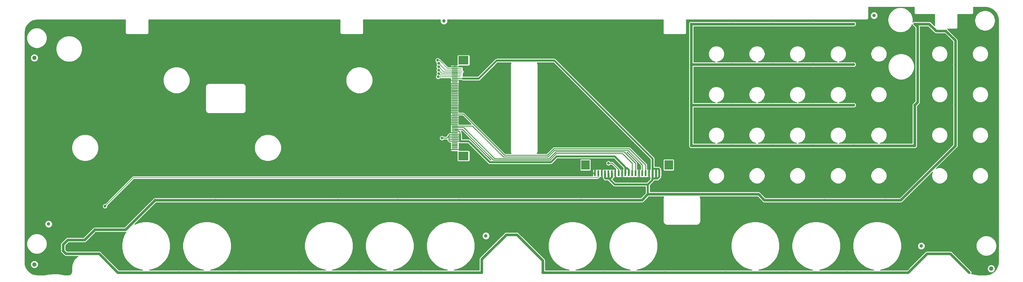
<source format=gbr>
%TF.GenerationSoftware,KiCad,Pcbnew,5.1.9*%
%TF.CreationDate,2021-03-30T15:22:33+02:00*%
%TF.ProjectId,OTTO-Beta-Aux,4f54544f-2d42-4657-9461-2d4175782e6b,rev?*%
%TF.SameCoordinates,Original*%
%TF.FileFunction,Copper,L2,Bot*%
%TF.FilePolarity,Positive*%
%FSLAX46Y46*%
G04 Gerber Fmt 4.6, Leading zero omitted, Abs format (unit mm)*
G04 Created by KiCad (PCBNEW 5.1.9) date 2021-03-30 15:22:33*
%MOMM*%
%LPD*%
G01*
G04 APERTURE LIST*
%TA.AperFunction,SMDPad,CuDef*%
%ADD10R,0.600000X1.700000*%
%TD*%
%TA.AperFunction,SMDPad,CuDef*%
%ADD11R,2.500000X2.800000*%
%TD*%
%TA.AperFunction,SMDPad,CuDef*%
%ADD12R,1.800000X0.300000*%
%TD*%
%TA.AperFunction,SMDPad,CuDef*%
%ADD13R,3.000000X2.500000*%
%TD*%
%TA.AperFunction,ComponentPad*%
%ADD14C,1.300000*%
%TD*%
%TA.AperFunction,SMDPad,CuDef*%
%ADD15C,1.000000*%
%TD*%
%TA.AperFunction,ViaPad*%
%ADD16C,0.800000*%
%TD*%
%TA.AperFunction,Conductor*%
%ADD17C,0.254000*%
%TD*%
%TA.AperFunction,Conductor*%
%ADD18C,0.203200*%
%TD*%
%TA.AperFunction,Conductor*%
%ADD19C,0.762000*%
%TD*%
%TA.AperFunction,Conductor*%
%ADD20C,0.600000*%
%TD*%
%TA.AperFunction,Conductor*%
%ADD21C,0.150000*%
%TD*%
G04 APERTURE END LIST*
D10*
X196831800Y-59146200D03*
X195831800Y-59146200D03*
X194831800Y-59146200D03*
X193831800Y-59146200D03*
X192831800Y-59146200D03*
X191831800Y-59146200D03*
X190831800Y-59146200D03*
X189831800Y-59146200D03*
X188831800Y-59146200D03*
X187831800Y-59146200D03*
X186831800Y-59146200D03*
D11*
X183031800Y-56676200D03*
X207631800Y-56676200D03*
D10*
X185831800Y-59146200D03*
X197831800Y-59146200D03*
X198831800Y-59146200D03*
X199831800Y-59146200D03*
X200831800Y-59146200D03*
X201831800Y-59146200D03*
X202831800Y-59146200D03*
X203831800Y-59146200D03*
X204831800Y-59146200D03*
D12*
X144401041Y-52125000D03*
D13*
X147001041Y-54025000D03*
X147001041Y-25725000D03*
D12*
X144401041Y-51625000D03*
X144401041Y-51125000D03*
X144401041Y-50625000D03*
X144401041Y-50125000D03*
X144401041Y-49625000D03*
X144401041Y-49125000D03*
X144401041Y-48625000D03*
X144401041Y-48125000D03*
X144401041Y-47625000D03*
X144401041Y-47125000D03*
X144401041Y-46625000D03*
X144401041Y-46125000D03*
X144401041Y-45625000D03*
X144401041Y-45125000D03*
X144401041Y-44625000D03*
X144401041Y-44125000D03*
X144401041Y-43625000D03*
X144401041Y-43125000D03*
X144401041Y-42625000D03*
X144401041Y-42125000D03*
X144401041Y-41625000D03*
X144401041Y-41125000D03*
X144401041Y-40625000D03*
X144401041Y-40125000D03*
X144401041Y-39625000D03*
X144401041Y-39125000D03*
X144401041Y-38625000D03*
X144401041Y-38125000D03*
X144401041Y-37625000D03*
X144401041Y-37125000D03*
X144401041Y-36625000D03*
X144401041Y-36125000D03*
X144401041Y-35625000D03*
X144401041Y-35125000D03*
X144401041Y-34625000D03*
X144401041Y-34125000D03*
X144401041Y-33625000D03*
X144401041Y-33125000D03*
X144401041Y-32625000D03*
X144401041Y-32125000D03*
X144401041Y-31625000D03*
X144401041Y-31125000D03*
X144401041Y-30625000D03*
X144401041Y-30125000D03*
X144401041Y-29625000D03*
X144401041Y-29125000D03*
X144401041Y-28625000D03*
X144401041Y-28125000D03*
X144401041Y-27625000D03*
D14*
X302930000Y-87350000D03*
X20200000Y-86100000D03*
X20200000Y-25000000D03*
D15*
X282250000Y-80650000D03*
X268301041Y-12486218D03*
X153600000Y-77650000D03*
X141200000Y-14100000D03*
X24400000Y-74150000D03*
D16*
X147651041Y-48125000D03*
X147651041Y-37625000D03*
X155651041Y-21625000D03*
X155651041Y-25625000D03*
X155651041Y-29625000D03*
X141651041Y-25625000D03*
X141651041Y-33625000D03*
X140680000Y-39610000D03*
X141759600Y-47960200D03*
X141651041Y-56625000D03*
X147651041Y-56625000D03*
X147650000Y-41236218D03*
X143650000Y-16986218D03*
X141581800Y-50779600D03*
X195607600Y-39933800D03*
X206910600Y-46410800D03*
X195831800Y-34146200D03*
X195831800Y-24146200D03*
X185831800Y-24146200D03*
X185831800Y-34146200D03*
X195831800Y-14146200D03*
X185831800Y-14146200D03*
X175831800Y-14146200D03*
X175831800Y-24146200D03*
X165831800Y-14146200D03*
X195831800Y-49146200D03*
X185831800Y-49146200D03*
X175831800Y-49146200D03*
X170831800Y-39146200D03*
X175831800Y-39146200D03*
X180831800Y-44146200D03*
X170831800Y-49146200D03*
X275831800Y-44146200D03*
X215831800Y-84146200D03*
X220831800Y-69146200D03*
X150831800Y-74146200D03*
X85831800Y-79146200D03*
X95831800Y-74146200D03*
X80831800Y-74146200D03*
X285831800Y-74146200D03*
X285831800Y-64146200D03*
X295831800Y-64146200D03*
X295831800Y-74146200D03*
X296321800Y-86324200D03*
X208231400Y-61650800D03*
X191188000Y-69220000D03*
X260150000Y-76736218D03*
X241900000Y-76486218D03*
X214900000Y-77486218D03*
X133900000Y-76236218D03*
X89150000Y-65986218D03*
X89150000Y-76486218D03*
X116150000Y-75986218D03*
X158650000Y-75986218D03*
X168650000Y-75986218D03*
X188400000Y-76986218D03*
X178650000Y-71486218D03*
X63650000Y-68486218D03*
X63650000Y-73486218D03*
X43650000Y-78486218D03*
X38650000Y-78486218D03*
X270650000Y-27986218D03*
X275831800Y-39146200D03*
X275831800Y-19146200D03*
X210831800Y-24146200D03*
X210831800Y-34146200D03*
X210831800Y-49146200D03*
X205831800Y-39146200D03*
X205831800Y-29146200D03*
X205831800Y-19146200D03*
X275831800Y-44146200D03*
X235831800Y-29146200D03*
X225831800Y-49146200D03*
X238331800Y-49146200D03*
X225831800Y-36646200D03*
X225831800Y-24146200D03*
X238331800Y-24146200D03*
X233331800Y-16646200D03*
X250831800Y-24146200D03*
X263331800Y-24146200D03*
X258331800Y-16646200D03*
X275831800Y-54146200D03*
X213331800Y-61646200D03*
X243331800Y-69146200D03*
X225831800Y-71646200D03*
X248331800Y-31646200D03*
X228331800Y-31646200D03*
X223331800Y-29146200D03*
X223331800Y-16646200D03*
X245831800Y-16646200D03*
X270831800Y-16646200D03*
X273331800Y-49146200D03*
X273331800Y-56646200D03*
X275831800Y-61646200D03*
X288331800Y-51646200D03*
X288331800Y-39146200D03*
X300831800Y-39146200D03*
X300831800Y-51646200D03*
X300831800Y-26646200D03*
X280831800Y-76646200D03*
X275831800Y-74146200D03*
X265831800Y-39146200D03*
X250831800Y-36646200D03*
X238331800Y-36646200D03*
X263331800Y-49146200D03*
X250831800Y-49146200D03*
X260831800Y-46646200D03*
X248331800Y-46646200D03*
X223331800Y-44146200D03*
X215831800Y-49146200D03*
X238331800Y-59146200D03*
X218331800Y-56646200D03*
X265831800Y-56646200D03*
X189831800Y-56146200D03*
X289490000Y-17060000D03*
X280301041Y-14986218D03*
X262301041Y-14986218D03*
X250301041Y-14986218D03*
X238301041Y-14986218D03*
X226301041Y-14986218D03*
X214301041Y-14986218D03*
X214301041Y-26986218D03*
X226301041Y-26986218D03*
X238301041Y-26986218D03*
X250301041Y-26986218D03*
X262301041Y-26986218D03*
X292301041Y-38986218D03*
X280301041Y-38986218D03*
X262301041Y-38986218D03*
X250301041Y-38986218D03*
X238301041Y-38986218D03*
X214301041Y-38986218D03*
X292301041Y-50986218D03*
X271701041Y-67086218D03*
X253701041Y-67086218D03*
X235901041Y-67086218D03*
X145701041Y-67086218D03*
X127701041Y-67086218D03*
X55901041Y-67086218D03*
X73701041Y-67086218D03*
X28701041Y-82086218D03*
X226301041Y-38986218D03*
X44900000Y-88486218D03*
X62900000Y-88486218D03*
X80900000Y-88486218D03*
X98400000Y-88486218D03*
X116400000Y-88486218D03*
X134400000Y-88486218D03*
X152400000Y-88486218D03*
X170400000Y-88486218D03*
X188400000Y-88486218D03*
X206400000Y-88486218D03*
X224400000Y-88486218D03*
X242400000Y-88486218D03*
X260400000Y-88486218D03*
X278400000Y-88486218D03*
X296400000Y-88486218D03*
X292301041Y-27046410D03*
X109901041Y-67086218D03*
X181701041Y-67086218D03*
X199701041Y-67086218D03*
X214301041Y-50986218D03*
X226301041Y-50986218D03*
X238301041Y-50986218D03*
X250301041Y-50986218D03*
X262301041Y-50986218D03*
X280301041Y-50986218D03*
X140642000Y-48722200D03*
X41051800Y-68846200D03*
X139333537Y-25726085D03*
X139710116Y-26652482D03*
X139649265Y-27650641D03*
X139660927Y-28654530D03*
X139668950Y-29654781D03*
X139481359Y-30637040D03*
X38051752Y-75846200D03*
D17*
X144651041Y-44625000D02*
X142651041Y-44625000D01*
X144651041Y-44125000D02*
X142651041Y-44125000D01*
X144651041Y-43625000D02*
X142651041Y-43625000D01*
X144651041Y-43125000D02*
X142651041Y-43125000D01*
X144651041Y-41125000D02*
X142651041Y-41125000D01*
X144651041Y-40625000D02*
X142651041Y-40625000D01*
X144651041Y-40125000D02*
X142651041Y-40125000D01*
X144651041Y-39625000D02*
X142651041Y-39625000D01*
X144651041Y-39125000D02*
X143151041Y-39125000D01*
X144651041Y-38625000D02*
X142651041Y-38625000D01*
X144651041Y-38125000D02*
X142651041Y-38125000D01*
X144651041Y-37625000D02*
X142651041Y-37625000D01*
X144651041Y-37125000D02*
X142151041Y-37125000D01*
X144651041Y-36625000D02*
X142651041Y-36625000D01*
X144651041Y-36125000D02*
X142651041Y-36125000D01*
X144651041Y-35625000D02*
X142651041Y-35625000D01*
X144651041Y-35125000D02*
X142651041Y-35125000D01*
X144651041Y-34625000D02*
X142651041Y-34625000D01*
X144651041Y-34125000D02*
X142651041Y-34125000D01*
X144651041Y-33625000D02*
X142651041Y-33625000D01*
X144651041Y-33125000D02*
X142651041Y-33125000D01*
X144651041Y-32625000D02*
X142651041Y-32625000D01*
X144651041Y-31625000D02*
X142651041Y-31625000D01*
X144651041Y-27625000D02*
X143151041Y-27625000D01*
X144651041Y-47125000D02*
X142651041Y-47125000D01*
X144651041Y-52125000D02*
X142651041Y-52125000D01*
D18*
X142651041Y-31625000D02*
X142651041Y-32625000D01*
X142651041Y-44625000D02*
X142651041Y-43625000D01*
X142651041Y-41125000D02*
X142651041Y-40625000D01*
X144401041Y-42125000D02*
X145950600Y-42125000D01*
X144401041Y-41125000D02*
X146195000Y-41125000D01*
X144401041Y-40625000D02*
X145933000Y-40625000D01*
X144401041Y-40125000D02*
X145925000Y-40125000D01*
X144401041Y-39625000D02*
X145917000Y-39625000D01*
X144401041Y-38625000D02*
X145901000Y-38625000D01*
X144401041Y-39125000D02*
X145909000Y-39125000D01*
X144401041Y-38125000D02*
X146147000Y-38125000D01*
X144401041Y-37625000D02*
X145631000Y-37625000D01*
X144401041Y-37125000D02*
X145623000Y-37125000D01*
X144401041Y-36625000D02*
X145869000Y-36625000D01*
X144401041Y-36125000D02*
X146300600Y-36125000D01*
X144401041Y-35625000D02*
X146869000Y-35625000D01*
X144401041Y-35125000D02*
X146062600Y-35125000D01*
X144401041Y-34625000D02*
X145816600Y-34625000D01*
X144401041Y-34125000D02*
X146078600Y-34125000D01*
X144401041Y-33625000D02*
X146329000Y-33625000D01*
X144401041Y-33125000D02*
X146067000Y-33125000D01*
X144401041Y-32625000D02*
X145848600Y-32625000D01*
X144401041Y-31625000D02*
X145610600Y-31625000D01*
X144401041Y-44625000D02*
X145910600Y-44625000D01*
X144401041Y-44125000D02*
X146426600Y-44125000D01*
X144401041Y-43625000D02*
X145672600Y-43625000D01*
X144401041Y-43125000D02*
X145680600Y-43125000D01*
X144401041Y-42625000D02*
X145942600Y-42625000D01*
X144401041Y-42125000D02*
X142909000Y-42125000D01*
X144401041Y-42625000D02*
X142917000Y-42625000D01*
D17*
X192831800Y-59146200D02*
X192831800Y-58042200D01*
X190935800Y-56146200D02*
X189831800Y-56146200D01*
X192831800Y-58042200D02*
X190935800Y-56146200D01*
D19*
X127701041Y-67086218D02*
X145701041Y-67086218D01*
X55901041Y-67086218D02*
X73701041Y-67086218D01*
X109901041Y-67086218D02*
X127701041Y-67086218D01*
X73701041Y-67086218D02*
X109901041Y-67086218D01*
X181701041Y-67086218D02*
X199701041Y-67086218D01*
X145701041Y-67086218D02*
X181701041Y-67086218D01*
X44900000Y-88486218D02*
X62900000Y-88486218D01*
X260400000Y-88486218D02*
X278400000Y-88486218D01*
X242400000Y-88486218D02*
X260400000Y-88486218D01*
X224400000Y-88486218D02*
X242400000Y-88486218D01*
X206400000Y-88486218D02*
X224400000Y-88486218D01*
X188400000Y-88486218D02*
X206400000Y-88486218D01*
X170400000Y-88486218D02*
X188400000Y-88486218D01*
X134400000Y-88486218D02*
X152400000Y-88486218D01*
X116400000Y-88486218D02*
X134400000Y-88486218D01*
X98400000Y-88486218D02*
X116400000Y-88486218D01*
X80900000Y-88486218D02*
X98400000Y-88486218D01*
X62900000Y-88486218D02*
X80900000Y-88486218D01*
X271701041Y-67086218D02*
X276201041Y-67086218D01*
X253701041Y-67086218D02*
X271701041Y-67086218D01*
X235901041Y-67086218D02*
X253701041Y-67086218D01*
X199701041Y-67086218D02*
X201446878Y-65340381D01*
X201446878Y-65340381D02*
X234155204Y-65340381D01*
X234155204Y-65340381D02*
X235901041Y-67086218D01*
X280301041Y-14986218D02*
X281129400Y-15814577D01*
X284566218Y-14986218D02*
X286640000Y-17060000D01*
X286640000Y-17060000D02*
X289490000Y-17060000D01*
X280301041Y-14986218D02*
X284566218Y-14986218D01*
X276201041Y-67086218D02*
X292301041Y-50986218D01*
X214301041Y-14986218D02*
X226301041Y-14986218D01*
X226301041Y-14986218D02*
X238301041Y-14986218D01*
X238301041Y-14986218D02*
X250301041Y-14986218D01*
X262301041Y-14986218D02*
X250301041Y-14986218D01*
X214301041Y-26986218D02*
X214301041Y-14986218D01*
X214301041Y-38986218D02*
X214301041Y-26986218D01*
X289490000Y-17060000D02*
X292301041Y-19871041D01*
X292301041Y-19871041D02*
X292301041Y-27046410D01*
X292301041Y-38986218D02*
X292301041Y-27046410D01*
X281129400Y-15814577D02*
X281129400Y-38157859D01*
X281129400Y-38157859D02*
X280301041Y-38986218D01*
X292301041Y-50986218D02*
X292301041Y-38986218D01*
X250301041Y-26986218D02*
X262301041Y-26986218D01*
X238301041Y-26986218D02*
X250301041Y-26986218D01*
X226301041Y-26986218D02*
X238301041Y-26986218D01*
X214301041Y-26986218D02*
X226301041Y-26986218D01*
X226301041Y-38986218D02*
X238301041Y-38986218D01*
X250301041Y-38986218D02*
X238301041Y-38986218D01*
X262301041Y-38986218D02*
X250301041Y-38986218D01*
X214301041Y-38986218D02*
X226301041Y-38986218D01*
X214301041Y-50986218D02*
X214301041Y-38986218D01*
X214301041Y-50986218D02*
X226301041Y-50986218D01*
X226301041Y-50986218D02*
X238301041Y-50986218D01*
X238301041Y-50986218D02*
X250301041Y-50986218D01*
X250301041Y-50986218D02*
X262301041Y-50986218D01*
X280301041Y-38986218D02*
X280301041Y-50986218D01*
X262301041Y-50986218D02*
X280301041Y-50986218D01*
X162774881Y-77318999D02*
X170400000Y-84944118D01*
X170400000Y-84944118D02*
X170400000Y-88486218D01*
X159625119Y-77318999D02*
X162774881Y-77318999D01*
X152400000Y-84544118D02*
X159625119Y-77318999D01*
X152400000Y-88486218D02*
X152400000Y-84544118D01*
X29533822Y-82918999D02*
X28701041Y-82086218D01*
X39332781Y-82918999D02*
X29533822Y-82918999D01*
X44900000Y-88486218D02*
X39332781Y-82918999D01*
X290832781Y-82918999D02*
X296400000Y-88486218D01*
X283967219Y-82918999D02*
X290832781Y-82918999D01*
X278400000Y-88486218D02*
X283967219Y-82918999D01*
D17*
X144651041Y-49625000D02*
X145939643Y-49625000D01*
X144651041Y-49125000D02*
X142651041Y-49125000D01*
X144651041Y-48625000D02*
X142651041Y-48625000D01*
X144651041Y-48125000D02*
X142651041Y-48125000D01*
X142651041Y-49125000D02*
X142651041Y-48625000D01*
X142651041Y-48625000D02*
X142651041Y-48125000D01*
X142651041Y-49375000D02*
X142651041Y-49125000D01*
X142901041Y-49625000D02*
X142651041Y-49375000D01*
X144651041Y-49625000D02*
X142901041Y-49625000D01*
X142651041Y-47875000D02*
X142651041Y-48125000D01*
X142901041Y-47625000D02*
X142651041Y-47875000D01*
X144651041Y-47625000D02*
X142901041Y-47625000D01*
X145555041Y-46625000D02*
X145939643Y-47009602D01*
X144651041Y-46625000D02*
X145555041Y-46625000D01*
X145558641Y-49128600D02*
X145925200Y-49128600D01*
X144401041Y-49125000D02*
X145555041Y-49125000D01*
X145925200Y-49128600D02*
X145939643Y-49625000D01*
X145555041Y-49125000D02*
X145558641Y-49128600D01*
X145895400Y-48625000D02*
X145925200Y-48595200D01*
X144401041Y-48625000D02*
X145895400Y-48625000D01*
X145925200Y-48595200D02*
X145925200Y-49128600D01*
X145912200Y-48125000D02*
X145925200Y-48138000D01*
X145925200Y-48138000D02*
X145925200Y-48595200D01*
X144401041Y-48125000D02*
X145912200Y-48125000D01*
X145560041Y-47630000D02*
X145925200Y-47630000D01*
X144401041Y-47625000D02*
X145555041Y-47625000D01*
X145555041Y-47625000D02*
X145560041Y-47630000D01*
X145925200Y-47630000D02*
X145925200Y-48138000D01*
X145939643Y-47009602D02*
X145925200Y-47630000D01*
X142651041Y-48125000D02*
X142053841Y-48722200D01*
X142053841Y-48722200D02*
X141207685Y-48722200D01*
X141207685Y-48722200D02*
X140642000Y-48722200D01*
D20*
X145939643Y-47644443D02*
X145925200Y-47630000D01*
X145939643Y-49625000D02*
X145939643Y-47644443D01*
X195331800Y-57646200D02*
X194831800Y-57646200D01*
X195831800Y-58146200D02*
X195331800Y-57646200D01*
X195831800Y-59146200D02*
X195831800Y-58146200D01*
X194831800Y-59146200D02*
X194831800Y-57646200D01*
X194831800Y-57646200D02*
X194831800Y-57314196D01*
X194831800Y-57314196D02*
X191663804Y-54146200D01*
X154761051Y-55855230D02*
X148530821Y-49625000D01*
X191663804Y-54146200D02*
X174468593Y-54146200D01*
X174468593Y-54146200D02*
X172759563Y-55855230D01*
X172759563Y-55855230D02*
X154761051Y-55855230D01*
X148530821Y-49625000D02*
X145939643Y-49625000D01*
D17*
X189831800Y-59146200D02*
X189831800Y-59884802D01*
D20*
X189831800Y-60416200D02*
X189831800Y-59146200D01*
X189577800Y-60670200D02*
X189831800Y-60416200D01*
X188905800Y-60670200D02*
X189577800Y-60670200D01*
X188831800Y-60596200D02*
X188905800Y-60670200D01*
X188831800Y-59146200D02*
X188831800Y-60596200D01*
X190831800Y-60258200D02*
X190831800Y-59146200D01*
X190419800Y-60670200D02*
X190831800Y-60258200D01*
X189577800Y-60670200D02*
X190419800Y-60670200D01*
D18*
X49481800Y-60416200D02*
X41051800Y-68846200D01*
X186615000Y-60416200D02*
X49481800Y-60416200D01*
X186831800Y-60199400D02*
X186615000Y-60416200D01*
X186831800Y-59146200D02*
X186831800Y-60199400D01*
D17*
X200831800Y-56646200D02*
X200831800Y-59146200D01*
X196019789Y-51834189D02*
X200831800Y-56646200D01*
X173727810Y-51834189D02*
X196019789Y-51834189D01*
X171749799Y-53812200D02*
X173727810Y-51834189D01*
X159150020Y-53812200D02*
X171749799Y-53812200D01*
X146962820Y-41625000D02*
X159150020Y-53812200D01*
X144401041Y-41625000D02*
X146962820Y-41625000D01*
X146750002Y-46147999D02*
X144424040Y-46147999D01*
X155830223Y-55228220D02*
X146750002Y-46147999D01*
X144424040Y-46147999D02*
X144401041Y-46125000D01*
X193989800Y-53304200D02*
X174423866Y-53304200D01*
X196831800Y-56146200D02*
X193989800Y-53304200D01*
X172499847Y-55228220D02*
X155830223Y-55228220D01*
X174423866Y-53304200D02*
X172499847Y-55228220D01*
X196831800Y-59146200D02*
X196831800Y-56146200D01*
X173861877Y-52342190D02*
X195527790Y-52342190D01*
X171883868Y-54320199D02*
X173861877Y-52342190D01*
X199831800Y-56646200D02*
X199831800Y-59146200D01*
X195527790Y-52342190D02*
X199831800Y-56646200D01*
X158795799Y-54320199D02*
X171883868Y-54320199D01*
X149600600Y-45125000D02*
X158795799Y-54320199D01*
X144401041Y-45125000D02*
X149600600Y-45125000D01*
X197831800Y-56146200D02*
X197831800Y-59146200D01*
X194481800Y-52796200D02*
X197831800Y-56146200D01*
X156201810Y-54774210D02*
X172311790Y-54774210D01*
X174289800Y-52796200D02*
X194481800Y-52796200D01*
X172311790Y-54774210D02*
X174289800Y-52796200D01*
X147052600Y-45625000D02*
X156201810Y-54774210D01*
X144401041Y-45625000D02*
X147052600Y-45625000D01*
X144761800Y-31125000D02*
X144766800Y-31120000D01*
X144401041Y-31125000D02*
X144761800Y-31125000D01*
X144401041Y-31125000D02*
X148211041Y-31125000D01*
D20*
X202821041Y-59065000D02*
X202821041Y-57795000D01*
X203831800Y-58043759D02*
X203831800Y-59146200D01*
X203837041Y-58038518D02*
X203831800Y-58043759D01*
X203837041Y-57795000D02*
X203837041Y-58038518D01*
X204831800Y-59146200D02*
X204831800Y-58027759D01*
X204831800Y-58027759D02*
X204599041Y-57795000D01*
X204599041Y-57795000D02*
X202821041Y-57795000D01*
X151483043Y-31125000D02*
X146831800Y-31125000D01*
X156796923Y-25811120D02*
X151483043Y-31125000D01*
X173828722Y-25811120D02*
X156796923Y-25811120D01*
X202821041Y-54803439D02*
X173828722Y-25811120D01*
X202821041Y-57795000D02*
X202821041Y-54803439D01*
D18*
X144401041Y-28125000D02*
X146428600Y-28125000D01*
X139899222Y-25726085D02*
X139333537Y-25726085D01*
X142298137Y-28125000D02*
X139899222Y-25726085D01*
X144651041Y-28125000D02*
X142298137Y-28125000D01*
X144401041Y-28625000D02*
X146420600Y-28625000D01*
X140110115Y-27052481D02*
X139710116Y-26652482D01*
X141682634Y-28625000D02*
X140110115Y-27052481D01*
X144651041Y-28625000D02*
X141682634Y-28625000D01*
X144401041Y-29125000D02*
X146666600Y-29125000D01*
X144651041Y-29125000D02*
X141123624Y-29125000D01*
X141123624Y-29125000D02*
X139649265Y-27650641D01*
X144401041Y-29625000D02*
X146404600Y-29625000D01*
X140631397Y-29625000D02*
X139660927Y-28654530D01*
X144651041Y-29625000D02*
X140631397Y-29625000D01*
X144401041Y-30125000D02*
X146396600Y-30125000D01*
X144651041Y-30125000D02*
X140139169Y-30125000D01*
X140139169Y-30125000D02*
X139668950Y-29654781D01*
X144401041Y-30625000D02*
X146111010Y-30625000D01*
X139493399Y-30625000D02*
X139481359Y-30637040D01*
X144651041Y-30625000D02*
X139493399Y-30625000D01*
D20*
X202831800Y-60596200D02*
X202831800Y-59146200D01*
X202757800Y-60670200D02*
X202831800Y-60596200D01*
X203831800Y-59778000D02*
X203831800Y-59146200D01*
X203831800Y-60588400D02*
X203831800Y-59778000D01*
X203750000Y-60670200D02*
X203831800Y-60588400D01*
X202757800Y-60670200D02*
X203750000Y-60670200D01*
X204831800Y-60146200D02*
X204831800Y-59146200D01*
X204307800Y-60670200D02*
X204831800Y-60146200D01*
X202757800Y-60670200D02*
X204307800Y-60670200D01*
X201446878Y-62435752D02*
X201446878Y-65340381D01*
X202757800Y-61124830D02*
X201446878Y-62435752D01*
X202757800Y-60670200D02*
X202757800Y-61124830D01*
D19*
X55901041Y-67086218D02*
X47141059Y-75846200D01*
X47141059Y-75846200D02*
X38051752Y-75846200D01*
X35051752Y-78846200D02*
X38051752Y-75846200D01*
X30051800Y-78846200D02*
X35051752Y-78846200D01*
X28701041Y-80196959D02*
X30051800Y-78846200D01*
X28701041Y-82086218D02*
X28701041Y-80196959D01*
D20*
X191641352Y-62435752D02*
X201446878Y-62435752D01*
X189875800Y-60670200D02*
X191641352Y-62435752D01*
X188905800Y-60670200D02*
X189875800Y-60670200D01*
D17*
X301956501Y-10120402D02*
X302664949Y-10334294D01*
X303318357Y-10681718D01*
X303891840Y-11149439D01*
X304363556Y-11719644D01*
X304715533Y-12370615D01*
X304934367Y-13077551D01*
X305013980Y-13835027D01*
X305014001Y-13841027D01*
X305014000Y-85377694D01*
X304939598Y-86136501D01*
X304725706Y-86844949D01*
X304378282Y-87498357D01*
X303910561Y-88071840D01*
X303691309Y-88253221D01*
X303844236Y-88100294D01*
X303973044Y-87907519D01*
X304061769Y-87693318D01*
X304107000Y-87465924D01*
X304107000Y-87234076D01*
X304061769Y-87006682D01*
X303973044Y-86792481D01*
X303844236Y-86599706D01*
X303680294Y-86435764D01*
X303487519Y-86306956D01*
X303273318Y-86218231D01*
X303045924Y-86173000D01*
X302814076Y-86173000D01*
X302586682Y-86218231D01*
X302372481Y-86306956D01*
X302179706Y-86435764D01*
X302015764Y-86599706D01*
X301886956Y-86792481D01*
X301798231Y-87006682D01*
X301753000Y-87234076D01*
X301753000Y-87465924D01*
X301798231Y-87693318D01*
X301886956Y-87907519D01*
X302015764Y-88100294D01*
X302179706Y-88264236D01*
X302372481Y-88393044D01*
X302586682Y-88481769D01*
X302814076Y-88527000D01*
X303045924Y-88527000D01*
X303273318Y-88481769D01*
X303487519Y-88393044D01*
X303668335Y-88272227D01*
X303340353Y-88543557D01*
X302689387Y-88895532D01*
X301982449Y-89114367D01*
X301224973Y-89193980D01*
X301219258Y-89194000D01*
X299232761Y-89194000D01*
X298725980Y-89075136D01*
X298714653Y-89073159D01*
X298703477Y-89070453D01*
X298689345Y-89068111D01*
X297342218Y-88866499D01*
X297323217Y-88864766D01*
X297304243Y-88862432D01*
X297289938Y-88861730D01*
X297289936Y-88861730D01*
X297092535Y-88855141D01*
X297150987Y-88714027D01*
X297181000Y-88563140D01*
X297181000Y-88409296D01*
X297150987Y-88258409D01*
X297092113Y-88116276D01*
X297006642Y-87988359D01*
X296897859Y-87879576D01*
X296816879Y-87825467D01*
X291398065Y-82406653D01*
X291374203Y-82377577D01*
X291258173Y-82282354D01*
X291125796Y-82211597D01*
X290982159Y-82168025D01*
X290870207Y-82156999D01*
X290870204Y-82156999D01*
X290832781Y-82153313D01*
X290795358Y-82156999D01*
X284004642Y-82156999D01*
X283967219Y-82153313D01*
X283929796Y-82156999D01*
X283929793Y-82156999D01*
X283817841Y-82168025D01*
X283674204Y-82211597D01*
X283629307Y-82235595D01*
X283541826Y-82282354D01*
X283503233Y-82314027D01*
X283425797Y-82377577D01*
X283401935Y-82406653D01*
X278084370Y-87724218D01*
X270192729Y-87724218D01*
X271294620Y-87505038D01*
X272601479Y-86963720D01*
X273777621Y-86177847D01*
X274777847Y-85177621D01*
X275563720Y-84001479D01*
X276105038Y-82694620D01*
X276381000Y-81307267D01*
X276381000Y-80539000D01*
X281123000Y-80539000D01*
X281123000Y-80761000D01*
X281166310Y-80978734D01*
X281251266Y-81183835D01*
X281374602Y-81368421D01*
X281531579Y-81525398D01*
X281716165Y-81648734D01*
X281921266Y-81733690D01*
X282139000Y-81777000D01*
X282361000Y-81777000D01*
X282578734Y-81733690D01*
X282783835Y-81648734D01*
X282968421Y-81525398D01*
X283125398Y-81368421D01*
X283248734Y-81183835D01*
X283333690Y-80978734D01*
X283377000Y-80761000D01*
X283377000Y-80539000D01*
X283333690Y-80321266D01*
X283325655Y-80301867D01*
X298443000Y-80301867D01*
X298443000Y-80898133D01*
X298559326Y-81482943D01*
X298787508Y-82033822D01*
X299118776Y-82529600D01*
X299540400Y-82951224D01*
X300036178Y-83282492D01*
X300587057Y-83510674D01*
X301171867Y-83627000D01*
X301768133Y-83627000D01*
X302352943Y-83510674D01*
X302903822Y-83282492D01*
X303399600Y-82951224D01*
X303821224Y-82529600D01*
X304152492Y-82033822D01*
X304380674Y-81482943D01*
X304497000Y-80898133D01*
X304497000Y-80301867D01*
X304380674Y-79717057D01*
X304152492Y-79166178D01*
X303821224Y-78670400D01*
X303399600Y-78248776D01*
X302903822Y-77917508D01*
X302352943Y-77689326D01*
X301768133Y-77573000D01*
X301171867Y-77573000D01*
X300587057Y-77689326D01*
X300036178Y-77917508D01*
X299540400Y-78248776D01*
X299118776Y-78670400D01*
X298787508Y-79166178D01*
X298559326Y-79717057D01*
X298443000Y-80301867D01*
X283325655Y-80301867D01*
X283248734Y-80116165D01*
X283125398Y-79931579D01*
X282968421Y-79774602D01*
X282783835Y-79651266D01*
X282578734Y-79566310D01*
X282361000Y-79523000D01*
X282139000Y-79523000D01*
X281921266Y-79566310D01*
X281716165Y-79651266D01*
X281531579Y-79774602D01*
X281374602Y-79931579D01*
X281251266Y-80116165D01*
X281166310Y-80321266D01*
X281123000Y-80539000D01*
X276381000Y-80539000D01*
X276381000Y-79892733D01*
X276105038Y-78505380D01*
X275563720Y-77198521D01*
X274777847Y-76022379D01*
X273777621Y-75022153D01*
X272601479Y-74236280D01*
X271294620Y-73694962D01*
X269907267Y-73419000D01*
X268492733Y-73419000D01*
X267105380Y-73694962D01*
X265798521Y-74236280D01*
X264622379Y-75022153D01*
X263622153Y-76022379D01*
X262836280Y-77198521D01*
X262294962Y-78505380D01*
X262019000Y-79892733D01*
X262019000Y-81307267D01*
X262294962Y-82694620D01*
X262836280Y-84001479D01*
X263622153Y-85177621D01*
X264622379Y-86177847D01*
X265798521Y-86963720D01*
X267105380Y-87505038D01*
X268207271Y-87724218D01*
X260572442Y-87724218D01*
X260476922Y-87705218D01*
X260323078Y-87705218D01*
X260227558Y-87724218D01*
X252192729Y-87724218D01*
X253294620Y-87505038D01*
X254601479Y-86963720D01*
X255777621Y-86177847D01*
X256777847Y-85177621D01*
X257563720Y-84001479D01*
X258105038Y-82694620D01*
X258381000Y-81307267D01*
X258381000Y-79892733D01*
X258105038Y-78505380D01*
X257563720Y-77198521D01*
X256777847Y-76022379D01*
X255777621Y-75022153D01*
X254601479Y-74236280D01*
X253294620Y-73694962D01*
X251907267Y-73419000D01*
X250492733Y-73419000D01*
X249105380Y-73694962D01*
X247798521Y-74236280D01*
X246622379Y-75022153D01*
X245622153Y-76022379D01*
X244836280Y-77198521D01*
X244294962Y-78505380D01*
X244019000Y-79892733D01*
X244019000Y-81307267D01*
X244294962Y-82694620D01*
X244836280Y-84001479D01*
X245622153Y-85177621D01*
X246622379Y-86177847D01*
X247798521Y-86963720D01*
X249105380Y-87505038D01*
X250207271Y-87724218D01*
X242572442Y-87724218D01*
X242476922Y-87705218D01*
X242323078Y-87705218D01*
X242227558Y-87724218D01*
X234192729Y-87724218D01*
X235294620Y-87505038D01*
X236601479Y-86963720D01*
X237777621Y-86177847D01*
X238777847Y-85177621D01*
X239563720Y-84001479D01*
X240105038Y-82694620D01*
X240381000Y-81307267D01*
X240381000Y-79892733D01*
X240105038Y-78505380D01*
X239563720Y-77198521D01*
X238777847Y-76022379D01*
X237777621Y-75022153D01*
X236601479Y-74236280D01*
X235294620Y-73694962D01*
X233907267Y-73419000D01*
X232492733Y-73419000D01*
X231105380Y-73694962D01*
X229798521Y-74236280D01*
X228622379Y-75022153D01*
X227622153Y-76022379D01*
X226836280Y-77198521D01*
X226294962Y-78505380D01*
X226019000Y-79892733D01*
X226019000Y-81307267D01*
X226294962Y-82694620D01*
X226836280Y-84001479D01*
X227622153Y-85177621D01*
X228622379Y-86177847D01*
X229798521Y-86963720D01*
X231105380Y-87505038D01*
X232207271Y-87724218D01*
X224572442Y-87724218D01*
X224476922Y-87705218D01*
X224323078Y-87705218D01*
X224227558Y-87724218D01*
X206572442Y-87724218D01*
X206476922Y-87705218D01*
X206323078Y-87705218D01*
X206227558Y-87724218D01*
X198192729Y-87724218D01*
X199294620Y-87505038D01*
X200601479Y-86963720D01*
X201777621Y-86177847D01*
X202777847Y-85177621D01*
X203563720Y-84001479D01*
X204105038Y-82694620D01*
X204381000Y-81307267D01*
X204381000Y-79892733D01*
X204105038Y-78505380D01*
X203563720Y-77198521D01*
X202777847Y-76022379D01*
X201777621Y-75022153D01*
X200601479Y-74236280D01*
X199294620Y-73694962D01*
X197907267Y-73419000D01*
X196492733Y-73419000D01*
X195105380Y-73694962D01*
X193798521Y-74236280D01*
X192622379Y-75022153D01*
X191622153Y-76022379D01*
X190836280Y-77198521D01*
X190294962Y-78505380D01*
X190019000Y-79892733D01*
X190019000Y-81307267D01*
X190294962Y-82694620D01*
X190836280Y-84001479D01*
X191622153Y-85177621D01*
X192622379Y-86177847D01*
X193798521Y-86963720D01*
X195105380Y-87505038D01*
X196207271Y-87724218D01*
X188572442Y-87724218D01*
X188476922Y-87705218D01*
X188323078Y-87705218D01*
X188227558Y-87724218D01*
X180192729Y-87724218D01*
X181294620Y-87505038D01*
X182601479Y-86963720D01*
X183777621Y-86177847D01*
X184777847Y-85177621D01*
X185563720Y-84001479D01*
X186105038Y-82694620D01*
X186381000Y-81307267D01*
X186381000Y-79892733D01*
X186105038Y-78505380D01*
X185563720Y-77198521D01*
X184777847Y-76022379D01*
X183777621Y-75022153D01*
X182601479Y-74236280D01*
X181294620Y-73694962D01*
X179907267Y-73419000D01*
X178492733Y-73419000D01*
X177105380Y-73694962D01*
X175798521Y-74236280D01*
X174622379Y-75022153D01*
X173622153Y-76022379D01*
X172836280Y-77198521D01*
X172294962Y-78505380D01*
X172019000Y-79892733D01*
X172019000Y-81307267D01*
X172294962Y-82694620D01*
X172836280Y-84001479D01*
X173622153Y-85177621D01*
X174622379Y-86177847D01*
X175798521Y-86963720D01*
X177105380Y-87505038D01*
X178207271Y-87724218D01*
X171162000Y-87724218D01*
X171162000Y-84981541D01*
X171165686Y-84944118D01*
X171159890Y-84885267D01*
X171150974Y-84794740D01*
X171107402Y-84651103D01*
X171073436Y-84587558D01*
X171036645Y-84518725D01*
X170988197Y-84459692D01*
X170941422Y-84402696D01*
X170912347Y-84378835D01*
X163340165Y-76806653D01*
X163316303Y-76777577D01*
X163200273Y-76682354D01*
X163067896Y-76611597D01*
X162924259Y-76568025D01*
X162812307Y-76556999D01*
X162812304Y-76556999D01*
X162774881Y-76553313D01*
X162737458Y-76556999D01*
X159662541Y-76556999D01*
X159625118Y-76553313D01*
X159587695Y-76556999D01*
X159587693Y-76556999D01*
X159475741Y-76568025D01*
X159332104Y-76611597D01*
X159199727Y-76682354D01*
X159083697Y-76777577D01*
X159059840Y-76806647D01*
X151887649Y-83978839D01*
X151858579Y-84002696D01*
X151834722Y-84031766D01*
X151834721Y-84031767D01*
X151763355Y-84118726D01*
X151692599Y-84251103D01*
X151649027Y-84394740D01*
X151634314Y-84544118D01*
X151638001Y-84581551D01*
X151638000Y-87724218D01*
X144192729Y-87724218D01*
X145294620Y-87505038D01*
X146601479Y-86963720D01*
X147777621Y-86177847D01*
X148777847Y-85177621D01*
X149563720Y-84001479D01*
X150105038Y-82694620D01*
X150381000Y-81307267D01*
X150381000Y-79892733D01*
X150105038Y-78505380D01*
X149704751Y-77539000D01*
X152473000Y-77539000D01*
X152473000Y-77761000D01*
X152516310Y-77978734D01*
X152601266Y-78183835D01*
X152724602Y-78368421D01*
X152881579Y-78525398D01*
X153066165Y-78648734D01*
X153271266Y-78733690D01*
X153489000Y-78777000D01*
X153711000Y-78777000D01*
X153928734Y-78733690D01*
X154133835Y-78648734D01*
X154318421Y-78525398D01*
X154475398Y-78368421D01*
X154598734Y-78183835D01*
X154683690Y-77978734D01*
X154727000Y-77761000D01*
X154727000Y-77539000D01*
X154683690Y-77321266D01*
X154598734Y-77116165D01*
X154475398Y-76931579D01*
X154318421Y-76774602D01*
X154133835Y-76651266D01*
X153928734Y-76566310D01*
X153711000Y-76523000D01*
X153489000Y-76523000D01*
X153271266Y-76566310D01*
X153066165Y-76651266D01*
X152881579Y-76774602D01*
X152724602Y-76931579D01*
X152601266Y-77116165D01*
X152516310Y-77321266D01*
X152473000Y-77539000D01*
X149704751Y-77539000D01*
X149563720Y-77198521D01*
X148777847Y-76022379D01*
X147777621Y-75022153D01*
X146601479Y-74236280D01*
X145294620Y-73694962D01*
X143907267Y-73419000D01*
X142492733Y-73419000D01*
X141105380Y-73694962D01*
X139798521Y-74236280D01*
X138622379Y-75022153D01*
X137622153Y-76022379D01*
X136836280Y-77198521D01*
X136294962Y-78505380D01*
X136019000Y-79892733D01*
X136019000Y-81307267D01*
X136294962Y-82694620D01*
X136836280Y-84001479D01*
X137622153Y-85177621D01*
X138622379Y-86177847D01*
X139798521Y-86963720D01*
X141105380Y-87505038D01*
X142207271Y-87724218D01*
X134572442Y-87724218D01*
X134476922Y-87705218D01*
X134323078Y-87705218D01*
X134227558Y-87724218D01*
X126192729Y-87724218D01*
X127294620Y-87505038D01*
X128601479Y-86963720D01*
X129777621Y-86177847D01*
X130777847Y-85177621D01*
X131563720Y-84001479D01*
X132105038Y-82694620D01*
X132381000Y-81307267D01*
X132381000Y-79892733D01*
X132105038Y-78505380D01*
X131563720Y-77198521D01*
X130777847Y-76022379D01*
X129777621Y-75022153D01*
X128601479Y-74236280D01*
X127294620Y-73694962D01*
X125907267Y-73419000D01*
X124492733Y-73419000D01*
X123105380Y-73694962D01*
X121798521Y-74236280D01*
X120622379Y-75022153D01*
X119622153Y-76022379D01*
X118836280Y-77198521D01*
X118294962Y-78505380D01*
X118019000Y-79892733D01*
X118019000Y-81307267D01*
X118294962Y-82694620D01*
X118836280Y-84001479D01*
X119622153Y-85177621D01*
X120622379Y-86177847D01*
X121798521Y-86963720D01*
X123105380Y-87505038D01*
X124207271Y-87724218D01*
X116572442Y-87724218D01*
X116476922Y-87705218D01*
X116323078Y-87705218D01*
X116227558Y-87724218D01*
X108192729Y-87724218D01*
X109294620Y-87505038D01*
X110601479Y-86963720D01*
X111777621Y-86177847D01*
X112777847Y-85177621D01*
X113563720Y-84001479D01*
X114105038Y-82694620D01*
X114381000Y-81307267D01*
X114381000Y-79892733D01*
X114105038Y-78505380D01*
X113563720Y-77198521D01*
X112777847Y-76022379D01*
X111777621Y-75022153D01*
X110601479Y-74236280D01*
X109294620Y-73694962D01*
X107907267Y-73419000D01*
X106492733Y-73419000D01*
X105105380Y-73694962D01*
X103798521Y-74236280D01*
X102622379Y-75022153D01*
X101622153Y-76022379D01*
X100836280Y-77198521D01*
X100294962Y-78505380D01*
X100019000Y-79892733D01*
X100019000Y-81307267D01*
X100294962Y-82694620D01*
X100836280Y-84001479D01*
X101622153Y-85177621D01*
X102622379Y-86177847D01*
X103798521Y-86963720D01*
X105105380Y-87505038D01*
X106207271Y-87724218D01*
X98572442Y-87724218D01*
X98476922Y-87705218D01*
X98323078Y-87705218D01*
X98227558Y-87724218D01*
X81072442Y-87724218D01*
X80976922Y-87705218D01*
X80823078Y-87705218D01*
X80727558Y-87724218D01*
X72192729Y-87724218D01*
X73294620Y-87505038D01*
X74601479Y-86963720D01*
X75777621Y-86177847D01*
X76777847Y-85177621D01*
X77563720Y-84001479D01*
X78105038Y-82694620D01*
X78381000Y-81307267D01*
X78381000Y-79892733D01*
X78105038Y-78505380D01*
X77563720Y-77198521D01*
X76777847Y-76022379D01*
X75777621Y-75022153D01*
X74601479Y-74236280D01*
X73294620Y-73694962D01*
X71907267Y-73419000D01*
X70492733Y-73419000D01*
X69105380Y-73694962D01*
X67798521Y-74236280D01*
X66622379Y-75022153D01*
X65622153Y-76022379D01*
X64836280Y-77198521D01*
X64294962Y-78505380D01*
X64019000Y-79892733D01*
X64019000Y-81307267D01*
X64294962Y-82694620D01*
X64836280Y-84001479D01*
X65622153Y-85177621D01*
X66622379Y-86177847D01*
X67798521Y-86963720D01*
X69105380Y-87505038D01*
X70207271Y-87724218D01*
X63072442Y-87724218D01*
X62976922Y-87705218D01*
X62823078Y-87705218D01*
X62727558Y-87724218D01*
X54192729Y-87724218D01*
X55294620Y-87505038D01*
X56601479Y-86963720D01*
X57777621Y-86177847D01*
X58777847Y-85177621D01*
X59563720Y-84001479D01*
X60105038Y-82694620D01*
X60381000Y-81307267D01*
X60381000Y-79892733D01*
X60105038Y-78505380D01*
X59563720Y-77198521D01*
X58777847Y-76022379D01*
X57777621Y-75022153D01*
X56601479Y-74236280D01*
X55294620Y-73694962D01*
X53907267Y-73419000D01*
X52492733Y-73419000D01*
X51105380Y-73694962D01*
X49849885Y-74215004D01*
X56216672Y-67848218D01*
X73528599Y-67848218D01*
X73624119Y-67867218D01*
X73777963Y-67867218D01*
X73873483Y-67848218D01*
X109728599Y-67848218D01*
X109824119Y-67867218D01*
X109977963Y-67867218D01*
X110073483Y-67848218D01*
X127528599Y-67848218D01*
X127624119Y-67867218D01*
X127777963Y-67867218D01*
X127873483Y-67848218D01*
X145528599Y-67848218D01*
X145624119Y-67867218D01*
X145777963Y-67867218D01*
X145873483Y-67848218D01*
X181528599Y-67848218D01*
X181624119Y-67867218D01*
X181777963Y-67867218D01*
X181873483Y-67848218D01*
X199528599Y-67848218D01*
X199624119Y-67867218D01*
X199777963Y-67867218D01*
X199928850Y-67837205D01*
X200070983Y-67778331D01*
X200198900Y-67692860D01*
X200307683Y-67584077D01*
X200361791Y-67503098D01*
X201762509Y-66102381D01*
X206158164Y-66102381D01*
X206157425Y-66103493D01*
X206134067Y-66137606D01*
X206131039Y-66143207D01*
X206057739Y-66281065D01*
X206041994Y-66319266D01*
X206025707Y-66357264D01*
X206023826Y-66363342D01*
X206023826Y-66363344D01*
X206023825Y-66363346D01*
X205978698Y-66512815D01*
X205970669Y-66553365D01*
X205962077Y-66593783D01*
X205961412Y-66600115D01*
X205946176Y-66755502D01*
X205946176Y-66755517D01*
X205944001Y-66777601D01*
X205944000Y-73222398D01*
X205945929Y-73241989D01*
X205945895Y-73246915D01*
X205946517Y-73253252D01*
X205962838Y-73408529D01*
X205971156Y-73449050D01*
X205978892Y-73489608D01*
X205980730Y-73495695D01*
X205980733Y-73495707D01*
X205980738Y-73495718D01*
X206026901Y-73644853D01*
X206042921Y-73682963D01*
X206058400Y-73721276D01*
X206061390Y-73726898D01*
X206135651Y-73864240D01*
X206158776Y-73898525D01*
X206181391Y-73933085D01*
X206185408Y-73938009D01*
X206185416Y-73938021D01*
X206185425Y-73938030D01*
X206284938Y-74058322D01*
X206314272Y-74087452D01*
X206343182Y-74116974D01*
X206348088Y-74121032D01*
X206469082Y-74219712D01*
X206503511Y-74242587D01*
X206537607Y-74265933D01*
X206543200Y-74268957D01*
X206543208Y-74268962D01*
X206543216Y-74268965D01*
X206681065Y-74342261D01*
X206719266Y-74358006D01*
X206757264Y-74374293D01*
X206763342Y-74376174D01*
X206763348Y-74376176D01*
X206912816Y-74421302D01*
X206953350Y-74429328D01*
X206993782Y-74437923D01*
X207000115Y-74438588D01*
X207155502Y-74453824D01*
X207155507Y-74453824D01*
X207177601Y-74456000D01*
X215822399Y-74456000D01*
X215841989Y-74454071D01*
X215846915Y-74454105D01*
X215853252Y-74453483D01*
X216008529Y-74437162D01*
X216049050Y-74428844D01*
X216089608Y-74421108D01*
X216095695Y-74419270D01*
X216095707Y-74419267D01*
X216095718Y-74419262D01*
X216244853Y-74373099D01*
X216282963Y-74357079D01*
X216321276Y-74341600D01*
X216326891Y-74338614D01*
X216326895Y-74338612D01*
X216326898Y-74338610D01*
X216464240Y-74264349D01*
X216498525Y-74241224D01*
X216533085Y-74218609D01*
X216538009Y-74214592D01*
X216538021Y-74214584D01*
X216538030Y-74214575D01*
X216658322Y-74115062D01*
X216687452Y-74085728D01*
X216716974Y-74056818D01*
X216721032Y-74051912D01*
X216819712Y-73930918D01*
X216842587Y-73896489D01*
X216865933Y-73862393D01*
X216868957Y-73856800D01*
X216868962Y-73856792D01*
X216868965Y-73856784D01*
X216942261Y-73718935D01*
X216958006Y-73680734D01*
X216974293Y-73642736D01*
X216976174Y-73636658D01*
X216976176Y-73636652D01*
X217021302Y-73487184D01*
X217029328Y-73446650D01*
X217037923Y-73406218D01*
X217038588Y-73399885D01*
X217053824Y-73244498D01*
X217053824Y-73244493D01*
X217056000Y-73222399D01*
X217056000Y-66777601D01*
X217054071Y-66758010D01*
X217054105Y-66753084D01*
X217053483Y-66746748D01*
X217037162Y-66591471D01*
X217028846Y-66550956D01*
X217021108Y-66510392D01*
X217019270Y-66504305D01*
X217019267Y-66504293D01*
X217019262Y-66504282D01*
X216973098Y-66355147D01*
X216957093Y-66317070D01*
X216941600Y-66278724D01*
X216938610Y-66273102D01*
X216864349Y-66135760D01*
X216841835Y-66102381D01*
X233839574Y-66102381D01*
X235240292Y-67503100D01*
X235294399Y-67584077D01*
X235403182Y-67692860D01*
X235531099Y-67778331D01*
X235673232Y-67837205D01*
X235824119Y-67867218D01*
X235977963Y-67867218D01*
X236073483Y-67848218D01*
X253528599Y-67848218D01*
X253624119Y-67867218D01*
X253777963Y-67867218D01*
X253873483Y-67848218D01*
X271528599Y-67848218D01*
X271624119Y-67867218D01*
X271777963Y-67867218D01*
X271873483Y-67848218D01*
X276163618Y-67848218D01*
X276201041Y-67851904D01*
X276238464Y-67848218D01*
X276238467Y-67848218D01*
X276350419Y-67837192D01*
X276494056Y-67793620D01*
X276626433Y-67722863D01*
X276742463Y-67627640D01*
X276766325Y-67598564D01*
X285552698Y-58812191D01*
X285410500Y-59155488D01*
X285319000Y-59615492D01*
X285319000Y-60084508D01*
X285410500Y-60544512D01*
X285589985Y-60977827D01*
X285850556Y-61367799D01*
X286182201Y-61699444D01*
X286572173Y-61960015D01*
X287005488Y-62139500D01*
X287465492Y-62231000D01*
X287934508Y-62231000D01*
X288394512Y-62139500D01*
X288827827Y-61960015D01*
X289217799Y-61699444D01*
X289549444Y-61367799D01*
X289810015Y-60977827D01*
X289989500Y-60544512D01*
X290081000Y-60084508D01*
X290081000Y-59615492D01*
X297319000Y-59615492D01*
X297319000Y-60084508D01*
X297410500Y-60544512D01*
X297589985Y-60977827D01*
X297850556Y-61367799D01*
X298182201Y-61699444D01*
X298572173Y-61960015D01*
X299005488Y-62139500D01*
X299465492Y-62231000D01*
X299934508Y-62231000D01*
X300394512Y-62139500D01*
X300827827Y-61960015D01*
X301217799Y-61699444D01*
X301549444Y-61367799D01*
X301810015Y-60977827D01*
X301989500Y-60544512D01*
X302081000Y-60084508D01*
X302081000Y-59615492D01*
X301989500Y-59155488D01*
X301810015Y-58722173D01*
X301549444Y-58332201D01*
X301217799Y-58000556D01*
X300827827Y-57739985D01*
X300394512Y-57560500D01*
X299934508Y-57469000D01*
X299465492Y-57469000D01*
X299005488Y-57560500D01*
X298572173Y-57739985D01*
X298182201Y-58000556D01*
X297850556Y-58332201D01*
X297589985Y-58722173D01*
X297410500Y-59155488D01*
X297319000Y-59615492D01*
X290081000Y-59615492D01*
X289989500Y-59155488D01*
X289810015Y-58722173D01*
X289549444Y-58332201D01*
X289217799Y-58000556D01*
X288827827Y-57739985D01*
X288394512Y-57560500D01*
X287934508Y-57469000D01*
X287465492Y-57469000D01*
X287005488Y-57560500D01*
X286662192Y-57702698D01*
X292717923Y-51646967D01*
X292798900Y-51592860D01*
X292907683Y-51484077D01*
X292993154Y-51356160D01*
X293052028Y-51214027D01*
X293082041Y-51063140D01*
X293082041Y-50909296D01*
X293063041Y-50813776D01*
X293063041Y-47615492D01*
X297319000Y-47615492D01*
X297319000Y-48084508D01*
X297410500Y-48544512D01*
X297589985Y-48977827D01*
X297850556Y-49367799D01*
X298182201Y-49699444D01*
X298572173Y-49960015D01*
X299005488Y-50139500D01*
X299465492Y-50231000D01*
X299934508Y-50231000D01*
X300394512Y-50139500D01*
X300827827Y-49960015D01*
X301217799Y-49699444D01*
X301549444Y-49367799D01*
X301810015Y-48977827D01*
X301989500Y-48544512D01*
X302081000Y-48084508D01*
X302081000Y-47615492D01*
X301989500Y-47155488D01*
X301810015Y-46722173D01*
X301549444Y-46332201D01*
X301217799Y-46000556D01*
X300827827Y-45739985D01*
X300394512Y-45560500D01*
X299934508Y-45469000D01*
X299465492Y-45469000D01*
X299005488Y-45560500D01*
X298572173Y-45739985D01*
X298182201Y-46000556D01*
X297850556Y-46332201D01*
X297589985Y-46722173D01*
X297410500Y-47155488D01*
X297319000Y-47615492D01*
X293063041Y-47615492D01*
X293063041Y-39158660D01*
X293082041Y-39063140D01*
X293082041Y-38909296D01*
X293063041Y-38813776D01*
X293063041Y-35615492D01*
X297319000Y-35615492D01*
X297319000Y-36084508D01*
X297410500Y-36544512D01*
X297589985Y-36977827D01*
X297850556Y-37367799D01*
X298182201Y-37699444D01*
X298572173Y-37960015D01*
X299005488Y-38139500D01*
X299465492Y-38231000D01*
X299934508Y-38231000D01*
X300394512Y-38139500D01*
X300827827Y-37960015D01*
X301217799Y-37699444D01*
X301549444Y-37367799D01*
X301810015Y-36977827D01*
X301989500Y-36544512D01*
X302081000Y-36084508D01*
X302081000Y-35615492D01*
X301989500Y-35155488D01*
X301810015Y-34722173D01*
X301549444Y-34332201D01*
X301217799Y-34000556D01*
X300827827Y-33739985D01*
X300394512Y-33560500D01*
X299934508Y-33469000D01*
X299465492Y-33469000D01*
X299005488Y-33560500D01*
X298572173Y-33739985D01*
X298182201Y-34000556D01*
X297850556Y-34332201D01*
X297589985Y-34722173D01*
X297410500Y-35155488D01*
X297319000Y-35615492D01*
X293063041Y-35615492D01*
X293063041Y-27218852D01*
X293082041Y-27123332D01*
X293082041Y-26969488D01*
X293063041Y-26873968D01*
X293063041Y-23615492D01*
X297319000Y-23615492D01*
X297319000Y-24084508D01*
X297410500Y-24544512D01*
X297589985Y-24977827D01*
X297850556Y-25367799D01*
X298182201Y-25699444D01*
X298572173Y-25960015D01*
X299005488Y-26139500D01*
X299465492Y-26231000D01*
X299934508Y-26231000D01*
X300394512Y-26139500D01*
X300827827Y-25960015D01*
X301217799Y-25699444D01*
X301549444Y-25367799D01*
X301810015Y-24977827D01*
X301989500Y-24544512D01*
X302081000Y-24084508D01*
X302081000Y-23615492D01*
X301989500Y-23155488D01*
X301810015Y-22722173D01*
X301549444Y-22332201D01*
X301217799Y-22000556D01*
X300827827Y-21739985D01*
X300394512Y-21560500D01*
X299934508Y-21469000D01*
X299465492Y-21469000D01*
X299005488Y-21560500D01*
X298572173Y-21739985D01*
X298182201Y-22000556D01*
X297850556Y-22332201D01*
X297589985Y-22722173D01*
X297410500Y-23155488D01*
X297319000Y-23615492D01*
X293063041Y-23615492D01*
X293063041Y-19908463D01*
X293066727Y-19871040D01*
X293063041Y-19833615D01*
X293052015Y-19721663D01*
X293008443Y-19578026D01*
X292937686Y-19445649D01*
X292842463Y-19329619D01*
X292813394Y-19305763D01*
X290150750Y-16643120D01*
X290096642Y-16562141D01*
X289987859Y-16453358D01*
X289976847Y-16446000D01*
X292577601Y-16446000D01*
X292600000Y-16448206D01*
X292622399Y-16446000D01*
X292689392Y-16439402D01*
X292775348Y-16413327D01*
X292854566Y-16370984D01*
X292924001Y-16314001D01*
X292980984Y-16244566D01*
X293023327Y-16165348D01*
X293049402Y-16079392D01*
X293058206Y-15990000D01*
X293056000Y-15967601D01*
X293056000Y-13701867D01*
X298043000Y-13701867D01*
X298043000Y-14298133D01*
X298159326Y-14882943D01*
X298387508Y-15433822D01*
X298718776Y-15929600D01*
X299140400Y-16351224D01*
X299636178Y-16682492D01*
X300187057Y-16910674D01*
X300771867Y-17027000D01*
X301368133Y-17027000D01*
X301952943Y-16910674D01*
X302503822Y-16682492D01*
X302999600Y-16351224D01*
X303421224Y-15929600D01*
X303752492Y-15433822D01*
X303980674Y-14882943D01*
X304097000Y-14298133D01*
X304097000Y-13701867D01*
X303980674Y-13117057D01*
X303752492Y-12566178D01*
X303421224Y-12070400D01*
X302999600Y-11648776D01*
X302503822Y-11317508D01*
X301952943Y-11089326D01*
X301368133Y-10973000D01*
X300771867Y-10973000D01*
X300187057Y-11089326D01*
X299636178Y-11317508D01*
X299140400Y-11648776D01*
X298718776Y-12070400D01*
X298387508Y-12566178D01*
X298159326Y-13117057D01*
X298043000Y-13701867D01*
X293056000Y-13701867D01*
X293056000Y-12126000D01*
X297207601Y-12126000D01*
X297230000Y-12128206D01*
X297252399Y-12126000D01*
X297319392Y-12119402D01*
X297405348Y-12093327D01*
X297484566Y-12050984D01*
X297554001Y-11994001D01*
X297610984Y-11924566D01*
X297653327Y-11845348D01*
X297679402Y-11759392D01*
X297688206Y-11670000D01*
X297686000Y-11647601D01*
X297686000Y-10046000D01*
X301197694Y-10046000D01*
X301956501Y-10120402D01*
%TA.AperFunction,Conductor*%
D21*
G36*
X301956501Y-10120402D02*
G01*
X302664949Y-10334294D01*
X303318357Y-10681718D01*
X303891840Y-11149439D01*
X304363556Y-11719644D01*
X304715533Y-12370615D01*
X304934367Y-13077551D01*
X305013980Y-13835027D01*
X305014001Y-13841027D01*
X305014000Y-85377694D01*
X304939598Y-86136501D01*
X304725706Y-86844949D01*
X304378282Y-87498357D01*
X303910561Y-88071840D01*
X303691309Y-88253221D01*
X303844236Y-88100294D01*
X303973044Y-87907519D01*
X304061769Y-87693318D01*
X304107000Y-87465924D01*
X304107000Y-87234076D01*
X304061769Y-87006682D01*
X303973044Y-86792481D01*
X303844236Y-86599706D01*
X303680294Y-86435764D01*
X303487519Y-86306956D01*
X303273318Y-86218231D01*
X303045924Y-86173000D01*
X302814076Y-86173000D01*
X302586682Y-86218231D01*
X302372481Y-86306956D01*
X302179706Y-86435764D01*
X302015764Y-86599706D01*
X301886956Y-86792481D01*
X301798231Y-87006682D01*
X301753000Y-87234076D01*
X301753000Y-87465924D01*
X301798231Y-87693318D01*
X301886956Y-87907519D01*
X302015764Y-88100294D01*
X302179706Y-88264236D01*
X302372481Y-88393044D01*
X302586682Y-88481769D01*
X302814076Y-88527000D01*
X303045924Y-88527000D01*
X303273318Y-88481769D01*
X303487519Y-88393044D01*
X303668335Y-88272227D01*
X303340353Y-88543557D01*
X302689387Y-88895532D01*
X301982449Y-89114367D01*
X301224973Y-89193980D01*
X301219258Y-89194000D01*
X299232761Y-89194000D01*
X298725980Y-89075136D01*
X298714653Y-89073159D01*
X298703477Y-89070453D01*
X298689345Y-89068111D01*
X297342218Y-88866499D01*
X297323217Y-88864766D01*
X297304243Y-88862432D01*
X297289938Y-88861730D01*
X297289936Y-88861730D01*
X297092535Y-88855141D01*
X297150987Y-88714027D01*
X297181000Y-88563140D01*
X297181000Y-88409296D01*
X297150987Y-88258409D01*
X297092113Y-88116276D01*
X297006642Y-87988359D01*
X296897859Y-87879576D01*
X296816879Y-87825467D01*
X291398065Y-82406653D01*
X291374203Y-82377577D01*
X291258173Y-82282354D01*
X291125796Y-82211597D01*
X290982159Y-82168025D01*
X290870207Y-82156999D01*
X290870204Y-82156999D01*
X290832781Y-82153313D01*
X290795358Y-82156999D01*
X284004642Y-82156999D01*
X283967219Y-82153313D01*
X283929796Y-82156999D01*
X283929793Y-82156999D01*
X283817841Y-82168025D01*
X283674204Y-82211597D01*
X283629307Y-82235595D01*
X283541826Y-82282354D01*
X283503233Y-82314027D01*
X283425797Y-82377577D01*
X283401935Y-82406653D01*
X278084370Y-87724218D01*
X270192729Y-87724218D01*
X271294620Y-87505038D01*
X272601479Y-86963720D01*
X273777621Y-86177847D01*
X274777847Y-85177621D01*
X275563720Y-84001479D01*
X276105038Y-82694620D01*
X276381000Y-81307267D01*
X276381000Y-80539000D01*
X281123000Y-80539000D01*
X281123000Y-80761000D01*
X281166310Y-80978734D01*
X281251266Y-81183835D01*
X281374602Y-81368421D01*
X281531579Y-81525398D01*
X281716165Y-81648734D01*
X281921266Y-81733690D01*
X282139000Y-81777000D01*
X282361000Y-81777000D01*
X282578734Y-81733690D01*
X282783835Y-81648734D01*
X282968421Y-81525398D01*
X283125398Y-81368421D01*
X283248734Y-81183835D01*
X283333690Y-80978734D01*
X283377000Y-80761000D01*
X283377000Y-80539000D01*
X283333690Y-80321266D01*
X283325655Y-80301867D01*
X298443000Y-80301867D01*
X298443000Y-80898133D01*
X298559326Y-81482943D01*
X298787508Y-82033822D01*
X299118776Y-82529600D01*
X299540400Y-82951224D01*
X300036178Y-83282492D01*
X300587057Y-83510674D01*
X301171867Y-83627000D01*
X301768133Y-83627000D01*
X302352943Y-83510674D01*
X302903822Y-83282492D01*
X303399600Y-82951224D01*
X303821224Y-82529600D01*
X304152492Y-82033822D01*
X304380674Y-81482943D01*
X304497000Y-80898133D01*
X304497000Y-80301867D01*
X304380674Y-79717057D01*
X304152492Y-79166178D01*
X303821224Y-78670400D01*
X303399600Y-78248776D01*
X302903822Y-77917508D01*
X302352943Y-77689326D01*
X301768133Y-77573000D01*
X301171867Y-77573000D01*
X300587057Y-77689326D01*
X300036178Y-77917508D01*
X299540400Y-78248776D01*
X299118776Y-78670400D01*
X298787508Y-79166178D01*
X298559326Y-79717057D01*
X298443000Y-80301867D01*
X283325655Y-80301867D01*
X283248734Y-80116165D01*
X283125398Y-79931579D01*
X282968421Y-79774602D01*
X282783835Y-79651266D01*
X282578734Y-79566310D01*
X282361000Y-79523000D01*
X282139000Y-79523000D01*
X281921266Y-79566310D01*
X281716165Y-79651266D01*
X281531579Y-79774602D01*
X281374602Y-79931579D01*
X281251266Y-80116165D01*
X281166310Y-80321266D01*
X281123000Y-80539000D01*
X276381000Y-80539000D01*
X276381000Y-79892733D01*
X276105038Y-78505380D01*
X275563720Y-77198521D01*
X274777847Y-76022379D01*
X273777621Y-75022153D01*
X272601479Y-74236280D01*
X271294620Y-73694962D01*
X269907267Y-73419000D01*
X268492733Y-73419000D01*
X267105380Y-73694962D01*
X265798521Y-74236280D01*
X264622379Y-75022153D01*
X263622153Y-76022379D01*
X262836280Y-77198521D01*
X262294962Y-78505380D01*
X262019000Y-79892733D01*
X262019000Y-81307267D01*
X262294962Y-82694620D01*
X262836280Y-84001479D01*
X263622153Y-85177621D01*
X264622379Y-86177847D01*
X265798521Y-86963720D01*
X267105380Y-87505038D01*
X268207271Y-87724218D01*
X260572442Y-87724218D01*
X260476922Y-87705218D01*
X260323078Y-87705218D01*
X260227558Y-87724218D01*
X252192729Y-87724218D01*
X253294620Y-87505038D01*
X254601479Y-86963720D01*
X255777621Y-86177847D01*
X256777847Y-85177621D01*
X257563720Y-84001479D01*
X258105038Y-82694620D01*
X258381000Y-81307267D01*
X258381000Y-79892733D01*
X258105038Y-78505380D01*
X257563720Y-77198521D01*
X256777847Y-76022379D01*
X255777621Y-75022153D01*
X254601479Y-74236280D01*
X253294620Y-73694962D01*
X251907267Y-73419000D01*
X250492733Y-73419000D01*
X249105380Y-73694962D01*
X247798521Y-74236280D01*
X246622379Y-75022153D01*
X245622153Y-76022379D01*
X244836280Y-77198521D01*
X244294962Y-78505380D01*
X244019000Y-79892733D01*
X244019000Y-81307267D01*
X244294962Y-82694620D01*
X244836280Y-84001479D01*
X245622153Y-85177621D01*
X246622379Y-86177847D01*
X247798521Y-86963720D01*
X249105380Y-87505038D01*
X250207271Y-87724218D01*
X242572442Y-87724218D01*
X242476922Y-87705218D01*
X242323078Y-87705218D01*
X242227558Y-87724218D01*
X234192729Y-87724218D01*
X235294620Y-87505038D01*
X236601479Y-86963720D01*
X237777621Y-86177847D01*
X238777847Y-85177621D01*
X239563720Y-84001479D01*
X240105038Y-82694620D01*
X240381000Y-81307267D01*
X240381000Y-79892733D01*
X240105038Y-78505380D01*
X239563720Y-77198521D01*
X238777847Y-76022379D01*
X237777621Y-75022153D01*
X236601479Y-74236280D01*
X235294620Y-73694962D01*
X233907267Y-73419000D01*
X232492733Y-73419000D01*
X231105380Y-73694962D01*
X229798521Y-74236280D01*
X228622379Y-75022153D01*
X227622153Y-76022379D01*
X226836280Y-77198521D01*
X226294962Y-78505380D01*
X226019000Y-79892733D01*
X226019000Y-81307267D01*
X226294962Y-82694620D01*
X226836280Y-84001479D01*
X227622153Y-85177621D01*
X228622379Y-86177847D01*
X229798521Y-86963720D01*
X231105380Y-87505038D01*
X232207271Y-87724218D01*
X224572442Y-87724218D01*
X224476922Y-87705218D01*
X224323078Y-87705218D01*
X224227558Y-87724218D01*
X206572442Y-87724218D01*
X206476922Y-87705218D01*
X206323078Y-87705218D01*
X206227558Y-87724218D01*
X198192729Y-87724218D01*
X199294620Y-87505038D01*
X200601479Y-86963720D01*
X201777621Y-86177847D01*
X202777847Y-85177621D01*
X203563720Y-84001479D01*
X204105038Y-82694620D01*
X204381000Y-81307267D01*
X204381000Y-79892733D01*
X204105038Y-78505380D01*
X203563720Y-77198521D01*
X202777847Y-76022379D01*
X201777621Y-75022153D01*
X200601479Y-74236280D01*
X199294620Y-73694962D01*
X197907267Y-73419000D01*
X196492733Y-73419000D01*
X195105380Y-73694962D01*
X193798521Y-74236280D01*
X192622379Y-75022153D01*
X191622153Y-76022379D01*
X190836280Y-77198521D01*
X190294962Y-78505380D01*
X190019000Y-79892733D01*
X190019000Y-81307267D01*
X190294962Y-82694620D01*
X190836280Y-84001479D01*
X191622153Y-85177621D01*
X192622379Y-86177847D01*
X193798521Y-86963720D01*
X195105380Y-87505038D01*
X196207271Y-87724218D01*
X188572442Y-87724218D01*
X188476922Y-87705218D01*
X188323078Y-87705218D01*
X188227558Y-87724218D01*
X180192729Y-87724218D01*
X181294620Y-87505038D01*
X182601479Y-86963720D01*
X183777621Y-86177847D01*
X184777847Y-85177621D01*
X185563720Y-84001479D01*
X186105038Y-82694620D01*
X186381000Y-81307267D01*
X186381000Y-79892733D01*
X186105038Y-78505380D01*
X185563720Y-77198521D01*
X184777847Y-76022379D01*
X183777621Y-75022153D01*
X182601479Y-74236280D01*
X181294620Y-73694962D01*
X179907267Y-73419000D01*
X178492733Y-73419000D01*
X177105380Y-73694962D01*
X175798521Y-74236280D01*
X174622379Y-75022153D01*
X173622153Y-76022379D01*
X172836280Y-77198521D01*
X172294962Y-78505380D01*
X172019000Y-79892733D01*
X172019000Y-81307267D01*
X172294962Y-82694620D01*
X172836280Y-84001479D01*
X173622153Y-85177621D01*
X174622379Y-86177847D01*
X175798521Y-86963720D01*
X177105380Y-87505038D01*
X178207271Y-87724218D01*
X171162000Y-87724218D01*
X171162000Y-84981541D01*
X171165686Y-84944118D01*
X171159890Y-84885267D01*
X171150974Y-84794740D01*
X171107402Y-84651103D01*
X171073436Y-84587558D01*
X171036645Y-84518725D01*
X170988197Y-84459692D01*
X170941422Y-84402696D01*
X170912347Y-84378835D01*
X163340165Y-76806653D01*
X163316303Y-76777577D01*
X163200273Y-76682354D01*
X163067896Y-76611597D01*
X162924259Y-76568025D01*
X162812307Y-76556999D01*
X162812304Y-76556999D01*
X162774881Y-76553313D01*
X162737458Y-76556999D01*
X159662541Y-76556999D01*
X159625118Y-76553313D01*
X159587695Y-76556999D01*
X159587693Y-76556999D01*
X159475741Y-76568025D01*
X159332104Y-76611597D01*
X159199727Y-76682354D01*
X159083697Y-76777577D01*
X159059840Y-76806647D01*
X151887649Y-83978839D01*
X151858579Y-84002696D01*
X151834722Y-84031766D01*
X151834721Y-84031767D01*
X151763355Y-84118726D01*
X151692599Y-84251103D01*
X151649027Y-84394740D01*
X151634314Y-84544118D01*
X151638001Y-84581551D01*
X151638000Y-87724218D01*
X144192729Y-87724218D01*
X145294620Y-87505038D01*
X146601479Y-86963720D01*
X147777621Y-86177847D01*
X148777847Y-85177621D01*
X149563720Y-84001479D01*
X150105038Y-82694620D01*
X150381000Y-81307267D01*
X150381000Y-79892733D01*
X150105038Y-78505380D01*
X149704751Y-77539000D01*
X152473000Y-77539000D01*
X152473000Y-77761000D01*
X152516310Y-77978734D01*
X152601266Y-78183835D01*
X152724602Y-78368421D01*
X152881579Y-78525398D01*
X153066165Y-78648734D01*
X153271266Y-78733690D01*
X153489000Y-78777000D01*
X153711000Y-78777000D01*
X153928734Y-78733690D01*
X154133835Y-78648734D01*
X154318421Y-78525398D01*
X154475398Y-78368421D01*
X154598734Y-78183835D01*
X154683690Y-77978734D01*
X154727000Y-77761000D01*
X154727000Y-77539000D01*
X154683690Y-77321266D01*
X154598734Y-77116165D01*
X154475398Y-76931579D01*
X154318421Y-76774602D01*
X154133835Y-76651266D01*
X153928734Y-76566310D01*
X153711000Y-76523000D01*
X153489000Y-76523000D01*
X153271266Y-76566310D01*
X153066165Y-76651266D01*
X152881579Y-76774602D01*
X152724602Y-76931579D01*
X152601266Y-77116165D01*
X152516310Y-77321266D01*
X152473000Y-77539000D01*
X149704751Y-77539000D01*
X149563720Y-77198521D01*
X148777847Y-76022379D01*
X147777621Y-75022153D01*
X146601479Y-74236280D01*
X145294620Y-73694962D01*
X143907267Y-73419000D01*
X142492733Y-73419000D01*
X141105380Y-73694962D01*
X139798521Y-74236280D01*
X138622379Y-75022153D01*
X137622153Y-76022379D01*
X136836280Y-77198521D01*
X136294962Y-78505380D01*
X136019000Y-79892733D01*
X136019000Y-81307267D01*
X136294962Y-82694620D01*
X136836280Y-84001479D01*
X137622153Y-85177621D01*
X138622379Y-86177847D01*
X139798521Y-86963720D01*
X141105380Y-87505038D01*
X142207271Y-87724218D01*
X134572442Y-87724218D01*
X134476922Y-87705218D01*
X134323078Y-87705218D01*
X134227558Y-87724218D01*
X126192729Y-87724218D01*
X127294620Y-87505038D01*
X128601479Y-86963720D01*
X129777621Y-86177847D01*
X130777847Y-85177621D01*
X131563720Y-84001479D01*
X132105038Y-82694620D01*
X132381000Y-81307267D01*
X132381000Y-79892733D01*
X132105038Y-78505380D01*
X131563720Y-77198521D01*
X130777847Y-76022379D01*
X129777621Y-75022153D01*
X128601479Y-74236280D01*
X127294620Y-73694962D01*
X125907267Y-73419000D01*
X124492733Y-73419000D01*
X123105380Y-73694962D01*
X121798521Y-74236280D01*
X120622379Y-75022153D01*
X119622153Y-76022379D01*
X118836280Y-77198521D01*
X118294962Y-78505380D01*
X118019000Y-79892733D01*
X118019000Y-81307267D01*
X118294962Y-82694620D01*
X118836280Y-84001479D01*
X119622153Y-85177621D01*
X120622379Y-86177847D01*
X121798521Y-86963720D01*
X123105380Y-87505038D01*
X124207271Y-87724218D01*
X116572442Y-87724218D01*
X116476922Y-87705218D01*
X116323078Y-87705218D01*
X116227558Y-87724218D01*
X108192729Y-87724218D01*
X109294620Y-87505038D01*
X110601479Y-86963720D01*
X111777621Y-86177847D01*
X112777847Y-85177621D01*
X113563720Y-84001479D01*
X114105038Y-82694620D01*
X114381000Y-81307267D01*
X114381000Y-79892733D01*
X114105038Y-78505380D01*
X113563720Y-77198521D01*
X112777847Y-76022379D01*
X111777621Y-75022153D01*
X110601479Y-74236280D01*
X109294620Y-73694962D01*
X107907267Y-73419000D01*
X106492733Y-73419000D01*
X105105380Y-73694962D01*
X103798521Y-74236280D01*
X102622379Y-75022153D01*
X101622153Y-76022379D01*
X100836280Y-77198521D01*
X100294962Y-78505380D01*
X100019000Y-79892733D01*
X100019000Y-81307267D01*
X100294962Y-82694620D01*
X100836280Y-84001479D01*
X101622153Y-85177621D01*
X102622379Y-86177847D01*
X103798521Y-86963720D01*
X105105380Y-87505038D01*
X106207271Y-87724218D01*
X98572442Y-87724218D01*
X98476922Y-87705218D01*
X98323078Y-87705218D01*
X98227558Y-87724218D01*
X81072442Y-87724218D01*
X80976922Y-87705218D01*
X80823078Y-87705218D01*
X80727558Y-87724218D01*
X72192729Y-87724218D01*
X73294620Y-87505038D01*
X74601479Y-86963720D01*
X75777621Y-86177847D01*
X76777847Y-85177621D01*
X77563720Y-84001479D01*
X78105038Y-82694620D01*
X78381000Y-81307267D01*
X78381000Y-79892733D01*
X78105038Y-78505380D01*
X77563720Y-77198521D01*
X76777847Y-76022379D01*
X75777621Y-75022153D01*
X74601479Y-74236280D01*
X73294620Y-73694962D01*
X71907267Y-73419000D01*
X70492733Y-73419000D01*
X69105380Y-73694962D01*
X67798521Y-74236280D01*
X66622379Y-75022153D01*
X65622153Y-76022379D01*
X64836280Y-77198521D01*
X64294962Y-78505380D01*
X64019000Y-79892733D01*
X64019000Y-81307267D01*
X64294962Y-82694620D01*
X64836280Y-84001479D01*
X65622153Y-85177621D01*
X66622379Y-86177847D01*
X67798521Y-86963720D01*
X69105380Y-87505038D01*
X70207271Y-87724218D01*
X63072442Y-87724218D01*
X62976922Y-87705218D01*
X62823078Y-87705218D01*
X62727558Y-87724218D01*
X54192729Y-87724218D01*
X55294620Y-87505038D01*
X56601479Y-86963720D01*
X57777621Y-86177847D01*
X58777847Y-85177621D01*
X59563720Y-84001479D01*
X60105038Y-82694620D01*
X60381000Y-81307267D01*
X60381000Y-79892733D01*
X60105038Y-78505380D01*
X59563720Y-77198521D01*
X58777847Y-76022379D01*
X57777621Y-75022153D01*
X56601479Y-74236280D01*
X55294620Y-73694962D01*
X53907267Y-73419000D01*
X52492733Y-73419000D01*
X51105380Y-73694962D01*
X49849885Y-74215004D01*
X56216672Y-67848218D01*
X73528599Y-67848218D01*
X73624119Y-67867218D01*
X73777963Y-67867218D01*
X73873483Y-67848218D01*
X109728599Y-67848218D01*
X109824119Y-67867218D01*
X109977963Y-67867218D01*
X110073483Y-67848218D01*
X127528599Y-67848218D01*
X127624119Y-67867218D01*
X127777963Y-67867218D01*
X127873483Y-67848218D01*
X145528599Y-67848218D01*
X145624119Y-67867218D01*
X145777963Y-67867218D01*
X145873483Y-67848218D01*
X181528599Y-67848218D01*
X181624119Y-67867218D01*
X181777963Y-67867218D01*
X181873483Y-67848218D01*
X199528599Y-67848218D01*
X199624119Y-67867218D01*
X199777963Y-67867218D01*
X199928850Y-67837205D01*
X200070983Y-67778331D01*
X200198900Y-67692860D01*
X200307683Y-67584077D01*
X200361791Y-67503098D01*
X201762509Y-66102381D01*
X206158164Y-66102381D01*
X206157425Y-66103493D01*
X206134067Y-66137606D01*
X206131039Y-66143207D01*
X206057739Y-66281065D01*
X206041994Y-66319266D01*
X206025707Y-66357264D01*
X206023826Y-66363342D01*
X206023826Y-66363344D01*
X206023825Y-66363346D01*
X205978698Y-66512815D01*
X205970669Y-66553365D01*
X205962077Y-66593783D01*
X205961412Y-66600115D01*
X205946176Y-66755502D01*
X205946176Y-66755517D01*
X205944001Y-66777601D01*
X205944000Y-73222398D01*
X205945929Y-73241989D01*
X205945895Y-73246915D01*
X205946517Y-73253252D01*
X205962838Y-73408529D01*
X205971156Y-73449050D01*
X205978892Y-73489608D01*
X205980730Y-73495695D01*
X205980733Y-73495707D01*
X205980738Y-73495718D01*
X206026901Y-73644853D01*
X206042921Y-73682963D01*
X206058400Y-73721276D01*
X206061390Y-73726898D01*
X206135651Y-73864240D01*
X206158776Y-73898525D01*
X206181391Y-73933085D01*
X206185408Y-73938009D01*
X206185416Y-73938021D01*
X206185425Y-73938030D01*
X206284938Y-74058322D01*
X206314272Y-74087452D01*
X206343182Y-74116974D01*
X206348088Y-74121032D01*
X206469082Y-74219712D01*
X206503511Y-74242587D01*
X206537607Y-74265933D01*
X206543200Y-74268957D01*
X206543208Y-74268962D01*
X206543216Y-74268965D01*
X206681065Y-74342261D01*
X206719266Y-74358006D01*
X206757264Y-74374293D01*
X206763342Y-74376174D01*
X206763348Y-74376176D01*
X206912816Y-74421302D01*
X206953350Y-74429328D01*
X206993782Y-74437923D01*
X207000115Y-74438588D01*
X207155502Y-74453824D01*
X207155507Y-74453824D01*
X207177601Y-74456000D01*
X215822399Y-74456000D01*
X215841989Y-74454071D01*
X215846915Y-74454105D01*
X215853252Y-74453483D01*
X216008529Y-74437162D01*
X216049050Y-74428844D01*
X216089608Y-74421108D01*
X216095695Y-74419270D01*
X216095707Y-74419267D01*
X216095718Y-74419262D01*
X216244853Y-74373099D01*
X216282963Y-74357079D01*
X216321276Y-74341600D01*
X216326891Y-74338614D01*
X216326895Y-74338612D01*
X216326898Y-74338610D01*
X216464240Y-74264349D01*
X216498525Y-74241224D01*
X216533085Y-74218609D01*
X216538009Y-74214592D01*
X216538021Y-74214584D01*
X216538030Y-74214575D01*
X216658322Y-74115062D01*
X216687452Y-74085728D01*
X216716974Y-74056818D01*
X216721032Y-74051912D01*
X216819712Y-73930918D01*
X216842587Y-73896489D01*
X216865933Y-73862393D01*
X216868957Y-73856800D01*
X216868962Y-73856792D01*
X216868965Y-73856784D01*
X216942261Y-73718935D01*
X216958006Y-73680734D01*
X216974293Y-73642736D01*
X216976174Y-73636658D01*
X216976176Y-73636652D01*
X217021302Y-73487184D01*
X217029328Y-73446650D01*
X217037923Y-73406218D01*
X217038588Y-73399885D01*
X217053824Y-73244498D01*
X217053824Y-73244493D01*
X217056000Y-73222399D01*
X217056000Y-66777601D01*
X217054071Y-66758010D01*
X217054105Y-66753084D01*
X217053483Y-66746748D01*
X217037162Y-66591471D01*
X217028846Y-66550956D01*
X217021108Y-66510392D01*
X217019270Y-66504305D01*
X217019267Y-66504293D01*
X217019262Y-66504282D01*
X216973098Y-66355147D01*
X216957093Y-66317070D01*
X216941600Y-66278724D01*
X216938610Y-66273102D01*
X216864349Y-66135760D01*
X216841835Y-66102381D01*
X233839574Y-66102381D01*
X235240292Y-67503100D01*
X235294399Y-67584077D01*
X235403182Y-67692860D01*
X235531099Y-67778331D01*
X235673232Y-67837205D01*
X235824119Y-67867218D01*
X235977963Y-67867218D01*
X236073483Y-67848218D01*
X253528599Y-67848218D01*
X253624119Y-67867218D01*
X253777963Y-67867218D01*
X253873483Y-67848218D01*
X271528599Y-67848218D01*
X271624119Y-67867218D01*
X271777963Y-67867218D01*
X271873483Y-67848218D01*
X276163618Y-67848218D01*
X276201041Y-67851904D01*
X276238464Y-67848218D01*
X276238467Y-67848218D01*
X276350419Y-67837192D01*
X276494056Y-67793620D01*
X276626433Y-67722863D01*
X276742463Y-67627640D01*
X276766325Y-67598564D01*
X285552698Y-58812191D01*
X285410500Y-59155488D01*
X285319000Y-59615492D01*
X285319000Y-60084508D01*
X285410500Y-60544512D01*
X285589985Y-60977827D01*
X285850556Y-61367799D01*
X286182201Y-61699444D01*
X286572173Y-61960015D01*
X287005488Y-62139500D01*
X287465492Y-62231000D01*
X287934508Y-62231000D01*
X288394512Y-62139500D01*
X288827827Y-61960015D01*
X289217799Y-61699444D01*
X289549444Y-61367799D01*
X289810015Y-60977827D01*
X289989500Y-60544512D01*
X290081000Y-60084508D01*
X290081000Y-59615492D01*
X297319000Y-59615492D01*
X297319000Y-60084508D01*
X297410500Y-60544512D01*
X297589985Y-60977827D01*
X297850556Y-61367799D01*
X298182201Y-61699444D01*
X298572173Y-61960015D01*
X299005488Y-62139500D01*
X299465492Y-62231000D01*
X299934508Y-62231000D01*
X300394512Y-62139500D01*
X300827827Y-61960015D01*
X301217799Y-61699444D01*
X301549444Y-61367799D01*
X301810015Y-60977827D01*
X301989500Y-60544512D01*
X302081000Y-60084508D01*
X302081000Y-59615492D01*
X301989500Y-59155488D01*
X301810015Y-58722173D01*
X301549444Y-58332201D01*
X301217799Y-58000556D01*
X300827827Y-57739985D01*
X300394512Y-57560500D01*
X299934508Y-57469000D01*
X299465492Y-57469000D01*
X299005488Y-57560500D01*
X298572173Y-57739985D01*
X298182201Y-58000556D01*
X297850556Y-58332201D01*
X297589985Y-58722173D01*
X297410500Y-59155488D01*
X297319000Y-59615492D01*
X290081000Y-59615492D01*
X289989500Y-59155488D01*
X289810015Y-58722173D01*
X289549444Y-58332201D01*
X289217799Y-58000556D01*
X288827827Y-57739985D01*
X288394512Y-57560500D01*
X287934508Y-57469000D01*
X287465492Y-57469000D01*
X287005488Y-57560500D01*
X286662192Y-57702698D01*
X292717923Y-51646967D01*
X292798900Y-51592860D01*
X292907683Y-51484077D01*
X292993154Y-51356160D01*
X293052028Y-51214027D01*
X293082041Y-51063140D01*
X293082041Y-50909296D01*
X293063041Y-50813776D01*
X293063041Y-47615492D01*
X297319000Y-47615492D01*
X297319000Y-48084508D01*
X297410500Y-48544512D01*
X297589985Y-48977827D01*
X297850556Y-49367799D01*
X298182201Y-49699444D01*
X298572173Y-49960015D01*
X299005488Y-50139500D01*
X299465492Y-50231000D01*
X299934508Y-50231000D01*
X300394512Y-50139500D01*
X300827827Y-49960015D01*
X301217799Y-49699444D01*
X301549444Y-49367799D01*
X301810015Y-48977827D01*
X301989500Y-48544512D01*
X302081000Y-48084508D01*
X302081000Y-47615492D01*
X301989500Y-47155488D01*
X301810015Y-46722173D01*
X301549444Y-46332201D01*
X301217799Y-46000556D01*
X300827827Y-45739985D01*
X300394512Y-45560500D01*
X299934508Y-45469000D01*
X299465492Y-45469000D01*
X299005488Y-45560500D01*
X298572173Y-45739985D01*
X298182201Y-46000556D01*
X297850556Y-46332201D01*
X297589985Y-46722173D01*
X297410500Y-47155488D01*
X297319000Y-47615492D01*
X293063041Y-47615492D01*
X293063041Y-39158660D01*
X293082041Y-39063140D01*
X293082041Y-38909296D01*
X293063041Y-38813776D01*
X293063041Y-35615492D01*
X297319000Y-35615492D01*
X297319000Y-36084508D01*
X297410500Y-36544512D01*
X297589985Y-36977827D01*
X297850556Y-37367799D01*
X298182201Y-37699444D01*
X298572173Y-37960015D01*
X299005488Y-38139500D01*
X299465492Y-38231000D01*
X299934508Y-38231000D01*
X300394512Y-38139500D01*
X300827827Y-37960015D01*
X301217799Y-37699444D01*
X301549444Y-37367799D01*
X301810015Y-36977827D01*
X301989500Y-36544512D01*
X302081000Y-36084508D01*
X302081000Y-35615492D01*
X301989500Y-35155488D01*
X301810015Y-34722173D01*
X301549444Y-34332201D01*
X301217799Y-34000556D01*
X300827827Y-33739985D01*
X300394512Y-33560500D01*
X299934508Y-33469000D01*
X299465492Y-33469000D01*
X299005488Y-33560500D01*
X298572173Y-33739985D01*
X298182201Y-34000556D01*
X297850556Y-34332201D01*
X297589985Y-34722173D01*
X297410500Y-35155488D01*
X297319000Y-35615492D01*
X293063041Y-35615492D01*
X293063041Y-27218852D01*
X293082041Y-27123332D01*
X293082041Y-26969488D01*
X293063041Y-26873968D01*
X293063041Y-23615492D01*
X297319000Y-23615492D01*
X297319000Y-24084508D01*
X297410500Y-24544512D01*
X297589985Y-24977827D01*
X297850556Y-25367799D01*
X298182201Y-25699444D01*
X298572173Y-25960015D01*
X299005488Y-26139500D01*
X299465492Y-26231000D01*
X299934508Y-26231000D01*
X300394512Y-26139500D01*
X300827827Y-25960015D01*
X301217799Y-25699444D01*
X301549444Y-25367799D01*
X301810015Y-24977827D01*
X301989500Y-24544512D01*
X302081000Y-24084508D01*
X302081000Y-23615492D01*
X301989500Y-23155488D01*
X301810015Y-22722173D01*
X301549444Y-22332201D01*
X301217799Y-22000556D01*
X300827827Y-21739985D01*
X300394512Y-21560500D01*
X299934508Y-21469000D01*
X299465492Y-21469000D01*
X299005488Y-21560500D01*
X298572173Y-21739985D01*
X298182201Y-22000556D01*
X297850556Y-22332201D01*
X297589985Y-22722173D01*
X297410500Y-23155488D01*
X297319000Y-23615492D01*
X293063041Y-23615492D01*
X293063041Y-19908463D01*
X293066727Y-19871040D01*
X293063041Y-19833615D01*
X293052015Y-19721663D01*
X293008443Y-19578026D01*
X292937686Y-19445649D01*
X292842463Y-19329619D01*
X292813394Y-19305763D01*
X290150750Y-16643120D01*
X290096642Y-16562141D01*
X289987859Y-16453358D01*
X289976847Y-16446000D01*
X292577601Y-16446000D01*
X292600000Y-16448206D01*
X292622399Y-16446000D01*
X292689392Y-16439402D01*
X292775348Y-16413327D01*
X292854566Y-16370984D01*
X292924001Y-16314001D01*
X292980984Y-16244566D01*
X293023327Y-16165348D01*
X293049402Y-16079392D01*
X293058206Y-15990000D01*
X293056000Y-15967601D01*
X293056000Y-13701867D01*
X298043000Y-13701867D01*
X298043000Y-14298133D01*
X298159326Y-14882943D01*
X298387508Y-15433822D01*
X298718776Y-15929600D01*
X299140400Y-16351224D01*
X299636178Y-16682492D01*
X300187057Y-16910674D01*
X300771867Y-17027000D01*
X301368133Y-17027000D01*
X301952943Y-16910674D01*
X302503822Y-16682492D01*
X302999600Y-16351224D01*
X303421224Y-15929600D01*
X303752492Y-15433822D01*
X303980674Y-14882943D01*
X304097000Y-14298133D01*
X304097000Y-13701867D01*
X303980674Y-13117057D01*
X303752492Y-12566178D01*
X303421224Y-12070400D01*
X302999600Y-11648776D01*
X302503822Y-11317508D01*
X301952943Y-11089326D01*
X301368133Y-10973000D01*
X300771867Y-10973000D01*
X300187057Y-11089326D01*
X299636178Y-11317508D01*
X299140400Y-11648776D01*
X298718776Y-12070400D01*
X298387508Y-12566178D01*
X298159326Y-13117057D01*
X298043000Y-13701867D01*
X293056000Y-13701867D01*
X293056000Y-12126000D01*
X297207601Y-12126000D01*
X297230000Y-12128206D01*
X297252399Y-12126000D01*
X297319392Y-12119402D01*
X297405348Y-12093327D01*
X297484566Y-12050984D01*
X297554001Y-11994001D01*
X297610984Y-11924566D01*
X297653327Y-11845348D01*
X297679402Y-11759392D01*
X297688206Y-11670000D01*
X297686000Y-11647601D01*
X297686000Y-10046000D01*
X301197694Y-10046000D01*
X301956501Y-10120402D01*
G37*
%TD.AperFunction*%
D17*
X280144000Y-11647601D02*
X280141794Y-11670000D01*
X280150598Y-11759392D01*
X280176673Y-11845348D01*
X280219016Y-11924566D01*
X280261369Y-11976174D01*
X280275999Y-11994001D01*
X280345434Y-12050984D01*
X280424652Y-12093327D01*
X280510608Y-12119402D01*
X280600000Y-12128206D01*
X280622399Y-12126000D01*
X286144001Y-12126000D01*
X286144000Y-15486370D01*
X285131502Y-14473872D01*
X285107640Y-14444796D01*
X284991610Y-14349573D01*
X284859233Y-14278816D01*
X284715596Y-14235244D01*
X284603644Y-14224218D01*
X284603641Y-14224218D01*
X284566218Y-14220532D01*
X284528795Y-14224218D01*
X280473483Y-14224218D01*
X280377963Y-14205218D01*
X280224119Y-14205218D01*
X280073232Y-14235231D01*
X279931099Y-14294105D01*
X279803182Y-14379576D01*
X279718593Y-14464165D01*
X279778058Y-14165212D01*
X279778058Y-13434788D01*
X279635560Y-12718399D01*
X279356039Y-12043576D01*
X278950237Y-11436251D01*
X278433749Y-10919763D01*
X277826424Y-10513961D01*
X277151601Y-10234440D01*
X276435212Y-10091942D01*
X275704788Y-10091942D01*
X274988399Y-10234440D01*
X274313576Y-10513961D01*
X273706251Y-10919763D01*
X273189763Y-11436251D01*
X272783961Y-12043576D01*
X272504440Y-12718399D01*
X272361942Y-13434788D01*
X272361942Y-14165212D01*
X272504440Y-14881601D01*
X272783961Y-15556424D01*
X273189763Y-16163749D01*
X273706251Y-16680237D01*
X274313576Y-17086039D01*
X274988399Y-17365560D01*
X275704788Y-17508058D01*
X276435212Y-17508058D01*
X277151601Y-17365560D01*
X277826424Y-17086039D01*
X278433749Y-16680237D01*
X278950237Y-16163749D01*
X279356039Y-15556424D01*
X279533123Y-15128907D01*
X279550054Y-15214027D01*
X279608928Y-15356160D01*
X279694399Y-15484077D01*
X279803182Y-15592860D01*
X279884162Y-15646969D01*
X280367400Y-16130207D01*
X280367401Y-37842228D01*
X279884162Y-38325467D01*
X279803182Y-38379576D01*
X279694399Y-38488359D01*
X279608928Y-38616276D01*
X279550054Y-38758409D01*
X279520041Y-38909296D01*
X279520041Y-39063140D01*
X279539041Y-39158660D01*
X279539042Y-50224218D01*
X269968604Y-50224218D01*
X270394512Y-50139500D01*
X270827827Y-49960015D01*
X271217799Y-49699444D01*
X271549444Y-49367799D01*
X271810015Y-48977827D01*
X271989500Y-48544512D01*
X272081000Y-48084508D01*
X272081000Y-47615492D01*
X271989500Y-47155488D01*
X271810015Y-46722173D01*
X271549444Y-46332201D01*
X271217799Y-46000556D01*
X270827827Y-45739985D01*
X270394512Y-45560500D01*
X269934508Y-45469000D01*
X269465492Y-45469000D01*
X269005488Y-45560500D01*
X268572173Y-45739985D01*
X268182201Y-46000556D01*
X267850556Y-46332201D01*
X267589985Y-46722173D01*
X267410500Y-47155488D01*
X267319000Y-47615492D01*
X267319000Y-48084508D01*
X267410500Y-48544512D01*
X267589985Y-48977827D01*
X267850556Y-49367799D01*
X268182201Y-49699444D01*
X268572173Y-49960015D01*
X269005488Y-50139500D01*
X269431396Y-50224218D01*
X262473483Y-50224218D01*
X262377963Y-50205218D01*
X262224119Y-50205218D01*
X262128599Y-50224218D01*
X257968604Y-50224218D01*
X258394512Y-50139500D01*
X258827827Y-49960015D01*
X259217799Y-49699444D01*
X259549444Y-49367799D01*
X259810015Y-48977827D01*
X259989500Y-48544512D01*
X260081000Y-48084508D01*
X260081000Y-47615492D01*
X259989500Y-47155488D01*
X259810015Y-46722173D01*
X259549444Y-46332201D01*
X259217799Y-46000556D01*
X258827827Y-45739985D01*
X258394512Y-45560500D01*
X257934508Y-45469000D01*
X257465492Y-45469000D01*
X257005488Y-45560500D01*
X256572173Y-45739985D01*
X256182201Y-46000556D01*
X255850556Y-46332201D01*
X255589985Y-46722173D01*
X255410500Y-47155488D01*
X255319000Y-47615492D01*
X255319000Y-48084508D01*
X255410500Y-48544512D01*
X255589985Y-48977827D01*
X255850556Y-49367799D01*
X256182201Y-49699444D01*
X256572173Y-49960015D01*
X257005488Y-50139500D01*
X257431396Y-50224218D01*
X250473483Y-50224218D01*
X250377963Y-50205218D01*
X250224119Y-50205218D01*
X250128599Y-50224218D01*
X245968604Y-50224218D01*
X246394512Y-50139500D01*
X246827827Y-49960015D01*
X247217799Y-49699444D01*
X247549444Y-49367799D01*
X247810015Y-48977827D01*
X247989500Y-48544512D01*
X248081000Y-48084508D01*
X248081000Y-47615492D01*
X247989500Y-47155488D01*
X247810015Y-46722173D01*
X247549444Y-46332201D01*
X247217799Y-46000556D01*
X246827827Y-45739985D01*
X246394512Y-45560500D01*
X245934508Y-45469000D01*
X245465492Y-45469000D01*
X245005488Y-45560500D01*
X244572173Y-45739985D01*
X244182201Y-46000556D01*
X243850556Y-46332201D01*
X243589985Y-46722173D01*
X243410500Y-47155488D01*
X243319000Y-47615492D01*
X243319000Y-48084508D01*
X243410500Y-48544512D01*
X243589985Y-48977827D01*
X243850556Y-49367799D01*
X244182201Y-49699444D01*
X244572173Y-49960015D01*
X245005488Y-50139500D01*
X245431396Y-50224218D01*
X238473483Y-50224218D01*
X238377963Y-50205218D01*
X238224119Y-50205218D01*
X238128599Y-50224218D01*
X233968604Y-50224218D01*
X234394512Y-50139500D01*
X234827827Y-49960015D01*
X235217799Y-49699444D01*
X235549444Y-49367799D01*
X235810015Y-48977827D01*
X235989500Y-48544512D01*
X236081000Y-48084508D01*
X236081000Y-47615492D01*
X235989500Y-47155488D01*
X235810015Y-46722173D01*
X235549444Y-46332201D01*
X235217799Y-46000556D01*
X234827827Y-45739985D01*
X234394512Y-45560500D01*
X233934508Y-45469000D01*
X233465492Y-45469000D01*
X233005488Y-45560500D01*
X232572173Y-45739985D01*
X232182201Y-46000556D01*
X231850556Y-46332201D01*
X231589985Y-46722173D01*
X231410500Y-47155488D01*
X231319000Y-47615492D01*
X231319000Y-48084508D01*
X231410500Y-48544512D01*
X231589985Y-48977827D01*
X231850556Y-49367799D01*
X232182201Y-49699444D01*
X232572173Y-49960015D01*
X233005488Y-50139500D01*
X233431396Y-50224218D01*
X226473483Y-50224218D01*
X226377963Y-50205218D01*
X226224119Y-50205218D01*
X226128599Y-50224218D01*
X221968604Y-50224218D01*
X222394512Y-50139500D01*
X222827827Y-49960015D01*
X223217799Y-49699444D01*
X223549444Y-49367799D01*
X223810015Y-48977827D01*
X223989500Y-48544512D01*
X224081000Y-48084508D01*
X224081000Y-47615492D01*
X223989500Y-47155488D01*
X223810015Y-46722173D01*
X223549444Y-46332201D01*
X223217799Y-46000556D01*
X222827827Y-45739985D01*
X222394512Y-45560500D01*
X221934508Y-45469000D01*
X221465492Y-45469000D01*
X221005488Y-45560500D01*
X220572173Y-45739985D01*
X220182201Y-46000556D01*
X219850556Y-46332201D01*
X219589985Y-46722173D01*
X219410500Y-47155488D01*
X219319000Y-47615492D01*
X219319000Y-48084508D01*
X219410500Y-48544512D01*
X219589985Y-48977827D01*
X219850556Y-49367799D01*
X220182201Y-49699444D01*
X220572173Y-49960015D01*
X221005488Y-50139500D01*
X221431396Y-50224218D01*
X215063041Y-50224218D01*
X215063041Y-39748218D01*
X226128599Y-39748218D01*
X226224119Y-39767218D01*
X226377963Y-39767218D01*
X226473483Y-39748218D01*
X238128599Y-39748218D01*
X238224119Y-39767218D01*
X238377963Y-39767218D01*
X238473483Y-39748218D01*
X250128599Y-39748218D01*
X250224119Y-39767218D01*
X250377963Y-39767218D01*
X250473483Y-39748218D01*
X262128599Y-39748218D01*
X262224119Y-39767218D01*
X262377963Y-39767218D01*
X262528850Y-39737205D01*
X262670983Y-39678331D01*
X262798900Y-39592860D01*
X262907683Y-39484077D01*
X262993154Y-39356160D01*
X263052028Y-39214027D01*
X263082041Y-39063140D01*
X263082041Y-38909296D01*
X263052028Y-38758409D01*
X262993154Y-38616276D01*
X262907683Y-38488359D01*
X262798900Y-38379576D01*
X262670983Y-38294105D01*
X262528850Y-38235231D01*
X262377963Y-38205218D01*
X262224119Y-38205218D01*
X262128599Y-38224218D01*
X257968604Y-38224218D01*
X258394512Y-38139500D01*
X258827827Y-37960015D01*
X259217799Y-37699444D01*
X259549444Y-37367799D01*
X259810015Y-36977827D01*
X259989500Y-36544512D01*
X260081000Y-36084508D01*
X260081000Y-35615492D01*
X267319000Y-35615492D01*
X267319000Y-36084508D01*
X267410500Y-36544512D01*
X267589985Y-36977827D01*
X267850556Y-37367799D01*
X268182201Y-37699444D01*
X268572173Y-37960015D01*
X269005488Y-38139500D01*
X269465492Y-38231000D01*
X269934508Y-38231000D01*
X270394512Y-38139500D01*
X270827827Y-37960015D01*
X271217799Y-37699444D01*
X271549444Y-37367799D01*
X271810015Y-36977827D01*
X271989500Y-36544512D01*
X272081000Y-36084508D01*
X272081000Y-35615492D01*
X271989500Y-35155488D01*
X271810015Y-34722173D01*
X271549444Y-34332201D01*
X271217799Y-34000556D01*
X270827827Y-33739985D01*
X270394512Y-33560500D01*
X269934508Y-33469000D01*
X269465492Y-33469000D01*
X269005488Y-33560500D01*
X268572173Y-33739985D01*
X268182201Y-34000556D01*
X267850556Y-34332201D01*
X267589985Y-34722173D01*
X267410500Y-35155488D01*
X267319000Y-35615492D01*
X260081000Y-35615492D01*
X259989500Y-35155488D01*
X259810015Y-34722173D01*
X259549444Y-34332201D01*
X259217799Y-34000556D01*
X258827827Y-33739985D01*
X258394512Y-33560500D01*
X257934508Y-33469000D01*
X257465492Y-33469000D01*
X257005488Y-33560500D01*
X256572173Y-33739985D01*
X256182201Y-34000556D01*
X255850556Y-34332201D01*
X255589985Y-34722173D01*
X255410500Y-35155488D01*
X255319000Y-35615492D01*
X255319000Y-36084508D01*
X255410500Y-36544512D01*
X255589985Y-36977827D01*
X255850556Y-37367799D01*
X256182201Y-37699444D01*
X256572173Y-37960015D01*
X257005488Y-38139500D01*
X257431396Y-38224218D01*
X250473483Y-38224218D01*
X250377963Y-38205218D01*
X250224119Y-38205218D01*
X250128599Y-38224218D01*
X245968604Y-38224218D01*
X246394512Y-38139500D01*
X246827827Y-37960015D01*
X247217799Y-37699444D01*
X247549444Y-37367799D01*
X247810015Y-36977827D01*
X247989500Y-36544512D01*
X248081000Y-36084508D01*
X248081000Y-35615492D01*
X247989500Y-35155488D01*
X247810015Y-34722173D01*
X247549444Y-34332201D01*
X247217799Y-34000556D01*
X246827827Y-33739985D01*
X246394512Y-33560500D01*
X245934508Y-33469000D01*
X245465492Y-33469000D01*
X245005488Y-33560500D01*
X244572173Y-33739985D01*
X244182201Y-34000556D01*
X243850556Y-34332201D01*
X243589985Y-34722173D01*
X243410500Y-35155488D01*
X243319000Y-35615492D01*
X243319000Y-36084508D01*
X243410500Y-36544512D01*
X243589985Y-36977827D01*
X243850556Y-37367799D01*
X244182201Y-37699444D01*
X244572173Y-37960015D01*
X245005488Y-38139500D01*
X245431396Y-38224218D01*
X238473483Y-38224218D01*
X238377963Y-38205218D01*
X238224119Y-38205218D01*
X238128599Y-38224218D01*
X233968604Y-38224218D01*
X234394512Y-38139500D01*
X234827827Y-37960015D01*
X235217799Y-37699444D01*
X235549444Y-37367799D01*
X235810015Y-36977827D01*
X235989500Y-36544512D01*
X236081000Y-36084508D01*
X236081000Y-35615492D01*
X235989500Y-35155488D01*
X235810015Y-34722173D01*
X235549444Y-34332201D01*
X235217799Y-34000556D01*
X234827827Y-33739985D01*
X234394512Y-33560500D01*
X233934508Y-33469000D01*
X233465492Y-33469000D01*
X233005488Y-33560500D01*
X232572173Y-33739985D01*
X232182201Y-34000556D01*
X231850556Y-34332201D01*
X231589985Y-34722173D01*
X231410500Y-35155488D01*
X231319000Y-35615492D01*
X231319000Y-36084508D01*
X231410500Y-36544512D01*
X231589985Y-36977827D01*
X231850556Y-37367799D01*
X232182201Y-37699444D01*
X232572173Y-37960015D01*
X233005488Y-38139500D01*
X233431396Y-38224218D01*
X226473483Y-38224218D01*
X226377963Y-38205218D01*
X226224119Y-38205218D01*
X226128599Y-38224218D01*
X221968604Y-38224218D01*
X222394512Y-38139500D01*
X222827827Y-37960015D01*
X223217799Y-37699444D01*
X223549444Y-37367799D01*
X223810015Y-36977827D01*
X223989500Y-36544512D01*
X224081000Y-36084508D01*
X224081000Y-35615492D01*
X223989500Y-35155488D01*
X223810015Y-34722173D01*
X223549444Y-34332201D01*
X223217799Y-34000556D01*
X222827827Y-33739985D01*
X222394512Y-33560500D01*
X221934508Y-33469000D01*
X221465492Y-33469000D01*
X221005488Y-33560500D01*
X220572173Y-33739985D01*
X220182201Y-34000556D01*
X219850556Y-34332201D01*
X219589985Y-34722173D01*
X219410500Y-35155488D01*
X219319000Y-35615492D01*
X219319000Y-36084508D01*
X219410500Y-36544512D01*
X219589985Y-36977827D01*
X219850556Y-37367799D01*
X220182201Y-37699444D01*
X220572173Y-37960015D01*
X221005488Y-38139500D01*
X221431396Y-38224218D01*
X215063041Y-38224218D01*
X215063041Y-27748218D01*
X226128599Y-27748218D01*
X226224119Y-27767218D01*
X226377963Y-27767218D01*
X226473483Y-27748218D01*
X238128599Y-27748218D01*
X238224119Y-27767218D01*
X238377963Y-27767218D01*
X238473483Y-27748218D01*
X250128599Y-27748218D01*
X250224119Y-27767218D01*
X250377963Y-27767218D01*
X250473483Y-27748218D01*
X262128599Y-27748218D01*
X262224119Y-27767218D01*
X262377963Y-27767218D01*
X262528850Y-27737205D01*
X262670983Y-27678331D01*
X262798900Y-27592860D01*
X262907683Y-27484077D01*
X262993154Y-27356160D01*
X263046755Y-27226755D01*
X272429000Y-27226755D01*
X272429000Y-27991245D01*
X272578145Y-28741046D01*
X272870703Y-29447343D01*
X273295431Y-30082993D01*
X273836007Y-30623569D01*
X274471657Y-31048297D01*
X275177954Y-31340855D01*
X275927755Y-31490000D01*
X276692245Y-31490000D01*
X277442046Y-31340855D01*
X278148343Y-31048297D01*
X278783993Y-30623569D01*
X279324569Y-30082993D01*
X279749297Y-29447343D01*
X280041855Y-28741046D01*
X280191000Y-27991245D01*
X280191000Y-27226755D01*
X280041855Y-26476954D01*
X279749297Y-25770657D01*
X279324569Y-25135007D01*
X278783993Y-24594431D01*
X278148343Y-24169703D01*
X277442046Y-23877145D01*
X276692245Y-23728000D01*
X275927755Y-23728000D01*
X275177954Y-23877145D01*
X274471657Y-24169703D01*
X273836007Y-24594431D01*
X273295431Y-25135007D01*
X272870703Y-25770657D01*
X272578145Y-26476954D01*
X272429000Y-27226755D01*
X263046755Y-27226755D01*
X263052028Y-27214027D01*
X263082041Y-27063140D01*
X263082041Y-26909296D01*
X263052028Y-26758409D01*
X262993154Y-26616276D01*
X262907683Y-26488359D01*
X262798900Y-26379576D01*
X262670983Y-26294105D01*
X262528850Y-26235231D01*
X262377963Y-26205218D01*
X262224119Y-26205218D01*
X262128599Y-26224218D01*
X257968604Y-26224218D01*
X258394512Y-26139500D01*
X258827827Y-25960015D01*
X259217799Y-25699444D01*
X259549444Y-25367799D01*
X259810015Y-24977827D01*
X259989500Y-24544512D01*
X260081000Y-24084508D01*
X260081000Y-23615492D01*
X267319000Y-23615492D01*
X267319000Y-24084508D01*
X267410500Y-24544512D01*
X267589985Y-24977827D01*
X267850556Y-25367799D01*
X268182201Y-25699444D01*
X268572173Y-25960015D01*
X269005488Y-26139500D01*
X269465492Y-26231000D01*
X269934508Y-26231000D01*
X270394512Y-26139500D01*
X270827827Y-25960015D01*
X271217799Y-25699444D01*
X271549444Y-25367799D01*
X271810015Y-24977827D01*
X271989500Y-24544512D01*
X272081000Y-24084508D01*
X272081000Y-23615492D01*
X271989500Y-23155488D01*
X271810015Y-22722173D01*
X271549444Y-22332201D01*
X271217799Y-22000556D01*
X270827827Y-21739985D01*
X270394512Y-21560500D01*
X269934508Y-21469000D01*
X269465492Y-21469000D01*
X269005488Y-21560500D01*
X268572173Y-21739985D01*
X268182201Y-22000556D01*
X267850556Y-22332201D01*
X267589985Y-22722173D01*
X267410500Y-23155488D01*
X267319000Y-23615492D01*
X260081000Y-23615492D01*
X259989500Y-23155488D01*
X259810015Y-22722173D01*
X259549444Y-22332201D01*
X259217799Y-22000556D01*
X258827827Y-21739985D01*
X258394512Y-21560500D01*
X257934508Y-21469000D01*
X257465492Y-21469000D01*
X257005488Y-21560500D01*
X256572173Y-21739985D01*
X256182201Y-22000556D01*
X255850556Y-22332201D01*
X255589985Y-22722173D01*
X255410500Y-23155488D01*
X255319000Y-23615492D01*
X255319000Y-24084508D01*
X255410500Y-24544512D01*
X255589985Y-24977827D01*
X255850556Y-25367799D01*
X256182201Y-25699444D01*
X256572173Y-25960015D01*
X257005488Y-26139500D01*
X257431396Y-26224218D01*
X250473483Y-26224218D01*
X250377963Y-26205218D01*
X250224119Y-26205218D01*
X250128599Y-26224218D01*
X245968604Y-26224218D01*
X246394512Y-26139500D01*
X246827827Y-25960015D01*
X247217799Y-25699444D01*
X247549444Y-25367799D01*
X247810015Y-24977827D01*
X247989500Y-24544512D01*
X248081000Y-24084508D01*
X248081000Y-23615492D01*
X247989500Y-23155488D01*
X247810015Y-22722173D01*
X247549444Y-22332201D01*
X247217799Y-22000556D01*
X246827827Y-21739985D01*
X246394512Y-21560500D01*
X245934508Y-21469000D01*
X245465492Y-21469000D01*
X245005488Y-21560500D01*
X244572173Y-21739985D01*
X244182201Y-22000556D01*
X243850556Y-22332201D01*
X243589985Y-22722173D01*
X243410500Y-23155488D01*
X243319000Y-23615492D01*
X243319000Y-24084508D01*
X243410500Y-24544512D01*
X243589985Y-24977827D01*
X243850556Y-25367799D01*
X244182201Y-25699444D01*
X244572173Y-25960015D01*
X245005488Y-26139500D01*
X245431396Y-26224218D01*
X238473483Y-26224218D01*
X238377963Y-26205218D01*
X238224119Y-26205218D01*
X238128599Y-26224218D01*
X233968604Y-26224218D01*
X234394512Y-26139500D01*
X234827827Y-25960015D01*
X235217799Y-25699444D01*
X235549444Y-25367799D01*
X235810015Y-24977827D01*
X235989500Y-24544512D01*
X236081000Y-24084508D01*
X236081000Y-23615492D01*
X235989500Y-23155488D01*
X235810015Y-22722173D01*
X235549444Y-22332201D01*
X235217799Y-22000556D01*
X234827827Y-21739985D01*
X234394512Y-21560500D01*
X233934508Y-21469000D01*
X233465492Y-21469000D01*
X233005488Y-21560500D01*
X232572173Y-21739985D01*
X232182201Y-22000556D01*
X231850556Y-22332201D01*
X231589985Y-22722173D01*
X231410500Y-23155488D01*
X231319000Y-23615492D01*
X231319000Y-24084508D01*
X231410500Y-24544512D01*
X231589985Y-24977827D01*
X231850556Y-25367799D01*
X232182201Y-25699444D01*
X232572173Y-25960015D01*
X233005488Y-26139500D01*
X233431396Y-26224218D01*
X226473483Y-26224218D01*
X226377963Y-26205218D01*
X226224119Y-26205218D01*
X226128599Y-26224218D01*
X221968604Y-26224218D01*
X222394512Y-26139500D01*
X222827827Y-25960015D01*
X223217799Y-25699444D01*
X223549444Y-25367799D01*
X223810015Y-24977827D01*
X223989500Y-24544512D01*
X224081000Y-24084508D01*
X224081000Y-23615492D01*
X223989500Y-23155488D01*
X223810015Y-22722173D01*
X223549444Y-22332201D01*
X223217799Y-22000556D01*
X222827827Y-21739985D01*
X222394512Y-21560500D01*
X221934508Y-21469000D01*
X221465492Y-21469000D01*
X221005488Y-21560500D01*
X220572173Y-21739985D01*
X220182201Y-22000556D01*
X219850556Y-22332201D01*
X219589985Y-22722173D01*
X219410500Y-23155488D01*
X219319000Y-23615492D01*
X219319000Y-24084508D01*
X219410500Y-24544512D01*
X219589985Y-24977827D01*
X219850556Y-25367799D01*
X220182201Y-25699444D01*
X220572173Y-25960015D01*
X221005488Y-26139500D01*
X221431396Y-26224218D01*
X215063041Y-26224218D01*
X215063041Y-15748218D01*
X226128599Y-15748218D01*
X226224119Y-15767218D01*
X226377963Y-15767218D01*
X226473483Y-15748218D01*
X238128599Y-15748218D01*
X238224119Y-15767218D01*
X238377963Y-15767218D01*
X238473483Y-15748218D01*
X250128599Y-15748218D01*
X250224119Y-15767218D01*
X250377963Y-15767218D01*
X250473483Y-15748218D01*
X262128599Y-15748218D01*
X262224119Y-15767218D01*
X262377963Y-15767218D01*
X262528850Y-15737205D01*
X262670983Y-15678331D01*
X262798900Y-15592860D01*
X262907683Y-15484077D01*
X262993154Y-15356160D01*
X263052028Y-15214027D01*
X263082041Y-15063140D01*
X263082041Y-14909296D01*
X263052028Y-14758409D01*
X262993154Y-14616276D01*
X262907683Y-14488359D01*
X262798900Y-14379576D01*
X262670983Y-14294105D01*
X262528850Y-14235231D01*
X262377963Y-14205218D01*
X262224119Y-14205218D01*
X262128599Y-14224218D01*
X250473483Y-14224218D01*
X250377963Y-14205218D01*
X250224119Y-14205218D01*
X250128599Y-14224218D01*
X238473483Y-14224218D01*
X238377963Y-14205218D01*
X238224119Y-14205218D01*
X238128599Y-14224218D01*
X226473483Y-14224218D01*
X226377963Y-14205218D01*
X226224119Y-14205218D01*
X226128599Y-14224218D01*
X214473483Y-14224218D01*
X214377963Y-14205218D01*
X214224119Y-14205218D01*
X214073232Y-14235231D01*
X213931099Y-14294105D01*
X213803182Y-14379576D01*
X213694399Y-14488359D01*
X213608928Y-14616276D01*
X213550054Y-14758409D01*
X213520041Y-14909296D01*
X213520041Y-15063140D01*
X213539042Y-15158665D01*
X213539041Y-26813776D01*
X213520041Y-26909296D01*
X213520041Y-27063140D01*
X213539042Y-27158665D01*
X213539041Y-38813776D01*
X213520041Y-38909296D01*
X213520041Y-39063140D01*
X213539042Y-39158665D01*
X213539041Y-50813776D01*
X213520041Y-50909296D01*
X213520041Y-51063140D01*
X213550054Y-51214027D01*
X213608928Y-51356160D01*
X213694399Y-51484077D01*
X213803182Y-51592860D01*
X213931099Y-51678331D01*
X214073232Y-51737205D01*
X214224119Y-51767218D01*
X214377963Y-51767218D01*
X214473483Y-51748218D01*
X226128599Y-51748218D01*
X226224119Y-51767218D01*
X226377963Y-51767218D01*
X226473483Y-51748218D01*
X238128599Y-51748218D01*
X238224119Y-51767218D01*
X238377963Y-51767218D01*
X238473483Y-51748218D01*
X250128599Y-51748218D01*
X250224119Y-51767218D01*
X250377963Y-51767218D01*
X250473483Y-51748218D01*
X262128599Y-51748218D01*
X262224119Y-51767218D01*
X262377963Y-51767218D01*
X262473483Y-51748218D01*
X280128599Y-51748218D01*
X280224119Y-51767218D01*
X280377963Y-51767218D01*
X280528850Y-51737205D01*
X280670983Y-51678331D01*
X280798900Y-51592860D01*
X280907683Y-51484077D01*
X280993154Y-51356160D01*
X281052028Y-51214027D01*
X281082041Y-51063140D01*
X281082041Y-50909296D01*
X281063041Y-50813776D01*
X281063041Y-47615492D01*
X285319000Y-47615492D01*
X285319000Y-48084508D01*
X285410500Y-48544512D01*
X285589985Y-48977827D01*
X285850556Y-49367799D01*
X286182201Y-49699444D01*
X286572173Y-49960015D01*
X287005488Y-50139500D01*
X287465492Y-50231000D01*
X287934508Y-50231000D01*
X288394512Y-50139500D01*
X288827827Y-49960015D01*
X289217799Y-49699444D01*
X289549444Y-49367799D01*
X289810015Y-48977827D01*
X289989500Y-48544512D01*
X290081000Y-48084508D01*
X290081000Y-47615492D01*
X289989500Y-47155488D01*
X289810015Y-46722173D01*
X289549444Y-46332201D01*
X289217799Y-46000556D01*
X288827827Y-45739985D01*
X288394512Y-45560500D01*
X287934508Y-45469000D01*
X287465492Y-45469000D01*
X287005488Y-45560500D01*
X286572173Y-45739985D01*
X286182201Y-46000556D01*
X285850556Y-46332201D01*
X285589985Y-46722173D01*
X285410500Y-47155488D01*
X285319000Y-47615492D01*
X281063041Y-47615492D01*
X281063041Y-39301848D01*
X281641746Y-38723143D01*
X281670822Y-38699281D01*
X281738942Y-38616276D01*
X281766045Y-38583252D01*
X281836801Y-38450875D01*
X281836802Y-38450874D01*
X281880374Y-38307237D01*
X281891400Y-38195285D01*
X281891400Y-38195282D01*
X281895086Y-38157859D01*
X281891400Y-38120436D01*
X281891400Y-35615492D01*
X285319000Y-35615492D01*
X285319000Y-36084508D01*
X285410500Y-36544512D01*
X285589985Y-36977827D01*
X285850556Y-37367799D01*
X286182201Y-37699444D01*
X286572173Y-37960015D01*
X287005488Y-38139500D01*
X287465492Y-38231000D01*
X287934508Y-38231000D01*
X288394512Y-38139500D01*
X288827827Y-37960015D01*
X289217799Y-37699444D01*
X289549444Y-37367799D01*
X289810015Y-36977827D01*
X289989500Y-36544512D01*
X290081000Y-36084508D01*
X290081000Y-35615492D01*
X289989500Y-35155488D01*
X289810015Y-34722173D01*
X289549444Y-34332201D01*
X289217799Y-34000556D01*
X288827827Y-33739985D01*
X288394512Y-33560500D01*
X287934508Y-33469000D01*
X287465492Y-33469000D01*
X287005488Y-33560500D01*
X286572173Y-33739985D01*
X286182201Y-34000556D01*
X285850556Y-34332201D01*
X285589985Y-34722173D01*
X285410500Y-35155488D01*
X285319000Y-35615492D01*
X281891400Y-35615492D01*
X281891400Y-23615492D01*
X285319000Y-23615492D01*
X285319000Y-24084508D01*
X285410500Y-24544512D01*
X285589985Y-24977827D01*
X285850556Y-25367799D01*
X286182201Y-25699444D01*
X286572173Y-25960015D01*
X287005488Y-26139500D01*
X287465492Y-26231000D01*
X287934508Y-26231000D01*
X288394512Y-26139500D01*
X288827827Y-25960015D01*
X289217799Y-25699444D01*
X289549444Y-25367799D01*
X289810015Y-24977827D01*
X289989500Y-24544512D01*
X290081000Y-24084508D01*
X290081000Y-23615492D01*
X289989500Y-23155488D01*
X289810015Y-22722173D01*
X289549444Y-22332201D01*
X289217799Y-22000556D01*
X288827827Y-21739985D01*
X288394512Y-21560500D01*
X287934508Y-21469000D01*
X287465492Y-21469000D01*
X287005488Y-21560500D01*
X286572173Y-21739985D01*
X286182201Y-22000556D01*
X285850556Y-22332201D01*
X285589985Y-22722173D01*
X285410500Y-23155488D01*
X285319000Y-23615492D01*
X281891400Y-23615492D01*
X281891400Y-15852000D01*
X281895086Y-15814577D01*
X281890563Y-15768652D01*
X281888550Y-15748218D01*
X284250588Y-15748218D01*
X286074716Y-17572346D01*
X286098578Y-17601422D01*
X286159962Y-17651798D01*
X286214607Y-17696645D01*
X286284642Y-17734079D01*
X286346985Y-17767402D01*
X286490622Y-17810974D01*
X286602574Y-17822000D01*
X286602577Y-17822000D01*
X286640000Y-17825686D01*
X286677423Y-17822000D01*
X289174370Y-17822000D01*
X291539041Y-20186672D01*
X291539042Y-26873963D01*
X291520041Y-26969488D01*
X291520041Y-27123332D01*
X291539042Y-27218857D01*
X291539041Y-38813776D01*
X291520041Y-38909296D01*
X291520041Y-39063140D01*
X291539042Y-39158665D01*
X291539041Y-50670587D01*
X275885411Y-66324218D01*
X271873483Y-66324218D01*
X271777963Y-66305218D01*
X271624119Y-66305218D01*
X271528599Y-66324218D01*
X253873483Y-66324218D01*
X253777963Y-66305218D01*
X253624119Y-66305218D01*
X253528599Y-66324218D01*
X236216672Y-66324218D01*
X234720488Y-64828035D01*
X234696626Y-64798959D01*
X234580596Y-64703736D01*
X234448219Y-64632979D01*
X234304582Y-64589407D01*
X234192630Y-64578381D01*
X234192627Y-64578381D01*
X234155204Y-64574695D01*
X234117781Y-64578381D01*
X202127878Y-64578381D01*
X202127878Y-62717830D01*
X203215679Y-61630030D01*
X203241670Y-61608700D01*
X203326770Y-61505004D01*
X203390006Y-61386699D01*
X203400774Y-61351200D01*
X203716547Y-61351200D01*
X203750000Y-61354495D01*
X203783453Y-61351200D01*
X204274347Y-61351200D01*
X204307800Y-61354495D01*
X204341253Y-61351200D01*
X204441299Y-61341346D01*
X204569668Y-61302406D01*
X204687974Y-61239170D01*
X204791670Y-61154070D01*
X204813004Y-61128074D01*
X205289683Y-60651396D01*
X205315669Y-60630070D01*
X205400770Y-60526374D01*
X205464006Y-60408068D01*
X205502946Y-60279699D01*
X205512800Y-60179653D01*
X205512800Y-60179652D01*
X205516095Y-60146200D01*
X205512800Y-60112747D01*
X205512800Y-60014913D01*
X205514643Y-59996200D01*
X205514643Y-59615492D01*
X219319000Y-59615492D01*
X219319000Y-60084508D01*
X219410500Y-60544512D01*
X219589985Y-60977827D01*
X219850556Y-61367799D01*
X220182201Y-61699444D01*
X220572173Y-61960015D01*
X221005488Y-62139500D01*
X221465492Y-62231000D01*
X221934508Y-62231000D01*
X222394512Y-62139500D01*
X222827827Y-61960015D01*
X223217799Y-61699444D01*
X223549444Y-61367799D01*
X223810015Y-60977827D01*
X223989500Y-60544512D01*
X224081000Y-60084508D01*
X224081000Y-59615492D01*
X231319000Y-59615492D01*
X231319000Y-60084508D01*
X231410500Y-60544512D01*
X231589985Y-60977827D01*
X231850556Y-61367799D01*
X232182201Y-61699444D01*
X232572173Y-61960015D01*
X233005488Y-62139500D01*
X233465492Y-62231000D01*
X233934508Y-62231000D01*
X234394512Y-62139500D01*
X234827827Y-61960015D01*
X235217799Y-61699444D01*
X235549444Y-61367799D01*
X235810015Y-60977827D01*
X235989500Y-60544512D01*
X236081000Y-60084508D01*
X236081000Y-59615492D01*
X243319000Y-59615492D01*
X243319000Y-60084508D01*
X243410500Y-60544512D01*
X243589985Y-60977827D01*
X243850556Y-61367799D01*
X244182201Y-61699444D01*
X244572173Y-61960015D01*
X245005488Y-62139500D01*
X245465492Y-62231000D01*
X245934508Y-62231000D01*
X246394512Y-62139500D01*
X246827827Y-61960015D01*
X247217799Y-61699444D01*
X247549444Y-61367799D01*
X247810015Y-60977827D01*
X247989500Y-60544512D01*
X248081000Y-60084508D01*
X248081000Y-59615492D01*
X255319000Y-59615492D01*
X255319000Y-60084508D01*
X255410500Y-60544512D01*
X255589985Y-60977827D01*
X255850556Y-61367799D01*
X256182201Y-61699444D01*
X256572173Y-61960015D01*
X257005488Y-62139500D01*
X257465492Y-62231000D01*
X257934508Y-62231000D01*
X258394512Y-62139500D01*
X258827827Y-61960015D01*
X259217799Y-61699444D01*
X259549444Y-61367799D01*
X259810015Y-60977827D01*
X259989500Y-60544512D01*
X260081000Y-60084508D01*
X260081000Y-59615492D01*
X267319000Y-59615492D01*
X267319000Y-60084508D01*
X267410500Y-60544512D01*
X267589985Y-60977827D01*
X267850556Y-61367799D01*
X268182201Y-61699444D01*
X268572173Y-61960015D01*
X269005488Y-62139500D01*
X269465492Y-62231000D01*
X269934508Y-62231000D01*
X270394512Y-62139500D01*
X270827827Y-61960015D01*
X271217799Y-61699444D01*
X271549444Y-61367799D01*
X271810015Y-60977827D01*
X271989500Y-60544512D01*
X272081000Y-60084508D01*
X272081000Y-59615492D01*
X271989500Y-59155488D01*
X271810015Y-58722173D01*
X271549444Y-58332201D01*
X271217799Y-58000556D01*
X270827827Y-57739985D01*
X270394512Y-57560500D01*
X269934508Y-57469000D01*
X269465492Y-57469000D01*
X269005488Y-57560500D01*
X268572173Y-57739985D01*
X268182201Y-58000556D01*
X267850556Y-58332201D01*
X267589985Y-58722173D01*
X267410500Y-59155488D01*
X267319000Y-59615492D01*
X260081000Y-59615492D01*
X259989500Y-59155488D01*
X259810015Y-58722173D01*
X259549444Y-58332201D01*
X259217799Y-58000556D01*
X258827827Y-57739985D01*
X258394512Y-57560500D01*
X257934508Y-57469000D01*
X257465492Y-57469000D01*
X257005488Y-57560500D01*
X256572173Y-57739985D01*
X256182201Y-58000556D01*
X255850556Y-58332201D01*
X255589985Y-58722173D01*
X255410500Y-59155488D01*
X255319000Y-59615492D01*
X248081000Y-59615492D01*
X247989500Y-59155488D01*
X247810015Y-58722173D01*
X247549444Y-58332201D01*
X247217799Y-58000556D01*
X246827827Y-57739985D01*
X246394512Y-57560500D01*
X245934508Y-57469000D01*
X245465492Y-57469000D01*
X245005488Y-57560500D01*
X244572173Y-57739985D01*
X244182201Y-58000556D01*
X243850556Y-58332201D01*
X243589985Y-58722173D01*
X243410500Y-59155488D01*
X243319000Y-59615492D01*
X236081000Y-59615492D01*
X235989500Y-59155488D01*
X235810015Y-58722173D01*
X235549444Y-58332201D01*
X235217799Y-58000556D01*
X234827827Y-57739985D01*
X234394512Y-57560500D01*
X233934508Y-57469000D01*
X233465492Y-57469000D01*
X233005488Y-57560500D01*
X232572173Y-57739985D01*
X232182201Y-58000556D01*
X231850556Y-58332201D01*
X231589985Y-58722173D01*
X231410500Y-59155488D01*
X231319000Y-59615492D01*
X224081000Y-59615492D01*
X223989500Y-59155488D01*
X223810015Y-58722173D01*
X223549444Y-58332201D01*
X223217799Y-58000556D01*
X222827827Y-57739985D01*
X222394512Y-57560500D01*
X221934508Y-57469000D01*
X221465492Y-57469000D01*
X221005488Y-57560500D01*
X220572173Y-57739985D01*
X220182201Y-58000556D01*
X219850556Y-58332201D01*
X219589985Y-58722173D01*
X219410500Y-59155488D01*
X219319000Y-59615492D01*
X205514643Y-59615492D01*
X205514643Y-58296200D01*
X205512800Y-58277487D01*
X205512800Y-58061212D01*
X205516095Y-58027759D01*
X205502946Y-57894260D01*
X205499581Y-57883166D01*
X205464006Y-57765891D01*
X205400770Y-57647585D01*
X205315670Y-57543889D01*
X205289674Y-57522555D01*
X205104245Y-57337126D01*
X205082911Y-57311130D01*
X204979215Y-57226030D01*
X204860909Y-57162794D01*
X204732540Y-57123854D01*
X204632494Y-57114000D01*
X204599041Y-57110705D01*
X204565588Y-57114000D01*
X203870494Y-57114000D01*
X203837041Y-57110705D01*
X203803588Y-57114000D01*
X203502041Y-57114000D01*
X203502041Y-55276200D01*
X205998957Y-55276200D01*
X205998957Y-58076200D01*
X206006313Y-58150889D01*
X206028099Y-58222708D01*
X206063478Y-58288896D01*
X206111089Y-58346911D01*
X206169104Y-58394522D01*
X206235292Y-58429901D01*
X206307111Y-58451687D01*
X206381800Y-58459043D01*
X208881800Y-58459043D01*
X208956489Y-58451687D01*
X209028308Y-58429901D01*
X209094496Y-58394522D01*
X209152511Y-58346911D01*
X209200122Y-58288896D01*
X209235501Y-58222708D01*
X209257287Y-58150889D01*
X209264643Y-58076200D01*
X209264643Y-55276200D01*
X209257287Y-55201511D01*
X209235501Y-55129692D01*
X209200122Y-55063504D01*
X209152511Y-55005489D01*
X209094496Y-54957878D01*
X209028308Y-54922499D01*
X208956489Y-54900713D01*
X208881800Y-54893357D01*
X206381800Y-54893357D01*
X206307111Y-54900713D01*
X206235292Y-54922499D01*
X206169104Y-54957878D01*
X206111089Y-55005489D01*
X206063478Y-55063504D01*
X206028099Y-55129692D01*
X206006313Y-55201511D01*
X205998957Y-55276200D01*
X203502041Y-55276200D01*
X203502041Y-54836892D01*
X203505336Y-54803439D01*
X203492187Y-54669940D01*
X203453247Y-54541571D01*
X203390011Y-54423265D01*
X203304911Y-54319569D01*
X203278920Y-54298239D01*
X174333926Y-25353246D01*
X174312592Y-25327250D01*
X174208896Y-25242150D01*
X174090590Y-25178914D01*
X173962221Y-25139974D01*
X173862175Y-25130120D01*
X173828722Y-25126825D01*
X173795269Y-25130120D01*
X156830375Y-25130120D01*
X156796922Y-25126825D01*
X156663423Y-25139974D01*
X156624483Y-25151787D01*
X156535055Y-25178914D01*
X156416749Y-25242150D01*
X156313053Y-25327250D01*
X156291723Y-25353241D01*
X151200965Y-30444000D01*
X146798347Y-30444000D01*
X146755666Y-30448204D01*
X146799809Y-30394415D01*
X146844622Y-30310577D01*
X146872217Y-30219606D01*
X146881535Y-30125000D01*
X146872217Y-30030394D01*
X146844622Y-29939423D01*
X146814187Y-29882483D01*
X146852622Y-29810577D01*
X146880217Y-29719606D01*
X146889535Y-29625000D01*
X146882803Y-29556652D01*
X146936015Y-29528209D01*
X147009501Y-29467901D01*
X147069809Y-29394415D01*
X147114622Y-29310577D01*
X147142217Y-29219606D01*
X147151535Y-29125000D01*
X147142217Y-29030394D01*
X147114622Y-28939423D01*
X147069809Y-28855585D01*
X147009501Y-28782099D01*
X146936015Y-28721791D01*
X146898003Y-28701473D01*
X146905535Y-28625000D01*
X146896217Y-28530394D01*
X146868622Y-28439423D01*
X146838187Y-28382483D01*
X146876622Y-28310577D01*
X146904217Y-28219606D01*
X146913535Y-28125000D01*
X146904217Y-28030394D01*
X146876622Y-27939423D01*
X146831809Y-27855585D01*
X146771501Y-27782099D01*
X146698015Y-27721791D01*
X146614177Y-27676978D01*
X146523206Y-27649383D01*
X146452307Y-27642400D01*
X145487025Y-27642400D01*
X145447549Y-27621299D01*
X145383929Y-27602000D01*
X145586791Y-27602000D01*
X145682041Y-27506750D01*
X145683884Y-27475000D01*
X145676528Y-27400311D01*
X145663646Y-27357843D01*
X148501041Y-27357843D01*
X148575730Y-27350487D01*
X148647549Y-27328701D01*
X148713737Y-27293322D01*
X148771752Y-27245711D01*
X148819363Y-27187696D01*
X148854742Y-27121508D01*
X148876528Y-27049689D01*
X148883884Y-26975000D01*
X148883884Y-24475000D01*
X148876528Y-24400311D01*
X148854742Y-24328492D01*
X148819363Y-24262304D01*
X148771752Y-24204289D01*
X148713737Y-24156678D01*
X148647549Y-24121299D01*
X148575730Y-24099513D01*
X148501041Y-24092157D01*
X145501041Y-24092157D01*
X145426352Y-24099513D01*
X145354533Y-24121299D01*
X145288345Y-24156678D01*
X145230330Y-24204289D01*
X145182719Y-24262304D01*
X145147340Y-24328492D01*
X145125554Y-24400311D01*
X145118198Y-24475000D01*
X145118198Y-26975000D01*
X145125554Y-27049689D01*
X145138561Y-27092566D01*
X144569291Y-27094000D01*
X144474041Y-27189250D01*
X144474041Y-27269200D01*
X144328041Y-27269200D01*
X144328041Y-27189250D01*
X144232791Y-27094000D01*
X143501041Y-27092157D01*
X143426352Y-27099513D01*
X143354533Y-27121299D01*
X143288345Y-27156678D01*
X143230330Y-27204289D01*
X143182719Y-27262304D01*
X143147340Y-27328492D01*
X143125554Y-27400311D01*
X143118198Y-27475000D01*
X143120041Y-27506750D01*
X143215291Y-27602000D01*
X143418153Y-27602000D01*
X143354533Y-27621299D01*
X143315057Y-27642400D01*
X142498037Y-27642400D01*
X140257239Y-25401603D01*
X140242123Y-25383184D01*
X140168637Y-25322876D01*
X140084799Y-25278063D01*
X139993828Y-25250468D01*
X139952308Y-25246379D01*
X139940179Y-25228226D01*
X139831396Y-25119443D01*
X139703479Y-25033972D01*
X139561346Y-24975098D01*
X139410459Y-24945085D01*
X139256615Y-24945085D01*
X139105728Y-24975098D01*
X138963595Y-25033972D01*
X138835678Y-25119443D01*
X138726895Y-25228226D01*
X138641424Y-25356143D01*
X138582550Y-25498276D01*
X138552537Y-25649163D01*
X138552537Y-25803007D01*
X138582550Y-25953894D01*
X138641424Y-26096027D01*
X138726895Y-26223944D01*
X138835678Y-26332727D01*
X138962198Y-26417264D01*
X138959129Y-26424673D01*
X138929116Y-26575560D01*
X138929116Y-26729404D01*
X138959129Y-26880291D01*
X139018003Y-27022424D01*
X139080078Y-27115327D01*
X139042623Y-27152782D01*
X138957152Y-27280699D01*
X138898278Y-27422832D01*
X138868265Y-27573719D01*
X138868265Y-27727563D01*
X138898278Y-27878450D01*
X138957152Y-28020583D01*
X139042623Y-28148500D01*
X139052887Y-28158764D01*
X138968814Y-28284588D01*
X138909940Y-28426721D01*
X138879927Y-28577608D01*
X138879927Y-28731452D01*
X138909940Y-28882339D01*
X138968814Y-29024472D01*
X139054285Y-29152389D01*
X139060910Y-29159014D01*
X138976837Y-29284839D01*
X138917963Y-29426972D01*
X138887950Y-29577859D01*
X138887950Y-29731703D01*
X138917963Y-29882590D01*
X138976837Y-30024723D01*
X138981779Y-30032119D01*
X138874717Y-30139181D01*
X138789246Y-30267098D01*
X138730372Y-30409231D01*
X138700359Y-30560118D01*
X138700359Y-30713962D01*
X138730372Y-30864849D01*
X138789246Y-31006982D01*
X138874717Y-31134899D01*
X138983500Y-31243682D01*
X139111417Y-31329153D01*
X139253550Y-31388027D01*
X139404437Y-31418040D01*
X139558281Y-31418040D01*
X139709168Y-31388027D01*
X139851301Y-31329153D01*
X139979218Y-31243682D01*
X140088001Y-31134899D01*
X140106242Y-31107600D01*
X143118198Y-31107600D01*
X143118198Y-31275000D01*
X143125554Y-31349689D01*
X143133232Y-31375000D01*
X143125554Y-31400311D01*
X143118198Y-31475000D01*
X143120041Y-31506750D01*
X143215291Y-31602000D01*
X143304580Y-31602000D01*
X143347609Y-31625000D01*
X143304580Y-31648000D01*
X143215291Y-31648000D01*
X143120041Y-31743250D01*
X143118198Y-31775000D01*
X143125554Y-31849689D01*
X143133232Y-31875000D01*
X143125554Y-31900311D01*
X143118198Y-31975000D01*
X143118198Y-32275000D01*
X143125554Y-32349689D01*
X143133232Y-32375000D01*
X143125554Y-32400311D01*
X143118198Y-32475000D01*
X143120041Y-32506750D01*
X143215291Y-32602000D01*
X143304580Y-32602000D01*
X143347609Y-32625000D01*
X143304580Y-32648000D01*
X143215291Y-32648000D01*
X143120041Y-32743250D01*
X143118198Y-32775000D01*
X143125554Y-32849689D01*
X143133232Y-32875000D01*
X143125554Y-32900311D01*
X143118198Y-32975000D01*
X143120041Y-33006750D01*
X143215291Y-33102000D01*
X143304580Y-33102000D01*
X143347609Y-33125000D01*
X143304580Y-33148000D01*
X143215291Y-33148000D01*
X143120041Y-33243250D01*
X143118198Y-33275000D01*
X143125554Y-33349689D01*
X143133232Y-33375000D01*
X143125554Y-33400311D01*
X143118198Y-33475000D01*
X143120041Y-33506750D01*
X143215291Y-33602000D01*
X143304580Y-33602000D01*
X143347609Y-33625000D01*
X143304580Y-33648000D01*
X143215291Y-33648000D01*
X143120041Y-33743250D01*
X143118198Y-33775000D01*
X143125554Y-33849689D01*
X143133232Y-33875000D01*
X143125554Y-33900311D01*
X143118198Y-33975000D01*
X143120041Y-34006750D01*
X143215291Y-34102000D01*
X143304580Y-34102000D01*
X143347609Y-34125000D01*
X143304580Y-34148000D01*
X143215291Y-34148000D01*
X143120041Y-34243250D01*
X143118198Y-34275000D01*
X143125554Y-34349689D01*
X143133232Y-34375000D01*
X143125554Y-34400311D01*
X143118198Y-34475000D01*
X143120041Y-34506750D01*
X143215291Y-34602000D01*
X143304580Y-34602000D01*
X143347609Y-34625000D01*
X143304580Y-34648000D01*
X143215291Y-34648000D01*
X143120041Y-34743250D01*
X143118198Y-34775000D01*
X143125554Y-34849689D01*
X143133232Y-34875000D01*
X143125554Y-34900311D01*
X143118198Y-34975000D01*
X143120041Y-35006750D01*
X143215291Y-35102000D01*
X143304580Y-35102000D01*
X143347609Y-35125000D01*
X143304580Y-35148000D01*
X143215291Y-35148000D01*
X143120041Y-35243250D01*
X143118198Y-35275000D01*
X143125554Y-35349689D01*
X143133232Y-35375000D01*
X143125554Y-35400311D01*
X143118198Y-35475000D01*
X143120041Y-35506750D01*
X143215291Y-35602000D01*
X143304580Y-35602000D01*
X143347609Y-35625000D01*
X143304580Y-35648000D01*
X143215291Y-35648000D01*
X143120041Y-35743250D01*
X143118198Y-35775000D01*
X143125554Y-35849689D01*
X143133232Y-35875000D01*
X143125554Y-35900311D01*
X143118198Y-35975000D01*
X143120041Y-36006750D01*
X143215291Y-36102000D01*
X143304580Y-36102000D01*
X143347609Y-36125000D01*
X143304580Y-36148000D01*
X143215291Y-36148000D01*
X143120041Y-36243250D01*
X143118198Y-36275000D01*
X143125554Y-36349689D01*
X143133232Y-36375000D01*
X143125554Y-36400311D01*
X143118198Y-36475000D01*
X143120041Y-36506750D01*
X143215291Y-36602000D01*
X143304580Y-36602000D01*
X143347609Y-36625000D01*
X143304580Y-36648000D01*
X143215291Y-36648000D01*
X143120041Y-36743250D01*
X143118198Y-36775000D01*
X143125554Y-36849689D01*
X143133232Y-36875000D01*
X143125554Y-36900311D01*
X143118198Y-36975000D01*
X143120041Y-37006750D01*
X143215291Y-37102000D01*
X143304580Y-37102000D01*
X143347609Y-37125000D01*
X143304580Y-37148000D01*
X143215291Y-37148000D01*
X143120041Y-37243250D01*
X143118198Y-37275000D01*
X143125554Y-37349689D01*
X143133232Y-37375000D01*
X143125554Y-37400311D01*
X143118198Y-37475000D01*
X143120041Y-37506750D01*
X143215291Y-37602000D01*
X143304580Y-37602000D01*
X143347609Y-37625000D01*
X143304580Y-37648000D01*
X143215291Y-37648000D01*
X143120041Y-37743250D01*
X143118198Y-37775000D01*
X143125554Y-37849689D01*
X143133232Y-37875000D01*
X143125554Y-37900311D01*
X143118198Y-37975000D01*
X143120041Y-38006750D01*
X143215291Y-38102000D01*
X143304580Y-38102000D01*
X143347609Y-38125000D01*
X143304580Y-38148000D01*
X143215291Y-38148000D01*
X143120041Y-38243250D01*
X143118198Y-38275000D01*
X143125554Y-38349689D01*
X143133232Y-38375000D01*
X143125554Y-38400311D01*
X143118198Y-38475000D01*
X143120041Y-38506750D01*
X143215291Y-38602000D01*
X143304580Y-38602000D01*
X143347609Y-38625000D01*
X143304580Y-38648000D01*
X143215291Y-38648000D01*
X143120041Y-38743250D01*
X143118198Y-38775000D01*
X143125554Y-38849689D01*
X143133232Y-38875000D01*
X143125554Y-38900311D01*
X143118198Y-38975000D01*
X143120041Y-39006750D01*
X143215291Y-39102000D01*
X143304580Y-39102000D01*
X143347609Y-39125000D01*
X143304580Y-39148000D01*
X143215291Y-39148000D01*
X143120041Y-39243250D01*
X143118198Y-39275000D01*
X143125554Y-39349689D01*
X143133232Y-39375000D01*
X143125554Y-39400311D01*
X143118198Y-39475000D01*
X143120041Y-39506750D01*
X143215291Y-39602000D01*
X143304580Y-39602000D01*
X143347609Y-39625000D01*
X143304580Y-39648000D01*
X143215291Y-39648000D01*
X143120041Y-39743250D01*
X143118198Y-39775000D01*
X143125554Y-39849689D01*
X143133232Y-39875000D01*
X143125554Y-39900311D01*
X143118198Y-39975000D01*
X143120041Y-40006750D01*
X143215291Y-40102000D01*
X143304580Y-40102000D01*
X143347609Y-40125000D01*
X143304580Y-40148000D01*
X143215291Y-40148000D01*
X143120041Y-40243250D01*
X143118198Y-40275000D01*
X143125554Y-40349689D01*
X143133232Y-40375000D01*
X143125554Y-40400311D01*
X143118198Y-40475000D01*
X143120041Y-40506750D01*
X143215291Y-40602000D01*
X143304580Y-40602000D01*
X143347609Y-40625000D01*
X143304580Y-40648000D01*
X143215291Y-40648000D01*
X143120041Y-40743250D01*
X143118198Y-40775000D01*
X143125554Y-40849689D01*
X143133232Y-40875000D01*
X143125554Y-40900311D01*
X143118198Y-40975000D01*
X143120041Y-41006750D01*
X143215291Y-41102000D01*
X143304580Y-41102000D01*
X143347609Y-41125000D01*
X143304580Y-41148000D01*
X143215291Y-41148000D01*
X143120041Y-41243250D01*
X143118198Y-41275000D01*
X143125554Y-41349689D01*
X143133232Y-41375000D01*
X143125554Y-41400311D01*
X143118198Y-41475000D01*
X143118198Y-41775000D01*
X143125554Y-41849689D01*
X143133232Y-41875000D01*
X143125554Y-41900311D01*
X143118198Y-41975000D01*
X143120041Y-42006750D01*
X143215291Y-42102000D01*
X143304580Y-42102000D01*
X143347609Y-42125000D01*
X143304580Y-42148000D01*
X143215291Y-42148000D01*
X143120041Y-42243250D01*
X143118198Y-42275000D01*
X143125554Y-42349689D01*
X143133232Y-42375000D01*
X143125554Y-42400311D01*
X143118198Y-42475000D01*
X143120041Y-42506750D01*
X143215291Y-42602000D01*
X143304580Y-42602000D01*
X143347609Y-42625000D01*
X143304580Y-42648000D01*
X143215291Y-42648000D01*
X143120041Y-42743250D01*
X143118198Y-42775000D01*
X143125554Y-42849689D01*
X143133232Y-42875000D01*
X143125554Y-42900311D01*
X143118198Y-42975000D01*
X143120041Y-43006750D01*
X143215291Y-43102000D01*
X143304580Y-43102000D01*
X143347609Y-43125000D01*
X143304580Y-43148000D01*
X143215291Y-43148000D01*
X143120041Y-43243250D01*
X143118198Y-43275000D01*
X143125554Y-43349689D01*
X143133232Y-43375000D01*
X143125554Y-43400311D01*
X143118198Y-43475000D01*
X143120041Y-43506750D01*
X143215291Y-43602000D01*
X143304580Y-43602000D01*
X143347609Y-43625000D01*
X143304580Y-43648000D01*
X143215291Y-43648000D01*
X143120041Y-43743250D01*
X143118198Y-43775000D01*
X143125554Y-43849689D01*
X143133232Y-43875000D01*
X143125554Y-43900311D01*
X143118198Y-43975000D01*
X143120041Y-44006750D01*
X143215291Y-44102000D01*
X143304580Y-44102000D01*
X143347609Y-44125000D01*
X143304580Y-44148000D01*
X143215291Y-44148000D01*
X143120041Y-44243250D01*
X143118198Y-44275000D01*
X143125554Y-44349689D01*
X143133232Y-44375000D01*
X143125554Y-44400311D01*
X143118198Y-44475000D01*
X143120041Y-44506750D01*
X143215291Y-44602000D01*
X143304580Y-44602000D01*
X143347609Y-44625000D01*
X143304580Y-44648000D01*
X143215291Y-44648000D01*
X143120041Y-44743250D01*
X143118198Y-44775000D01*
X143125554Y-44849689D01*
X143133232Y-44875000D01*
X143125554Y-44900311D01*
X143118198Y-44975000D01*
X143118198Y-45275000D01*
X143125554Y-45349689D01*
X143133232Y-45375000D01*
X143125554Y-45400311D01*
X143118198Y-45475000D01*
X143118198Y-45775000D01*
X143125554Y-45849689D01*
X143133232Y-45875000D01*
X143125554Y-45900311D01*
X143118198Y-45975000D01*
X143118198Y-46275000D01*
X143125554Y-46349689D01*
X143133232Y-46375000D01*
X143125554Y-46400311D01*
X143118198Y-46475000D01*
X143118198Y-46775000D01*
X143125554Y-46849689D01*
X143133232Y-46875000D01*
X143125554Y-46900311D01*
X143118198Y-46975000D01*
X143120041Y-47006750D01*
X143165289Y-47051998D01*
X143120041Y-47051998D01*
X143120041Y-47117000D01*
X142925984Y-47117000D01*
X142901040Y-47114543D01*
X142876096Y-47117000D01*
X142876094Y-47117000D01*
X142801456Y-47124351D01*
X142705698Y-47153399D01*
X142617446Y-47200571D01*
X142540093Y-47264052D01*
X142524186Y-47283435D01*
X142309476Y-47498145D01*
X142290093Y-47514052D01*
X142226612Y-47591405D01*
X142179440Y-47679658D01*
X142150392Y-47775416D01*
X142145475Y-47825343D01*
X142140584Y-47875000D01*
X142143041Y-47899944D01*
X142143041Y-47914579D01*
X141843421Y-48214200D01*
X141238501Y-48214200D01*
X141139859Y-48115558D01*
X141011942Y-48030087D01*
X140869809Y-47971213D01*
X140718922Y-47941200D01*
X140565078Y-47941200D01*
X140414191Y-47971213D01*
X140272058Y-48030087D01*
X140144141Y-48115558D01*
X140035358Y-48224341D01*
X139949887Y-48352258D01*
X139891013Y-48494391D01*
X139861000Y-48645278D01*
X139861000Y-48799122D01*
X139891013Y-48950009D01*
X139949887Y-49092142D01*
X140035358Y-49220059D01*
X140144141Y-49328842D01*
X140272058Y-49414313D01*
X140414191Y-49473187D01*
X140565078Y-49503200D01*
X140718922Y-49503200D01*
X140869809Y-49473187D01*
X141011942Y-49414313D01*
X141139859Y-49328842D01*
X141238501Y-49230200D01*
X142028897Y-49230200D01*
X142053841Y-49232657D01*
X142078785Y-49230200D01*
X142078788Y-49230200D01*
X142143041Y-49223872D01*
X142143041Y-49350056D01*
X142140584Y-49375000D01*
X142143041Y-49399944D01*
X142143041Y-49399946D01*
X142150392Y-49474584D01*
X142179440Y-49570342D01*
X142226612Y-49658595D01*
X142290093Y-49735948D01*
X142309476Y-49751855D01*
X142524186Y-49966565D01*
X142540093Y-49985948D01*
X142617446Y-50049429D01*
X142705698Y-50096601D01*
X142801456Y-50125649D01*
X142876094Y-50133000D01*
X142876096Y-50133000D01*
X142901040Y-50135457D01*
X142925984Y-50133000D01*
X143118198Y-50133000D01*
X143118198Y-50275000D01*
X143125554Y-50349689D01*
X143133232Y-50375000D01*
X143125554Y-50400311D01*
X143118198Y-50475000D01*
X143118198Y-50775000D01*
X143125554Y-50849689D01*
X143133232Y-50875000D01*
X143125554Y-50900311D01*
X143118198Y-50975000D01*
X143118198Y-51275000D01*
X143125554Y-51349689D01*
X143133232Y-51375000D01*
X143125554Y-51400311D01*
X143118198Y-51475000D01*
X143118198Y-51775000D01*
X143125554Y-51849689D01*
X143133232Y-51875000D01*
X143125554Y-51900311D01*
X143118198Y-51975000D01*
X143120041Y-52006750D01*
X143215291Y-52102000D01*
X143304580Y-52102000D01*
X143354533Y-52128701D01*
X143418153Y-52148000D01*
X143215291Y-52148000D01*
X143120041Y-52243250D01*
X143118198Y-52275000D01*
X143125554Y-52349689D01*
X143147340Y-52421508D01*
X143182719Y-52487696D01*
X143230330Y-52545711D01*
X143288345Y-52593322D01*
X143354533Y-52628701D01*
X143426352Y-52650487D01*
X143501041Y-52657843D01*
X143615498Y-52657555D01*
X143619199Y-52659533D01*
X143643024Y-52666760D01*
X143667800Y-52669200D01*
X144937800Y-52669200D01*
X144962576Y-52666760D01*
X144986401Y-52659533D01*
X144991023Y-52657062D01*
X145138561Y-52657434D01*
X145125554Y-52700311D01*
X145118198Y-52775000D01*
X145118198Y-55275000D01*
X145125554Y-55349689D01*
X145147340Y-55421508D01*
X145182719Y-55487696D01*
X145230330Y-55545711D01*
X145288345Y-55593322D01*
X145354533Y-55628701D01*
X145426352Y-55650487D01*
X145501041Y-55657843D01*
X148501041Y-55657843D01*
X148575730Y-55650487D01*
X148647549Y-55628701D01*
X148713737Y-55593322D01*
X148771752Y-55545711D01*
X148819363Y-55487696D01*
X148854742Y-55421508D01*
X148876528Y-55349689D01*
X148883884Y-55275000D01*
X148883884Y-52775000D01*
X148876528Y-52700311D01*
X148854742Y-52628492D01*
X148819363Y-52562304D01*
X148771752Y-52504289D01*
X148713737Y-52456678D01*
X148647549Y-52421299D01*
X148575730Y-52399513D01*
X148501041Y-52392157D01*
X145663646Y-52392157D01*
X145676528Y-52349689D01*
X145683884Y-52275000D01*
X145682041Y-52243250D01*
X145586791Y-52148000D01*
X145383929Y-52148000D01*
X145447549Y-52128701D01*
X145497502Y-52102000D01*
X145586791Y-52102000D01*
X145682041Y-52006750D01*
X145683884Y-51975000D01*
X145676528Y-51900311D01*
X145668850Y-51875000D01*
X145676528Y-51849689D01*
X145683884Y-51775000D01*
X145683884Y-51475000D01*
X145676528Y-51400311D01*
X145668850Y-51375000D01*
X145676528Y-51349689D01*
X145683884Y-51275000D01*
X145683884Y-50975000D01*
X145676528Y-50900311D01*
X145668850Y-50875000D01*
X145676528Y-50849689D01*
X145683884Y-50775000D01*
X145683884Y-50475000D01*
X145676528Y-50400311D01*
X145668850Y-50375000D01*
X145676528Y-50349689D01*
X145683884Y-50275000D01*
X145683884Y-50259059D01*
X145806144Y-50296146D01*
X145939643Y-50309295D01*
X145973096Y-50306000D01*
X148248743Y-50306000D01*
X154255851Y-56313109D01*
X154277181Y-56339100D01*
X154380877Y-56424200D01*
X154499183Y-56487436D01*
X154593815Y-56516142D01*
X154627552Y-56526376D01*
X154761051Y-56539525D01*
X154794504Y-56536230D01*
X172726110Y-56536230D01*
X172759563Y-56539525D01*
X172793016Y-56536230D01*
X172893062Y-56526376D01*
X173021431Y-56487436D01*
X173139737Y-56424200D01*
X173243433Y-56339100D01*
X173264767Y-56313104D01*
X174301672Y-55276200D01*
X181398957Y-55276200D01*
X181398957Y-58076200D01*
X181406313Y-58150889D01*
X181428099Y-58222708D01*
X181463478Y-58288896D01*
X181511089Y-58346911D01*
X181569104Y-58394522D01*
X181635292Y-58429901D01*
X181707111Y-58451687D01*
X181781800Y-58459043D01*
X184281800Y-58459043D01*
X184356489Y-58451687D01*
X184428308Y-58429901D01*
X184494496Y-58394522D01*
X184552511Y-58346911D01*
X184594127Y-58296200D01*
X185148957Y-58296200D01*
X185150800Y-58977950D01*
X185246050Y-59073200D01*
X185758800Y-59073200D01*
X185758800Y-58010450D01*
X185663550Y-57915200D01*
X185531800Y-57913357D01*
X185457111Y-57920713D01*
X185385292Y-57942499D01*
X185319104Y-57977878D01*
X185261089Y-58025489D01*
X185213478Y-58083504D01*
X185178099Y-58149692D01*
X185156313Y-58221511D01*
X185148957Y-58296200D01*
X184594127Y-58296200D01*
X184600122Y-58288896D01*
X184635501Y-58222708D01*
X184657287Y-58150889D01*
X184664643Y-58076200D01*
X184664643Y-56069278D01*
X189050800Y-56069278D01*
X189050800Y-56223122D01*
X189080813Y-56374009D01*
X189139687Y-56516142D01*
X189225158Y-56644059D01*
X189333941Y-56752842D01*
X189461858Y-56838313D01*
X189603991Y-56897187D01*
X189754878Y-56927200D01*
X189908722Y-56927200D01*
X190059609Y-56897187D01*
X190201742Y-56838313D01*
X190329659Y-56752842D01*
X190428301Y-56654200D01*
X190725380Y-56654200D01*
X191993215Y-57922035D01*
X191904800Y-58010450D01*
X191904800Y-59073200D01*
X191924800Y-59073200D01*
X191924800Y-59219200D01*
X191904800Y-59219200D01*
X191904800Y-60281950D01*
X192000050Y-60377200D01*
X192131800Y-60379043D01*
X192206489Y-60371687D01*
X192278308Y-60349901D01*
X192331800Y-60321308D01*
X192385292Y-60349901D01*
X192457111Y-60371687D01*
X192531800Y-60379043D01*
X193131800Y-60379043D01*
X193206489Y-60371687D01*
X193278308Y-60349901D01*
X193331800Y-60321308D01*
X193385292Y-60349901D01*
X193457111Y-60371687D01*
X193531800Y-60379043D01*
X193663550Y-60377200D01*
X193758800Y-60281950D01*
X193758800Y-59219200D01*
X193738800Y-59219200D01*
X193738800Y-59073200D01*
X193758800Y-59073200D01*
X193758800Y-58010450D01*
X193663550Y-57915200D01*
X193531800Y-57913357D01*
X193457111Y-57920713D01*
X193385292Y-57942499D01*
X193335081Y-57969338D01*
X193332449Y-57942615D01*
X193303401Y-57846857D01*
X193275683Y-57795000D01*
X193256229Y-57758604D01*
X193233154Y-57730488D01*
X193192748Y-57681252D01*
X193173365Y-57665345D01*
X191312655Y-55804635D01*
X191296748Y-55785252D01*
X191219395Y-55721771D01*
X191131143Y-55674599D01*
X191035385Y-55645551D01*
X190960747Y-55638200D01*
X190960744Y-55638200D01*
X190935800Y-55635743D01*
X190910856Y-55638200D01*
X190428301Y-55638200D01*
X190329659Y-55539558D01*
X190201742Y-55454087D01*
X190059609Y-55395213D01*
X189908722Y-55365200D01*
X189754878Y-55365200D01*
X189603991Y-55395213D01*
X189461858Y-55454087D01*
X189333941Y-55539558D01*
X189225158Y-55648341D01*
X189139687Y-55776258D01*
X189080813Y-55918391D01*
X189050800Y-56069278D01*
X184664643Y-56069278D01*
X184664643Y-55276200D01*
X184657287Y-55201511D01*
X184635501Y-55129692D01*
X184600122Y-55063504D01*
X184552511Y-55005489D01*
X184494496Y-54957878D01*
X184428308Y-54922499D01*
X184356489Y-54900713D01*
X184281800Y-54893357D01*
X181781800Y-54893357D01*
X181707111Y-54900713D01*
X181635292Y-54922499D01*
X181569104Y-54957878D01*
X181511089Y-55005489D01*
X181463478Y-55063504D01*
X181428099Y-55129692D01*
X181406313Y-55201511D01*
X181398957Y-55276200D01*
X174301672Y-55276200D01*
X174750673Y-54827200D01*
X191381726Y-54827200D01*
X194150800Y-57596275D01*
X194150800Y-57612747D01*
X194147505Y-57646200D01*
X194150801Y-57679663D01*
X194150801Y-57915228D01*
X194131800Y-57913357D01*
X194000050Y-57915200D01*
X193904800Y-58010450D01*
X193904800Y-59073200D01*
X193924800Y-59073200D01*
X193924800Y-59219200D01*
X193904800Y-59219200D01*
X193904800Y-60281950D01*
X194000050Y-60377200D01*
X194131800Y-60379043D01*
X194206489Y-60371687D01*
X194278308Y-60349901D01*
X194331800Y-60321308D01*
X194385292Y-60349901D01*
X194457111Y-60371687D01*
X194531800Y-60379043D01*
X195131800Y-60379043D01*
X195206489Y-60371687D01*
X195278308Y-60349901D01*
X195331800Y-60321308D01*
X195385292Y-60349901D01*
X195457111Y-60371687D01*
X195531800Y-60379043D01*
X196131800Y-60379043D01*
X196206489Y-60371687D01*
X196278308Y-60349901D01*
X196331800Y-60321308D01*
X196385292Y-60349901D01*
X196457111Y-60371687D01*
X196531800Y-60379043D01*
X197131800Y-60379043D01*
X197206489Y-60371687D01*
X197278308Y-60349901D01*
X197331800Y-60321308D01*
X197385292Y-60349901D01*
X197457111Y-60371687D01*
X197531800Y-60379043D01*
X198131800Y-60379043D01*
X198206489Y-60371687D01*
X198278308Y-60349901D01*
X198331800Y-60321308D01*
X198385292Y-60349901D01*
X198457111Y-60371687D01*
X198531800Y-60379043D01*
X198663550Y-60377200D01*
X198758800Y-60281950D01*
X198758800Y-59219200D01*
X198738800Y-59219200D01*
X198738800Y-59073200D01*
X198758800Y-59073200D01*
X198758800Y-58010450D01*
X198663550Y-57915200D01*
X198531800Y-57913357D01*
X198457111Y-57920713D01*
X198385292Y-57942499D01*
X198339800Y-57966816D01*
X198339800Y-56171143D01*
X198342257Y-56146199D01*
X198339391Y-56117098D01*
X198332449Y-56046615D01*
X198303401Y-55950857D01*
X198303400Y-55950855D01*
X198256229Y-55862604D01*
X198208650Y-55804629D01*
X198192748Y-55785252D01*
X198173371Y-55769350D01*
X195254210Y-52850190D01*
X195317370Y-52850190D01*
X199323800Y-56856621D01*
X199323801Y-57966816D01*
X199278308Y-57942499D01*
X199206489Y-57920713D01*
X199131800Y-57913357D01*
X199000050Y-57915200D01*
X198904800Y-58010450D01*
X198904800Y-59073200D01*
X198924800Y-59073200D01*
X198924800Y-59219200D01*
X198904800Y-59219200D01*
X198904800Y-60281950D01*
X199000050Y-60377200D01*
X199131800Y-60379043D01*
X199206489Y-60371687D01*
X199278308Y-60349901D01*
X199331800Y-60321308D01*
X199385292Y-60349901D01*
X199457111Y-60371687D01*
X199531800Y-60379043D01*
X200131800Y-60379043D01*
X200206489Y-60371687D01*
X200278308Y-60349901D01*
X200331800Y-60321308D01*
X200385292Y-60349901D01*
X200457111Y-60371687D01*
X200531800Y-60379043D01*
X201131800Y-60379043D01*
X201206489Y-60371687D01*
X201278308Y-60349901D01*
X201331800Y-60321308D01*
X201385292Y-60349901D01*
X201457111Y-60371687D01*
X201531800Y-60379043D01*
X201663550Y-60377200D01*
X201758800Y-60281950D01*
X201758800Y-59219200D01*
X201738800Y-59219200D01*
X201738800Y-59073200D01*
X201758800Y-59073200D01*
X201758800Y-58010450D01*
X201663550Y-57915200D01*
X201531800Y-57913357D01*
X201457111Y-57920713D01*
X201385292Y-57942499D01*
X201339800Y-57966816D01*
X201339800Y-56671143D01*
X201342257Y-56646199D01*
X201339460Y-56617800D01*
X201332449Y-56546615D01*
X201303401Y-56450857D01*
X201292143Y-56429794D01*
X201256229Y-56362604D01*
X201208650Y-56304629D01*
X201192748Y-56285252D01*
X201173371Y-56269350D01*
X196396644Y-51492624D01*
X196380737Y-51473241D01*
X196303384Y-51409760D01*
X196215132Y-51362588D01*
X196119374Y-51333540D01*
X196044736Y-51326189D01*
X196044733Y-51326189D01*
X196019789Y-51323732D01*
X195994845Y-51326189D01*
X173752754Y-51326189D01*
X173727810Y-51323732D01*
X173702866Y-51326189D01*
X173702863Y-51326189D01*
X173628225Y-51333540D01*
X173532467Y-51362588D01*
X173491386Y-51384546D01*
X173444214Y-51409760D01*
X173389620Y-51454565D01*
X173366862Y-51473241D01*
X173350960Y-51492618D01*
X171539379Y-53304200D01*
X168751515Y-53304200D01*
X168774287Y-53270943D01*
X168777315Y-53265342D01*
X168846034Y-53136101D01*
X168861784Y-53097888D01*
X168878066Y-53059900D01*
X168879944Y-53053829D01*
X168879948Y-53053820D01*
X168879950Y-53053811D01*
X168922254Y-52913690D01*
X168930282Y-52873147D01*
X168938874Y-52832725D01*
X168939540Y-52826393D01*
X168953824Y-52680716D01*
X168953824Y-52680711D01*
X168956000Y-52658617D01*
X168956000Y-27113819D01*
X168954074Y-27094261D01*
X168954106Y-27089651D01*
X168953484Y-27083315D01*
X168938183Y-26937743D01*
X168929868Y-26897235D01*
X168922129Y-26856663D01*
X168920290Y-26850574D01*
X168920288Y-26850565D01*
X168920284Y-26850557D01*
X168877004Y-26710739D01*
X168860978Y-26672613D01*
X168845506Y-26634318D01*
X168842522Y-26628706D01*
X168842518Y-26628697D01*
X168842513Y-26628690D01*
X168772898Y-26499939D01*
X168767624Y-26492120D01*
X173546644Y-26492120D01*
X202140042Y-55085519D01*
X202140041Y-57761546D01*
X202136746Y-57795000D01*
X202140042Y-57828463D01*
X202140042Y-57914169D01*
X202131800Y-57913357D01*
X202000050Y-57915200D01*
X201904800Y-58010450D01*
X201904800Y-59073200D01*
X201924800Y-59073200D01*
X201924800Y-59219200D01*
X201904800Y-59219200D01*
X201904800Y-60281950D01*
X202000050Y-60377200D01*
X202131800Y-60379043D01*
X202141774Y-60378061D01*
X202125594Y-60408332D01*
X202086654Y-60536701D01*
X202073505Y-60670200D01*
X202076800Y-60703653D01*
X202076800Y-60842751D01*
X201164800Y-61754752D01*
X191923431Y-61754752D01*
X191110878Y-60942200D01*
X191289678Y-60763400D01*
X191315669Y-60742070D01*
X191400770Y-60638374D01*
X191464006Y-60520068D01*
X191502946Y-60391699D01*
X191504458Y-60376350D01*
X191531800Y-60379043D01*
X191663550Y-60377200D01*
X191758800Y-60281950D01*
X191758800Y-59219200D01*
X191738800Y-59219200D01*
X191738800Y-59073200D01*
X191758800Y-59073200D01*
X191758800Y-58010450D01*
X191663550Y-57915200D01*
X191531800Y-57913357D01*
X191457111Y-57920713D01*
X191385292Y-57942499D01*
X191331800Y-57971092D01*
X191278308Y-57942499D01*
X191206489Y-57920713D01*
X191131800Y-57913357D01*
X190531800Y-57913357D01*
X190457111Y-57920713D01*
X190385292Y-57942499D01*
X190331800Y-57971092D01*
X190278308Y-57942499D01*
X190206489Y-57920713D01*
X190131800Y-57913357D01*
X189531800Y-57913357D01*
X189457111Y-57920713D01*
X189385292Y-57942499D01*
X189331800Y-57971092D01*
X189278308Y-57942499D01*
X189206489Y-57920713D01*
X189131800Y-57913357D01*
X188531800Y-57913357D01*
X188457111Y-57920713D01*
X188385292Y-57942499D01*
X188331800Y-57971092D01*
X188278308Y-57942499D01*
X188206489Y-57920713D01*
X188131800Y-57913357D01*
X188000050Y-57915200D01*
X187904800Y-58010450D01*
X187904800Y-59073200D01*
X187924800Y-59073200D01*
X187924800Y-59219200D01*
X187904800Y-59219200D01*
X187904800Y-60281950D01*
X188000050Y-60377200D01*
X188131800Y-60379043D01*
X188150801Y-60377172D01*
X188150801Y-60562737D01*
X188147505Y-60596200D01*
X188160654Y-60729698D01*
X188174158Y-60774213D01*
X188199595Y-60858068D01*
X188262831Y-60976374D01*
X188347931Y-61080070D01*
X188373922Y-61101400D01*
X188400596Y-61128074D01*
X188421930Y-61154070D01*
X188525626Y-61239170D01*
X188643932Y-61302406D01*
X188772301Y-61341346D01*
X188872347Y-61351200D01*
X188905800Y-61354495D01*
X188939253Y-61351200D01*
X189544347Y-61351200D01*
X189577800Y-61354495D01*
X189595294Y-61352772D01*
X191136152Y-62893631D01*
X191157482Y-62919622D01*
X191261177Y-63004721D01*
X191261178Y-63004722D01*
X191379483Y-63067958D01*
X191507853Y-63106898D01*
X191641352Y-63120047D01*
X191674805Y-63116752D01*
X200765878Y-63116752D01*
X200765879Y-64943749D01*
X199385411Y-66324218D01*
X181873483Y-66324218D01*
X181777963Y-66305218D01*
X181624119Y-66305218D01*
X181528599Y-66324218D01*
X145873483Y-66324218D01*
X145777963Y-66305218D01*
X145624119Y-66305218D01*
X145528599Y-66324218D01*
X127873483Y-66324218D01*
X127777963Y-66305218D01*
X127624119Y-66305218D01*
X127528599Y-66324218D01*
X110073483Y-66324218D01*
X109977963Y-66305218D01*
X109824119Y-66305218D01*
X109728599Y-66324218D01*
X73873483Y-66324218D01*
X73777963Y-66305218D01*
X73624119Y-66305218D01*
X73528599Y-66324218D01*
X56073483Y-66324218D01*
X55977963Y-66305218D01*
X55824119Y-66305218D01*
X55673232Y-66335231D01*
X55531099Y-66394105D01*
X55403182Y-66479576D01*
X55294399Y-66588359D01*
X55240292Y-66669336D01*
X46825429Y-75084200D01*
X38224194Y-75084200D01*
X38128674Y-75065200D01*
X37974830Y-75065200D01*
X37823943Y-75095213D01*
X37681810Y-75154087D01*
X37553893Y-75239558D01*
X37445110Y-75348341D01*
X37391001Y-75429321D01*
X34736122Y-78084200D01*
X30089223Y-78084200D01*
X30051800Y-78080514D01*
X30014377Y-78084200D01*
X30014374Y-78084200D01*
X29902422Y-78095226D01*
X29758785Y-78138798D01*
X29697164Y-78171735D01*
X29626407Y-78209555D01*
X29584019Y-78244343D01*
X29510378Y-78304778D01*
X29486516Y-78333854D01*
X28188690Y-79631680D01*
X28159620Y-79655537D01*
X28135763Y-79684607D01*
X28135762Y-79684608D01*
X28064396Y-79771567D01*
X27993640Y-79903944D01*
X27950068Y-80047581D01*
X27935355Y-80196959D01*
X27939042Y-80234392D01*
X27939041Y-81913775D01*
X27920041Y-82009296D01*
X27920041Y-82163140D01*
X27950054Y-82314027D01*
X28008928Y-82456160D01*
X28094399Y-82584077D01*
X28203182Y-82692860D01*
X28284161Y-82746968D01*
X28968542Y-83431350D01*
X28992400Y-83460421D01*
X29108430Y-83555644D01*
X29240807Y-83626401D01*
X29384444Y-83669973D01*
X29496396Y-83680999D01*
X29496398Y-83680999D01*
X29533821Y-83684685D01*
X29571244Y-83680999D01*
X33053492Y-83680999D01*
X33023440Y-83697248D01*
X32989161Y-83720370D01*
X32954594Y-83742989D01*
X32949665Y-83747010D01*
X32949659Y-83747014D01*
X32949654Y-83747019D01*
X32423337Y-84182426D01*
X32394209Y-84211757D01*
X32364685Y-84240669D01*
X32360632Y-84245569D01*
X32360627Y-84245574D01*
X32360623Y-84245579D01*
X31928901Y-84774925D01*
X31906016Y-84809369D01*
X31882680Y-84843450D01*
X31879656Y-84849043D01*
X31879651Y-84849051D01*
X31879651Y-84849052D01*
X31558965Y-85452175D01*
X31543217Y-85490382D01*
X31526934Y-85528373D01*
X31525051Y-85534456D01*
X31327619Y-86188381D01*
X31319593Y-86228914D01*
X31310998Y-86269350D01*
X31310333Y-86275682D01*
X31243676Y-86955502D01*
X31243676Y-86955517D01*
X31241501Y-86977601D01*
X31241500Y-88113912D01*
X31219209Y-88341251D01*
X31159664Y-88538475D01*
X31062946Y-88720375D01*
X30932736Y-88880028D01*
X30774002Y-89011344D01*
X30592775Y-89109333D01*
X30395976Y-89170252D01*
X30170036Y-89194000D01*
X29232761Y-89194000D01*
X28725980Y-89075136D01*
X28714653Y-89073159D01*
X28703477Y-89070453D01*
X28689345Y-89068111D01*
X27342218Y-88866499D01*
X27323217Y-88864766D01*
X27304243Y-88862432D01*
X27289938Y-88861730D01*
X27289936Y-88861730D01*
X25928564Y-88816290D01*
X25909479Y-88816753D01*
X25890374Y-88816615D01*
X25876081Y-88817562D01*
X24518509Y-88928895D01*
X24499608Y-88931547D01*
X24480610Y-88933607D01*
X24466520Y-88936190D01*
X23174932Y-89194000D01*
X21202306Y-89194000D01*
X20443499Y-89119598D01*
X19735051Y-88905706D01*
X19081643Y-88558282D01*
X18508160Y-88090561D01*
X18036443Y-87520353D01*
X17684468Y-86869387D01*
X17465633Y-86162449D01*
X17446886Y-85984076D01*
X19023000Y-85984076D01*
X19023000Y-86215924D01*
X19068231Y-86443318D01*
X19156956Y-86657519D01*
X19285764Y-86850294D01*
X19449706Y-87014236D01*
X19642481Y-87143044D01*
X19856682Y-87231769D01*
X20084076Y-87277000D01*
X20315924Y-87277000D01*
X20543318Y-87231769D01*
X20757519Y-87143044D01*
X20950294Y-87014236D01*
X21114236Y-86850294D01*
X21243044Y-86657519D01*
X21331769Y-86443318D01*
X21377000Y-86215924D01*
X21377000Y-85984076D01*
X21331769Y-85756682D01*
X21243044Y-85542481D01*
X21114236Y-85349706D01*
X20950294Y-85185764D01*
X20757519Y-85056956D01*
X20543318Y-84968231D01*
X20315924Y-84923000D01*
X20084076Y-84923000D01*
X19856682Y-84968231D01*
X19642481Y-85056956D01*
X19449706Y-85185764D01*
X19285764Y-85349706D01*
X19156956Y-85542481D01*
X19068231Y-85756682D01*
X19023000Y-85984076D01*
X17446886Y-85984076D01*
X17386020Y-85404973D01*
X17386000Y-85399220D01*
X17387678Y-79701867D01*
X17903000Y-79701867D01*
X17903000Y-80298133D01*
X18019326Y-80882943D01*
X18247508Y-81433822D01*
X18578776Y-81929600D01*
X19000400Y-82351224D01*
X19496178Y-82682492D01*
X20047057Y-82910674D01*
X20631867Y-83027000D01*
X21228133Y-83027000D01*
X21812943Y-82910674D01*
X22363822Y-82682492D01*
X22859600Y-82351224D01*
X23281224Y-81929600D01*
X23612492Y-81433822D01*
X23840674Y-80882943D01*
X23957000Y-80298133D01*
X23957000Y-79701867D01*
X23840674Y-79117057D01*
X23612492Y-78566178D01*
X23281224Y-78070400D01*
X22859600Y-77648776D01*
X22363822Y-77317508D01*
X21812943Y-77089326D01*
X21228133Y-76973000D01*
X20631867Y-76973000D01*
X20047057Y-77089326D01*
X19496178Y-77317508D01*
X19000400Y-77648776D01*
X18578776Y-78070400D01*
X18247508Y-78566178D01*
X18019326Y-79117057D01*
X17903000Y-79701867D01*
X17387678Y-79701867D01*
X17389346Y-74039000D01*
X23273000Y-74039000D01*
X23273000Y-74261000D01*
X23316310Y-74478734D01*
X23401266Y-74683835D01*
X23524602Y-74868421D01*
X23681579Y-75025398D01*
X23866165Y-75148734D01*
X24071266Y-75233690D01*
X24289000Y-75277000D01*
X24511000Y-75277000D01*
X24728734Y-75233690D01*
X24933835Y-75148734D01*
X25118421Y-75025398D01*
X25275398Y-74868421D01*
X25398734Y-74683835D01*
X25483690Y-74478734D01*
X25527000Y-74261000D01*
X25527000Y-74039000D01*
X25483690Y-73821266D01*
X25398734Y-73616165D01*
X25275398Y-73431579D01*
X25118421Y-73274602D01*
X24933835Y-73151266D01*
X24728734Y-73066310D01*
X24511000Y-73023000D01*
X24289000Y-73023000D01*
X24071266Y-73066310D01*
X23866165Y-73151266D01*
X23681579Y-73274602D01*
X23524602Y-73431579D01*
X23401266Y-73616165D01*
X23316310Y-73821266D01*
X23273000Y-74039000D01*
X17389346Y-74039000D01*
X17390898Y-68769278D01*
X40270800Y-68769278D01*
X40270800Y-68923122D01*
X40300813Y-69074009D01*
X40359687Y-69216142D01*
X40445158Y-69344059D01*
X40553941Y-69452842D01*
X40681858Y-69538313D01*
X40823991Y-69597187D01*
X40974878Y-69627200D01*
X41128722Y-69627200D01*
X41279609Y-69597187D01*
X41421742Y-69538313D01*
X41549659Y-69452842D01*
X41658442Y-69344059D01*
X41743913Y-69216142D01*
X41802787Y-69074009D01*
X41832800Y-68923122D01*
X41832800Y-68769278D01*
X41829220Y-68751279D01*
X49681699Y-60898800D01*
X186591295Y-60898800D01*
X186615000Y-60901135D01*
X186638705Y-60898800D01*
X186638707Y-60898800D01*
X186709606Y-60891817D01*
X186800577Y-60864222D01*
X186884415Y-60819409D01*
X186957901Y-60759101D01*
X186973018Y-60740681D01*
X187156277Y-60557421D01*
X187174701Y-60542301D01*
X187235009Y-60468815D01*
X187279822Y-60384977D01*
X187292814Y-60342147D01*
X187331800Y-60321308D01*
X187385292Y-60349901D01*
X187457111Y-60371687D01*
X187531800Y-60379043D01*
X187663550Y-60377200D01*
X187758800Y-60281950D01*
X187758800Y-59219200D01*
X187738800Y-59219200D01*
X187738800Y-59073200D01*
X187758800Y-59073200D01*
X187758800Y-58010450D01*
X187663550Y-57915200D01*
X187531800Y-57913357D01*
X187457111Y-57920713D01*
X187385292Y-57942499D01*
X187331800Y-57971092D01*
X187278308Y-57942499D01*
X187206489Y-57920713D01*
X187131800Y-57913357D01*
X186531800Y-57913357D01*
X186457111Y-57920713D01*
X186385292Y-57942499D01*
X186331800Y-57971092D01*
X186278308Y-57942499D01*
X186206489Y-57920713D01*
X186131800Y-57913357D01*
X186000050Y-57915200D01*
X185904800Y-58010450D01*
X185904800Y-59073200D01*
X185924800Y-59073200D01*
X185924800Y-59219200D01*
X185904800Y-59219200D01*
X185904800Y-59239200D01*
X185758800Y-59239200D01*
X185758800Y-59219200D01*
X185246050Y-59219200D01*
X185150800Y-59314450D01*
X185149126Y-59933600D01*
X49505504Y-59933600D01*
X49481799Y-59931265D01*
X49458094Y-59933600D01*
X49458093Y-59933600D01*
X49387194Y-59940583D01*
X49296223Y-59968178D01*
X49212385Y-60012991D01*
X49138899Y-60073299D01*
X49123783Y-60091718D01*
X41146721Y-68068780D01*
X41128722Y-68065200D01*
X40974878Y-68065200D01*
X40823991Y-68095213D01*
X40681858Y-68154087D01*
X40553941Y-68239558D01*
X40445158Y-68348341D01*
X40359687Y-68476258D01*
X40300813Y-68618391D01*
X40270800Y-68769278D01*
X17390898Y-68769278D01*
X17396072Y-51207906D01*
X31219000Y-51207906D01*
X31219000Y-51992094D01*
X31371988Y-52761215D01*
X31672084Y-53485710D01*
X32107756Y-54137739D01*
X32662261Y-54692244D01*
X33314290Y-55127916D01*
X34038785Y-55428012D01*
X34807906Y-55581000D01*
X35592094Y-55581000D01*
X36361215Y-55428012D01*
X37085710Y-55127916D01*
X37737739Y-54692244D01*
X38292244Y-54137739D01*
X38727916Y-53485710D01*
X39028012Y-52761215D01*
X39181000Y-51992094D01*
X39181000Y-51207906D01*
X85219000Y-51207906D01*
X85219000Y-51992094D01*
X85371988Y-52761215D01*
X85672084Y-53485710D01*
X86107756Y-54137739D01*
X86662261Y-54692244D01*
X87314290Y-55127916D01*
X88038785Y-55428012D01*
X88807906Y-55581000D01*
X89592094Y-55581000D01*
X90361215Y-55428012D01*
X91085710Y-55127916D01*
X91737739Y-54692244D01*
X92292244Y-54137739D01*
X92727916Y-53485710D01*
X93028012Y-52761215D01*
X93181000Y-51992094D01*
X93181000Y-51207906D01*
X93028012Y-50438785D01*
X92727916Y-49714290D01*
X92292244Y-49062261D01*
X91737739Y-48507756D01*
X91085710Y-48072084D01*
X90361215Y-47771988D01*
X89592094Y-47619000D01*
X88807906Y-47619000D01*
X88038785Y-47771988D01*
X87314290Y-48072084D01*
X86662261Y-48507756D01*
X86107756Y-49062261D01*
X85672084Y-49714290D01*
X85371988Y-50438785D01*
X85219000Y-51207906D01*
X39181000Y-51207906D01*
X39028012Y-50438785D01*
X38727916Y-49714290D01*
X38292244Y-49062261D01*
X37737739Y-48507756D01*
X37085710Y-48072084D01*
X36361215Y-47771988D01*
X35592094Y-47619000D01*
X34807906Y-47619000D01*
X34038785Y-47771988D01*
X33314290Y-48072084D01*
X32662261Y-48507756D01*
X32107756Y-49062261D01*
X31672084Y-49714290D01*
X31371988Y-50438785D01*
X31219000Y-51207906D01*
X17396072Y-51207906D01*
X17399220Y-40522398D01*
X70794000Y-40522398D01*
X70795909Y-40541783D01*
X70795888Y-40544819D01*
X70796510Y-40551155D01*
X70806710Y-40648204D01*
X70815024Y-40688711D01*
X70822764Y-40729286D01*
X70824601Y-40735369D01*
X70824604Y-40735382D01*
X70824609Y-40735394D01*
X70853461Y-40828600D01*
X70869476Y-40866698D01*
X70884960Y-40905023D01*
X70887949Y-40910645D01*
X70934362Y-40996482D01*
X70957484Y-41030761D01*
X70980103Y-41065328D01*
X70984124Y-41070257D01*
X70984128Y-41070263D01*
X70984133Y-41070268D01*
X71046329Y-41145451D01*
X71075694Y-41174612D01*
X71104569Y-41204099D01*
X71109469Y-41208152D01*
X71109478Y-41208161D01*
X71109488Y-41208168D01*
X71185096Y-41269833D01*
X71219527Y-41292710D01*
X71253626Y-41316058D01*
X71259211Y-41319077D01*
X71259221Y-41319084D01*
X71259231Y-41319088D01*
X71345388Y-41364898D01*
X71383568Y-41380635D01*
X71421582Y-41396928D01*
X71427662Y-41398809D01*
X71427669Y-41398812D01*
X71427677Y-41398814D01*
X71521083Y-41427015D01*
X71561629Y-41435044D01*
X71602055Y-41443637D01*
X71608378Y-41444301D01*
X71608383Y-41444302D01*
X71608387Y-41444302D01*
X71705504Y-41453824D01*
X71705507Y-41453824D01*
X71727601Y-41456000D01*
X81772399Y-41456000D01*
X81791784Y-41454091D01*
X81794819Y-41454112D01*
X81801155Y-41453490D01*
X81898204Y-41443290D01*
X81938711Y-41434976D01*
X81979286Y-41427236D01*
X81985369Y-41425399D01*
X81985382Y-41425396D01*
X81985394Y-41425391D01*
X82078600Y-41396539D01*
X82116698Y-41380524D01*
X82155023Y-41365040D01*
X82160645Y-41362051D01*
X82246482Y-41315638D01*
X82280761Y-41292516D01*
X82315328Y-41269897D01*
X82320260Y-41265874D01*
X82320263Y-41265872D01*
X82320268Y-41265867D01*
X82395451Y-41203671D01*
X82424612Y-41174306D01*
X82454099Y-41145431D01*
X82458152Y-41140531D01*
X82458161Y-41140522D01*
X82458168Y-41140512D01*
X82519833Y-41064904D01*
X82542710Y-41030473D01*
X82566058Y-40996374D01*
X82569077Y-40990789D01*
X82569084Y-40990779D01*
X82569088Y-40990769D01*
X82614898Y-40904612D01*
X82630635Y-40866432D01*
X82646928Y-40828418D01*
X82648810Y-40822335D01*
X82648812Y-40822331D01*
X82648814Y-40822323D01*
X82677015Y-40728917D01*
X82685044Y-40688371D01*
X82693637Y-40647945D01*
X82694302Y-40641613D01*
X82703824Y-40544496D01*
X82703824Y-40544493D01*
X82706000Y-40522399D01*
X82706000Y-33477601D01*
X82704091Y-33458216D01*
X82704112Y-33455182D01*
X82703490Y-33448845D01*
X82693290Y-33351797D01*
X82684978Y-33311303D01*
X82677236Y-33270714D01*
X82675398Y-33264629D01*
X82675396Y-33264619D01*
X82675392Y-33264610D01*
X82646539Y-33171400D01*
X82630519Y-33133290D01*
X82615040Y-33094977D01*
X82612056Y-33089365D01*
X82612052Y-33089357D01*
X82612047Y-33089350D01*
X82565638Y-33003517D01*
X82542515Y-32969236D01*
X82519897Y-32934672D01*
X82515874Y-32929740D01*
X82515872Y-32929737D01*
X82515867Y-32929732D01*
X82453670Y-32854549D01*
X82424325Y-32825408D01*
X82395431Y-32795901D01*
X82390531Y-32791848D01*
X82390522Y-32791839D01*
X82390512Y-32791832D01*
X82314904Y-32730167D01*
X82280488Y-32707300D01*
X82246374Y-32683942D01*
X82240784Y-32680920D01*
X82240778Y-32680916D01*
X82240771Y-32680913D01*
X82154612Y-32635102D01*
X82116432Y-32619365D01*
X82078418Y-32603072D01*
X82072338Y-32601191D01*
X82072331Y-32601188D01*
X82072323Y-32601186D01*
X81978917Y-32572985D01*
X81938378Y-32564958D01*
X81897946Y-32556363D01*
X81891622Y-32555699D01*
X81891617Y-32555698D01*
X81891613Y-32555698D01*
X81794496Y-32546176D01*
X81794493Y-32546176D01*
X81772399Y-32544000D01*
X71727601Y-32544000D01*
X71708216Y-32545909D01*
X71705182Y-32545888D01*
X71698845Y-32546510D01*
X71601797Y-32556710D01*
X71561303Y-32565022D01*
X71520714Y-32572764D01*
X71514629Y-32574602D01*
X71514619Y-32574604D01*
X71514610Y-32574608D01*
X71421400Y-32603461D01*
X71383290Y-32619481D01*
X71344977Y-32634960D01*
X71339365Y-32637944D01*
X71339357Y-32637948D01*
X71339350Y-32637953D01*
X71253517Y-32684362D01*
X71219236Y-32707485D01*
X71184672Y-32730103D01*
X71179743Y-32734124D01*
X71179737Y-32734128D01*
X71179732Y-32734133D01*
X71104549Y-32796330D01*
X71075408Y-32825675D01*
X71045901Y-32854569D01*
X71041848Y-32859469D01*
X71041839Y-32859478D01*
X71041833Y-32859487D01*
X70980167Y-32935096D01*
X70957300Y-32969512D01*
X70933942Y-33003626D01*
X70930920Y-33009216D01*
X70930916Y-33009222D01*
X70930916Y-33009223D01*
X70930914Y-33009227D01*
X70885102Y-33095388D01*
X70869365Y-33133568D01*
X70853072Y-33171582D01*
X70851191Y-33177662D01*
X70851188Y-33177669D01*
X70851186Y-33177677D01*
X70822985Y-33271083D01*
X70814958Y-33311622D01*
X70806363Y-33352054D01*
X70805698Y-33358387D01*
X70796176Y-33455504D01*
X70796176Y-33455517D01*
X70794001Y-33477601D01*
X70794000Y-40522398D01*
X17399220Y-40522398D01*
X17401965Y-31207906D01*
X58219000Y-31207906D01*
X58219000Y-31992094D01*
X58371988Y-32761215D01*
X58672084Y-33485710D01*
X59107756Y-34137739D01*
X59662261Y-34692244D01*
X60314290Y-35127916D01*
X61038785Y-35428012D01*
X61807906Y-35581000D01*
X62592094Y-35581000D01*
X63361215Y-35428012D01*
X64085710Y-35127916D01*
X64737739Y-34692244D01*
X65292244Y-34137739D01*
X65727916Y-33485710D01*
X66028012Y-32761215D01*
X66181000Y-31992094D01*
X66181000Y-31207906D01*
X112219000Y-31207906D01*
X112219000Y-31992094D01*
X112371988Y-32761215D01*
X112672084Y-33485710D01*
X113107756Y-34137739D01*
X113662261Y-34692244D01*
X114314290Y-35127916D01*
X115038785Y-35428012D01*
X115807906Y-35581000D01*
X116592094Y-35581000D01*
X117361215Y-35428012D01*
X118085710Y-35127916D01*
X118737739Y-34692244D01*
X119292244Y-34137739D01*
X119727916Y-33485710D01*
X120028012Y-32761215D01*
X120181000Y-31992094D01*
X120181000Y-31207906D01*
X120028012Y-30438785D01*
X119727916Y-29714290D01*
X119292244Y-29062261D01*
X118737739Y-28507756D01*
X118085710Y-28072084D01*
X117361215Y-27771988D01*
X116592094Y-27619000D01*
X115807906Y-27619000D01*
X115038785Y-27771988D01*
X114314290Y-28072084D01*
X113662261Y-28507756D01*
X113107756Y-29062261D01*
X112672084Y-29714290D01*
X112371988Y-30438785D01*
X112219000Y-31207906D01*
X66181000Y-31207906D01*
X66028012Y-30438785D01*
X65727916Y-29714290D01*
X65292244Y-29062261D01*
X64737739Y-28507756D01*
X64085710Y-28072084D01*
X63361215Y-27771988D01*
X62592094Y-27619000D01*
X61807906Y-27619000D01*
X61038785Y-27771988D01*
X60314290Y-28072084D01*
X59662261Y-28507756D01*
X59107756Y-29062261D01*
X58672084Y-29714290D01*
X58371988Y-30438785D01*
X58219000Y-31207906D01*
X17401965Y-31207906D01*
X17403829Y-24884076D01*
X19023000Y-24884076D01*
X19023000Y-25115924D01*
X19068231Y-25343318D01*
X19156956Y-25557519D01*
X19285764Y-25750294D01*
X19449706Y-25914236D01*
X19642481Y-26043044D01*
X19856682Y-26131769D01*
X20084076Y-26177000D01*
X20315924Y-26177000D01*
X20543318Y-26131769D01*
X20757519Y-26043044D01*
X20950294Y-25914236D01*
X21114236Y-25750294D01*
X21243044Y-25557519D01*
X21331769Y-25343318D01*
X21377000Y-25115924D01*
X21377000Y-24884076D01*
X21331769Y-24656682D01*
X21243044Y-24442481D01*
X21114236Y-24249706D01*
X20950294Y-24085764D01*
X20757519Y-23956956D01*
X20543318Y-23868231D01*
X20315924Y-23823000D01*
X20084076Y-23823000D01*
X19856682Y-23868231D01*
X19642481Y-23956956D01*
X19449706Y-24085764D01*
X19285764Y-24249706D01*
X19156956Y-24442481D01*
X19068231Y-24656682D01*
X19023000Y-24884076D01*
X17403829Y-24884076D01*
X17405607Y-18851867D01*
X17903000Y-18851867D01*
X17903000Y-19448133D01*
X18019326Y-20032943D01*
X18247508Y-20583822D01*
X18578776Y-21079600D01*
X19000400Y-21501224D01*
X19496178Y-21832492D01*
X20047057Y-22060674D01*
X20631867Y-22177000D01*
X21228133Y-22177000D01*
X21812943Y-22060674D01*
X22037268Y-21967755D01*
X26589000Y-21967755D01*
X26589000Y-22732245D01*
X26738145Y-23482046D01*
X27030703Y-24188343D01*
X27455431Y-24823993D01*
X27996007Y-25364569D01*
X28631657Y-25789297D01*
X29337954Y-26081855D01*
X30087755Y-26231000D01*
X30852245Y-26231000D01*
X31602046Y-26081855D01*
X32308343Y-25789297D01*
X32943993Y-25364569D01*
X33484569Y-24823993D01*
X33909297Y-24188343D01*
X34201855Y-23482046D01*
X34351000Y-22732245D01*
X34351000Y-21967755D01*
X34201855Y-21217954D01*
X33909297Y-20511657D01*
X33484569Y-19876007D01*
X32943993Y-19335431D01*
X32308343Y-18910703D01*
X31602046Y-18618145D01*
X30852245Y-18469000D01*
X30087755Y-18469000D01*
X29337954Y-18618145D01*
X28631657Y-18910703D01*
X27996007Y-19335431D01*
X27455431Y-19876007D01*
X27030703Y-20511657D01*
X26738145Y-21217954D01*
X26589000Y-21967755D01*
X22037268Y-21967755D01*
X22363822Y-21832492D01*
X22859600Y-21501224D01*
X23281224Y-21079600D01*
X23612492Y-20583822D01*
X23840674Y-20032943D01*
X23957000Y-19448133D01*
X23957000Y-18851867D01*
X23840674Y-18267057D01*
X23612492Y-17716178D01*
X23281224Y-17220400D01*
X22859600Y-16798776D01*
X22363822Y-16467508D01*
X21812943Y-16239326D01*
X21228133Y-16123000D01*
X20631867Y-16123000D01*
X20047057Y-16239326D01*
X19496178Y-16467508D01*
X19000400Y-16798776D01*
X18578776Y-17220400D01*
X18247508Y-17716178D01*
X18019326Y-18267057D01*
X17903000Y-18851867D01*
X17405607Y-18851867D01*
X17405993Y-17542379D01*
X17480402Y-16783499D01*
X17694294Y-16075051D01*
X18041718Y-15421643D01*
X18509439Y-14848160D01*
X19079644Y-14376444D01*
X19730615Y-14024467D01*
X20437551Y-13805633D01*
X21195027Y-13726020D01*
X21200742Y-13726000D01*
X47094001Y-13726000D01*
X47094000Y-17567601D01*
X47091794Y-17590000D01*
X47100598Y-17679392D01*
X47126673Y-17765348D01*
X47169016Y-17844566D01*
X47225999Y-17914001D01*
X47295434Y-17970984D01*
X47374652Y-18013327D01*
X47460608Y-18039402D01*
X47550000Y-18048206D01*
X47572399Y-18046000D01*
X53527601Y-18046000D01*
X53550000Y-18048206D01*
X53572399Y-18046000D01*
X53639392Y-18039402D01*
X53725348Y-18013327D01*
X53804566Y-17970984D01*
X53874001Y-17914001D01*
X53930984Y-17844566D01*
X53973327Y-17765348D01*
X53999402Y-17679392D01*
X54008206Y-17590000D01*
X54006000Y-17567601D01*
X54006000Y-13726000D01*
X110514001Y-13726000D01*
X110514000Y-17577601D01*
X110511794Y-17600000D01*
X110520598Y-17689392D01*
X110546673Y-17775348D01*
X110589016Y-17854566D01*
X110606097Y-17875379D01*
X110645999Y-17924001D01*
X110715434Y-17980984D01*
X110794652Y-18023327D01*
X110880608Y-18049402D01*
X110970000Y-18058206D01*
X110992399Y-18056000D01*
X116947601Y-18056000D01*
X116970000Y-18058206D01*
X116992399Y-18056000D01*
X117059392Y-18049402D01*
X117145348Y-18023327D01*
X117224566Y-17980984D01*
X117294001Y-17924001D01*
X117350984Y-17854566D01*
X117393327Y-17775348D01*
X117419402Y-17689392D01*
X117428206Y-17600000D01*
X117426000Y-17577601D01*
X117426000Y-13726000D01*
X140135060Y-13726000D01*
X140116310Y-13771266D01*
X140073000Y-13989000D01*
X140073000Y-14211000D01*
X140116310Y-14428734D01*
X140201266Y-14633835D01*
X140324602Y-14818421D01*
X140481579Y-14975398D01*
X140666165Y-15098734D01*
X140871266Y-15183690D01*
X141089000Y-15227000D01*
X141311000Y-15227000D01*
X141528734Y-15183690D01*
X141733835Y-15098734D01*
X141918421Y-14975398D01*
X142075398Y-14818421D01*
X142198734Y-14633835D01*
X142283690Y-14428734D01*
X142327000Y-14211000D01*
X142327000Y-13989000D01*
X142283690Y-13771266D01*
X142264940Y-13726000D01*
X205964001Y-13726000D01*
X205964000Y-17567601D01*
X205961794Y-17590000D01*
X205970598Y-17679392D01*
X205996673Y-17765348D01*
X206039016Y-17844566D01*
X206095999Y-17914001D01*
X206165434Y-17970984D01*
X206244652Y-18013327D01*
X206330608Y-18039402D01*
X206420000Y-18048206D01*
X206442399Y-18046000D01*
X212397601Y-18046000D01*
X212420000Y-18048206D01*
X212442399Y-18046000D01*
X212509392Y-18039402D01*
X212595348Y-18013327D01*
X212674566Y-17970984D01*
X212744001Y-17914001D01*
X212800984Y-17844566D01*
X212843327Y-17765348D01*
X212869402Y-17679392D01*
X212878206Y-17590000D01*
X212876000Y-17567601D01*
X212876000Y-13726000D01*
X266167601Y-13726000D01*
X266190000Y-13728206D01*
X266212399Y-13726000D01*
X266279392Y-13719402D01*
X266365348Y-13693327D01*
X266444566Y-13650984D01*
X266514001Y-13594001D01*
X266570984Y-13524566D01*
X266613327Y-13445348D01*
X266639402Y-13359392D01*
X266648206Y-13270000D01*
X266646000Y-13247601D01*
X266646000Y-12375218D01*
X267174041Y-12375218D01*
X267174041Y-12597218D01*
X267217351Y-12814952D01*
X267302307Y-13020053D01*
X267425643Y-13204639D01*
X267582620Y-13361616D01*
X267767206Y-13484952D01*
X267972307Y-13569908D01*
X268190041Y-13613218D01*
X268412041Y-13613218D01*
X268629775Y-13569908D01*
X268834876Y-13484952D01*
X269019462Y-13361616D01*
X269176439Y-13204639D01*
X269299775Y-13020053D01*
X269384731Y-12814952D01*
X269428041Y-12597218D01*
X269428041Y-12375218D01*
X269384731Y-12157484D01*
X269299775Y-11952383D01*
X269176439Y-11767797D01*
X269019462Y-11610820D01*
X268834876Y-11487484D01*
X268629775Y-11402528D01*
X268412041Y-11359218D01*
X268190041Y-11359218D01*
X267972307Y-11402528D01*
X267767206Y-11487484D01*
X267582620Y-11610820D01*
X267425643Y-11767797D01*
X267302307Y-11952383D01*
X267217351Y-12157484D01*
X267174041Y-12375218D01*
X266646000Y-12375218D01*
X266646000Y-10046000D01*
X280144001Y-10046000D01*
X280144000Y-11647601D01*
%TA.AperFunction,Conductor*%
D21*
G36*
X280144000Y-11647601D02*
G01*
X280141794Y-11670000D01*
X280150598Y-11759392D01*
X280176673Y-11845348D01*
X280219016Y-11924566D01*
X280261369Y-11976174D01*
X280275999Y-11994001D01*
X280345434Y-12050984D01*
X280424652Y-12093327D01*
X280510608Y-12119402D01*
X280600000Y-12128206D01*
X280622399Y-12126000D01*
X286144001Y-12126000D01*
X286144000Y-15486370D01*
X285131502Y-14473872D01*
X285107640Y-14444796D01*
X284991610Y-14349573D01*
X284859233Y-14278816D01*
X284715596Y-14235244D01*
X284603644Y-14224218D01*
X284603641Y-14224218D01*
X284566218Y-14220532D01*
X284528795Y-14224218D01*
X280473483Y-14224218D01*
X280377963Y-14205218D01*
X280224119Y-14205218D01*
X280073232Y-14235231D01*
X279931099Y-14294105D01*
X279803182Y-14379576D01*
X279718593Y-14464165D01*
X279778058Y-14165212D01*
X279778058Y-13434788D01*
X279635560Y-12718399D01*
X279356039Y-12043576D01*
X278950237Y-11436251D01*
X278433749Y-10919763D01*
X277826424Y-10513961D01*
X277151601Y-10234440D01*
X276435212Y-10091942D01*
X275704788Y-10091942D01*
X274988399Y-10234440D01*
X274313576Y-10513961D01*
X273706251Y-10919763D01*
X273189763Y-11436251D01*
X272783961Y-12043576D01*
X272504440Y-12718399D01*
X272361942Y-13434788D01*
X272361942Y-14165212D01*
X272504440Y-14881601D01*
X272783961Y-15556424D01*
X273189763Y-16163749D01*
X273706251Y-16680237D01*
X274313576Y-17086039D01*
X274988399Y-17365560D01*
X275704788Y-17508058D01*
X276435212Y-17508058D01*
X277151601Y-17365560D01*
X277826424Y-17086039D01*
X278433749Y-16680237D01*
X278950237Y-16163749D01*
X279356039Y-15556424D01*
X279533123Y-15128907D01*
X279550054Y-15214027D01*
X279608928Y-15356160D01*
X279694399Y-15484077D01*
X279803182Y-15592860D01*
X279884162Y-15646969D01*
X280367400Y-16130207D01*
X280367401Y-37842228D01*
X279884162Y-38325467D01*
X279803182Y-38379576D01*
X279694399Y-38488359D01*
X279608928Y-38616276D01*
X279550054Y-38758409D01*
X279520041Y-38909296D01*
X279520041Y-39063140D01*
X279539041Y-39158660D01*
X279539042Y-50224218D01*
X269968604Y-50224218D01*
X270394512Y-50139500D01*
X270827827Y-49960015D01*
X271217799Y-49699444D01*
X271549444Y-49367799D01*
X271810015Y-48977827D01*
X271989500Y-48544512D01*
X272081000Y-48084508D01*
X272081000Y-47615492D01*
X271989500Y-47155488D01*
X271810015Y-46722173D01*
X271549444Y-46332201D01*
X271217799Y-46000556D01*
X270827827Y-45739985D01*
X270394512Y-45560500D01*
X269934508Y-45469000D01*
X269465492Y-45469000D01*
X269005488Y-45560500D01*
X268572173Y-45739985D01*
X268182201Y-46000556D01*
X267850556Y-46332201D01*
X267589985Y-46722173D01*
X267410500Y-47155488D01*
X267319000Y-47615492D01*
X267319000Y-48084508D01*
X267410500Y-48544512D01*
X267589985Y-48977827D01*
X267850556Y-49367799D01*
X268182201Y-49699444D01*
X268572173Y-49960015D01*
X269005488Y-50139500D01*
X269431396Y-50224218D01*
X262473483Y-50224218D01*
X262377963Y-50205218D01*
X262224119Y-50205218D01*
X262128599Y-50224218D01*
X257968604Y-50224218D01*
X258394512Y-50139500D01*
X258827827Y-49960015D01*
X259217799Y-49699444D01*
X259549444Y-49367799D01*
X259810015Y-48977827D01*
X259989500Y-48544512D01*
X260081000Y-48084508D01*
X260081000Y-47615492D01*
X259989500Y-47155488D01*
X259810015Y-46722173D01*
X259549444Y-46332201D01*
X259217799Y-46000556D01*
X258827827Y-45739985D01*
X258394512Y-45560500D01*
X257934508Y-45469000D01*
X257465492Y-45469000D01*
X257005488Y-45560500D01*
X256572173Y-45739985D01*
X256182201Y-46000556D01*
X255850556Y-46332201D01*
X255589985Y-46722173D01*
X255410500Y-47155488D01*
X255319000Y-47615492D01*
X255319000Y-48084508D01*
X255410500Y-48544512D01*
X255589985Y-48977827D01*
X255850556Y-49367799D01*
X256182201Y-49699444D01*
X256572173Y-49960015D01*
X257005488Y-50139500D01*
X257431396Y-50224218D01*
X250473483Y-50224218D01*
X250377963Y-50205218D01*
X250224119Y-50205218D01*
X250128599Y-50224218D01*
X245968604Y-50224218D01*
X246394512Y-50139500D01*
X246827827Y-49960015D01*
X247217799Y-49699444D01*
X247549444Y-49367799D01*
X247810015Y-48977827D01*
X247989500Y-48544512D01*
X248081000Y-48084508D01*
X248081000Y-47615492D01*
X247989500Y-47155488D01*
X247810015Y-46722173D01*
X247549444Y-46332201D01*
X247217799Y-46000556D01*
X246827827Y-45739985D01*
X246394512Y-45560500D01*
X245934508Y-45469000D01*
X245465492Y-45469000D01*
X245005488Y-45560500D01*
X244572173Y-45739985D01*
X244182201Y-46000556D01*
X243850556Y-46332201D01*
X243589985Y-46722173D01*
X243410500Y-47155488D01*
X243319000Y-47615492D01*
X243319000Y-48084508D01*
X243410500Y-48544512D01*
X243589985Y-48977827D01*
X243850556Y-49367799D01*
X244182201Y-49699444D01*
X244572173Y-49960015D01*
X245005488Y-50139500D01*
X245431396Y-50224218D01*
X238473483Y-50224218D01*
X238377963Y-50205218D01*
X238224119Y-50205218D01*
X238128599Y-50224218D01*
X233968604Y-50224218D01*
X234394512Y-50139500D01*
X234827827Y-49960015D01*
X235217799Y-49699444D01*
X235549444Y-49367799D01*
X235810015Y-48977827D01*
X235989500Y-48544512D01*
X236081000Y-48084508D01*
X236081000Y-47615492D01*
X235989500Y-47155488D01*
X235810015Y-46722173D01*
X235549444Y-46332201D01*
X235217799Y-46000556D01*
X234827827Y-45739985D01*
X234394512Y-45560500D01*
X233934508Y-45469000D01*
X233465492Y-45469000D01*
X233005488Y-45560500D01*
X232572173Y-45739985D01*
X232182201Y-46000556D01*
X231850556Y-46332201D01*
X231589985Y-46722173D01*
X231410500Y-47155488D01*
X231319000Y-47615492D01*
X231319000Y-48084508D01*
X231410500Y-48544512D01*
X231589985Y-48977827D01*
X231850556Y-49367799D01*
X232182201Y-49699444D01*
X232572173Y-49960015D01*
X233005488Y-50139500D01*
X233431396Y-50224218D01*
X226473483Y-50224218D01*
X226377963Y-50205218D01*
X226224119Y-50205218D01*
X226128599Y-50224218D01*
X221968604Y-50224218D01*
X222394512Y-50139500D01*
X222827827Y-49960015D01*
X223217799Y-49699444D01*
X223549444Y-49367799D01*
X223810015Y-48977827D01*
X223989500Y-48544512D01*
X224081000Y-48084508D01*
X224081000Y-47615492D01*
X223989500Y-47155488D01*
X223810015Y-46722173D01*
X223549444Y-46332201D01*
X223217799Y-46000556D01*
X222827827Y-45739985D01*
X222394512Y-45560500D01*
X221934508Y-45469000D01*
X221465492Y-45469000D01*
X221005488Y-45560500D01*
X220572173Y-45739985D01*
X220182201Y-46000556D01*
X219850556Y-46332201D01*
X219589985Y-46722173D01*
X219410500Y-47155488D01*
X219319000Y-47615492D01*
X219319000Y-48084508D01*
X219410500Y-48544512D01*
X219589985Y-48977827D01*
X219850556Y-49367799D01*
X220182201Y-49699444D01*
X220572173Y-49960015D01*
X221005488Y-50139500D01*
X221431396Y-50224218D01*
X215063041Y-50224218D01*
X215063041Y-39748218D01*
X226128599Y-39748218D01*
X226224119Y-39767218D01*
X226377963Y-39767218D01*
X226473483Y-39748218D01*
X238128599Y-39748218D01*
X238224119Y-39767218D01*
X238377963Y-39767218D01*
X238473483Y-39748218D01*
X250128599Y-39748218D01*
X250224119Y-39767218D01*
X250377963Y-39767218D01*
X250473483Y-39748218D01*
X262128599Y-39748218D01*
X262224119Y-39767218D01*
X262377963Y-39767218D01*
X262528850Y-39737205D01*
X262670983Y-39678331D01*
X262798900Y-39592860D01*
X262907683Y-39484077D01*
X262993154Y-39356160D01*
X263052028Y-39214027D01*
X263082041Y-39063140D01*
X263082041Y-38909296D01*
X263052028Y-38758409D01*
X262993154Y-38616276D01*
X262907683Y-38488359D01*
X262798900Y-38379576D01*
X262670983Y-38294105D01*
X262528850Y-38235231D01*
X262377963Y-38205218D01*
X262224119Y-38205218D01*
X262128599Y-38224218D01*
X257968604Y-38224218D01*
X258394512Y-38139500D01*
X258827827Y-37960015D01*
X259217799Y-37699444D01*
X259549444Y-37367799D01*
X259810015Y-36977827D01*
X259989500Y-36544512D01*
X260081000Y-36084508D01*
X260081000Y-35615492D01*
X267319000Y-35615492D01*
X267319000Y-36084508D01*
X267410500Y-36544512D01*
X267589985Y-36977827D01*
X267850556Y-37367799D01*
X268182201Y-37699444D01*
X268572173Y-37960015D01*
X269005488Y-38139500D01*
X269465492Y-38231000D01*
X269934508Y-38231000D01*
X270394512Y-38139500D01*
X270827827Y-37960015D01*
X271217799Y-37699444D01*
X271549444Y-37367799D01*
X271810015Y-36977827D01*
X271989500Y-36544512D01*
X272081000Y-36084508D01*
X272081000Y-35615492D01*
X271989500Y-35155488D01*
X271810015Y-34722173D01*
X271549444Y-34332201D01*
X271217799Y-34000556D01*
X270827827Y-33739985D01*
X270394512Y-33560500D01*
X269934508Y-33469000D01*
X269465492Y-33469000D01*
X269005488Y-33560500D01*
X268572173Y-33739985D01*
X268182201Y-34000556D01*
X267850556Y-34332201D01*
X267589985Y-34722173D01*
X267410500Y-35155488D01*
X267319000Y-35615492D01*
X260081000Y-35615492D01*
X259989500Y-35155488D01*
X259810015Y-34722173D01*
X259549444Y-34332201D01*
X259217799Y-34000556D01*
X258827827Y-33739985D01*
X258394512Y-33560500D01*
X257934508Y-33469000D01*
X257465492Y-33469000D01*
X257005488Y-33560500D01*
X256572173Y-33739985D01*
X256182201Y-34000556D01*
X255850556Y-34332201D01*
X255589985Y-34722173D01*
X255410500Y-35155488D01*
X255319000Y-35615492D01*
X255319000Y-36084508D01*
X255410500Y-36544512D01*
X255589985Y-36977827D01*
X255850556Y-37367799D01*
X256182201Y-37699444D01*
X256572173Y-37960015D01*
X257005488Y-38139500D01*
X257431396Y-38224218D01*
X250473483Y-38224218D01*
X250377963Y-38205218D01*
X250224119Y-38205218D01*
X250128599Y-38224218D01*
X245968604Y-38224218D01*
X246394512Y-38139500D01*
X246827827Y-37960015D01*
X247217799Y-37699444D01*
X247549444Y-37367799D01*
X247810015Y-36977827D01*
X247989500Y-36544512D01*
X248081000Y-36084508D01*
X248081000Y-35615492D01*
X247989500Y-35155488D01*
X247810015Y-34722173D01*
X247549444Y-34332201D01*
X247217799Y-34000556D01*
X246827827Y-33739985D01*
X246394512Y-33560500D01*
X245934508Y-33469000D01*
X245465492Y-33469000D01*
X245005488Y-33560500D01*
X244572173Y-33739985D01*
X244182201Y-34000556D01*
X243850556Y-34332201D01*
X243589985Y-34722173D01*
X243410500Y-35155488D01*
X243319000Y-35615492D01*
X243319000Y-36084508D01*
X243410500Y-36544512D01*
X243589985Y-36977827D01*
X243850556Y-37367799D01*
X244182201Y-37699444D01*
X244572173Y-37960015D01*
X245005488Y-38139500D01*
X245431396Y-38224218D01*
X238473483Y-38224218D01*
X238377963Y-38205218D01*
X238224119Y-38205218D01*
X238128599Y-38224218D01*
X233968604Y-38224218D01*
X234394512Y-38139500D01*
X234827827Y-37960015D01*
X235217799Y-37699444D01*
X235549444Y-37367799D01*
X235810015Y-36977827D01*
X235989500Y-36544512D01*
X236081000Y-36084508D01*
X236081000Y-35615492D01*
X235989500Y-35155488D01*
X235810015Y-34722173D01*
X235549444Y-34332201D01*
X235217799Y-34000556D01*
X234827827Y-33739985D01*
X234394512Y-33560500D01*
X233934508Y-33469000D01*
X233465492Y-33469000D01*
X233005488Y-33560500D01*
X232572173Y-33739985D01*
X232182201Y-34000556D01*
X231850556Y-34332201D01*
X231589985Y-34722173D01*
X231410500Y-35155488D01*
X231319000Y-35615492D01*
X231319000Y-36084508D01*
X231410500Y-36544512D01*
X231589985Y-36977827D01*
X231850556Y-37367799D01*
X232182201Y-37699444D01*
X232572173Y-37960015D01*
X233005488Y-38139500D01*
X233431396Y-38224218D01*
X226473483Y-38224218D01*
X226377963Y-38205218D01*
X226224119Y-38205218D01*
X226128599Y-38224218D01*
X221968604Y-38224218D01*
X222394512Y-38139500D01*
X222827827Y-37960015D01*
X223217799Y-37699444D01*
X223549444Y-37367799D01*
X223810015Y-36977827D01*
X223989500Y-36544512D01*
X224081000Y-36084508D01*
X224081000Y-35615492D01*
X223989500Y-35155488D01*
X223810015Y-34722173D01*
X223549444Y-34332201D01*
X223217799Y-34000556D01*
X222827827Y-33739985D01*
X222394512Y-33560500D01*
X221934508Y-33469000D01*
X221465492Y-33469000D01*
X221005488Y-33560500D01*
X220572173Y-33739985D01*
X220182201Y-34000556D01*
X219850556Y-34332201D01*
X219589985Y-34722173D01*
X219410500Y-35155488D01*
X219319000Y-35615492D01*
X219319000Y-36084508D01*
X219410500Y-36544512D01*
X219589985Y-36977827D01*
X219850556Y-37367799D01*
X220182201Y-37699444D01*
X220572173Y-37960015D01*
X221005488Y-38139500D01*
X221431396Y-38224218D01*
X215063041Y-38224218D01*
X215063041Y-27748218D01*
X226128599Y-27748218D01*
X226224119Y-27767218D01*
X226377963Y-27767218D01*
X226473483Y-27748218D01*
X238128599Y-27748218D01*
X238224119Y-27767218D01*
X238377963Y-27767218D01*
X238473483Y-27748218D01*
X250128599Y-27748218D01*
X250224119Y-27767218D01*
X250377963Y-27767218D01*
X250473483Y-27748218D01*
X262128599Y-27748218D01*
X262224119Y-27767218D01*
X262377963Y-27767218D01*
X262528850Y-27737205D01*
X262670983Y-27678331D01*
X262798900Y-27592860D01*
X262907683Y-27484077D01*
X262993154Y-27356160D01*
X263046755Y-27226755D01*
X272429000Y-27226755D01*
X272429000Y-27991245D01*
X272578145Y-28741046D01*
X272870703Y-29447343D01*
X273295431Y-30082993D01*
X273836007Y-30623569D01*
X274471657Y-31048297D01*
X275177954Y-31340855D01*
X275927755Y-31490000D01*
X276692245Y-31490000D01*
X277442046Y-31340855D01*
X278148343Y-31048297D01*
X278783993Y-30623569D01*
X279324569Y-30082993D01*
X279749297Y-29447343D01*
X280041855Y-28741046D01*
X280191000Y-27991245D01*
X280191000Y-27226755D01*
X280041855Y-26476954D01*
X279749297Y-25770657D01*
X279324569Y-25135007D01*
X278783993Y-24594431D01*
X278148343Y-24169703D01*
X277442046Y-23877145D01*
X276692245Y-23728000D01*
X275927755Y-23728000D01*
X275177954Y-23877145D01*
X274471657Y-24169703D01*
X273836007Y-24594431D01*
X273295431Y-25135007D01*
X272870703Y-25770657D01*
X272578145Y-26476954D01*
X272429000Y-27226755D01*
X263046755Y-27226755D01*
X263052028Y-27214027D01*
X263082041Y-27063140D01*
X263082041Y-26909296D01*
X263052028Y-26758409D01*
X262993154Y-26616276D01*
X262907683Y-26488359D01*
X262798900Y-26379576D01*
X262670983Y-26294105D01*
X262528850Y-26235231D01*
X262377963Y-26205218D01*
X262224119Y-26205218D01*
X262128599Y-26224218D01*
X257968604Y-26224218D01*
X258394512Y-26139500D01*
X258827827Y-25960015D01*
X259217799Y-25699444D01*
X259549444Y-25367799D01*
X259810015Y-24977827D01*
X259989500Y-24544512D01*
X260081000Y-24084508D01*
X260081000Y-23615492D01*
X267319000Y-23615492D01*
X267319000Y-24084508D01*
X267410500Y-24544512D01*
X267589985Y-24977827D01*
X267850556Y-25367799D01*
X268182201Y-25699444D01*
X268572173Y-25960015D01*
X269005488Y-26139500D01*
X269465492Y-26231000D01*
X269934508Y-26231000D01*
X270394512Y-26139500D01*
X270827827Y-25960015D01*
X271217799Y-25699444D01*
X271549444Y-25367799D01*
X271810015Y-24977827D01*
X271989500Y-24544512D01*
X272081000Y-24084508D01*
X272081000Y-23615492D01*
X271989500Y-23155488D01*
X271810015Y-22722173D01*
X271549444Y-22332201D01*
X271217799Y-22000556D01*
X270827827Y-21739985D01*
X270394512Y-21560500D01*
X269934508Y-21469000D01*
X269465492Y-21469000D01*
X269005488Y-21560500D01*
X268572173Y-21739985D01*
X268182201Y-22000556D01*
X267850556Y-22332201D01*
X267589985Y-22722173D01*
X267410500Y-23155488D01*
X267319000Y-23615492D01*
X260081000Y-23615492D01*
X259989500Y-23155488D01*
X259810015Y-22722173D01*
X259549444Y-22332201D01*
X259217799Y-22000556D01*
X258827827Y-21739985D01*
X258394512Y-21560500D01*
X257934508Y-21469000D01*
X257465492Y-21469000D01*
X257005488Y-21560500D01*
X256572173Y-21739985D01*
X256182201Y-22000556D01*
X255850556Y-22332201D01*
X255589985Y-22722173D01*
X255410500Y-23155488D01*
X255319000Y-23615492D01*
X255319000Y-24084508D01*
X255410500Y-24544512D01*
X255589985Y-24977827D01*
X255850556Y-25367799D01*
X256182201Y-25699444D01*
X256572173Y-25960015D01*
X257005488Y-26139500D01*
X257431396Y-26224218D01*
X250473483Y-26224218D01*
X250377963Y-26205218D01*
X250224119Y-26205218D01*
X250128599Y-26224218D01*
X245968604Y-26224218D01*
X246394512Y-26139500D01*
X246827827Y-25960015D01*
X247217799Y-25699444D01*
X247549444Y-25367799D01*
X247810015Y-24977827D01*
X247989500Y-24544512D01*
X248081000Y-24084508D01*
X248081000Y-23615492D01*
X247989500Y-23155488D01*
X247810015Y-22722173D01*
X247549444Y-22332201D01*
X247217799Y-22000556D01*
X246827827Y-21739985D01*
X246394512Y-21560500D01*
X245934508Y-21469000D01*
X245465492Y-21469000D01*
X245005488Y-21560500D01*
X244572173Y-21739985D01*
X244182201Y-22000556D01*
X243850556Y-22332201D01*
X243589985Y-22722173D01*
X243410500Y-23155488D01*
X243319000Y-23615492D01*
X243319000Y-24084508D01*
X243410500Y-24544512D01*
X243589985Y-24977827D01*
X243850556Y-25367799D01*
X244182201Y-25699444D01*
X244572173Y-25960015D01*
X245005488Y-26139500D01*
X245431396Y-26224218D01*
X238473483Y-26224218D01*
X238377963Y-26205218D01*
X238224119Y-26205218D01*
X238128599Y-26224218D01*
X233968604Y-26224218D01*
X234394512Y-26139500D01*
X234827827Y-25960015D01*
X235217799Y-25699444D01*
X235549444Y-25367799D01*
X235810015Y-24977827D01*
X235989500Y-24544512D01*
X236081000Y-24084508D01*
X236081000Y-23615492D01*
X235989500Y-23155488D01*
X235810015Y-22722173D01*
X235549444Y-22332201D01*
X235217799Y-22000556D01*
X234827827Y-21739985D01*
X234394512Y-21560500D01*
X233934508Y-21469000D01*
X233465492Y-21469000D01*
X233005488Y-21560500D01*
X232572173Y-21739985D01*
X232182201Y-22000556D01*
X231850556Y-22332201D01*
X231589985Y-22722173D01*
X231410500Y-23155488D01*
X231319000Y-23615492D01*
X231319000Y-24084508D01*
X231410500Y-24544512D01*
X231589985Y-24977827D01*
X231850556Y-25367799D01*
X232182201Y-25699444D01*
X232572173Y-25960015D01*
X233005488Y-26139500D01*
X233431396Y-26224218D01*
X226473483Y-26224218D01*
X226377963Y-26205218D01*
X226224119Y-26205218D01*
X226128599Y-26224218D01*
X221968604Y-26224218D01*
X222394512Y-26139500D01*
X222827827Y-25960015D01*
X223217799Y-25699444D01*
X223549444Y-25367799D01*
X223810015Y-24977827D01*
X223989500Y-24544512D01*
X224081000Y-24084508D01*
X224081000Y-23615492D01*
X223989500Y-23155488D01*
X223810015Y-22722173D01*
X223549444Y-22332201D01*
X223217799Y-22000556D01*
X222827827Y-21739985D01*
X222394512Y-21560500D01*
X221934508Y-21469000D01*
X221465492Y-21469000D01*
X221005488Y-21560500D01*
X220572173Y-21739985D01*
X220182201Y-22000556D01*
X219850556Y-22332201D01*
X219589985Y-22722173D01*
X219410500Y-23155488D01*
X219319000Y-23615492D01*
X219319000Y-24084508D01*
X219410500Y-24544512D01*
X219589985Y-24977827D01*
X219850556Y-25367799D01*
X220182201Y-25699444D01*
X220572173Y-25960015D01*
X221005488Y-26139500D01*
X221431396Y-26224218D01*
X215063041Y-26224218D01*
X215063041Y-15748218D01*
X226128599Y-15748218D01*
X226224119Y-15767218D01*
X226377963Y-15767218D01*
X226473483Y-15748218D01*
X238128599Y-15748218D01*
X238224119Y-15767218D01*
X238377963Y-15767218D01*
X238473483Y-15748218D01*
X250128599Y-15748218D01*
X250224119Y-15767218D01*
X250377963Y-15767218D01*
X250473483Y-15748218D01*
X262128599Y-15748218D01*
X262224119Y-15767218D01*
X262377963Y-15767218D01*
X262528850Y-15737205D01*
X262670983Y-15678331D01*
X262798900Y-15592860D01*
X262907683Y-15484077D01*
X262993154Y-15356160D01*
X263052028Y-15214027D01*
X263082041Y-15063140D01*
X263082041Y-14909296D01*
X263052028Y-14758409D01*
X262993154Y-14616276D01*
X262907683Y-14488359D01*
X262798900Y-14379576D01*
X262670983Y-14294105D01*
X262528850Y-14235231D01*
X262377963Y-14205218D01*
X262224119Y-14205218D01*
X262128599Y-14224218D01*
X250473483Y-14224218D01*
X250377963Y-14205218D01*
X250224119Y-14205218D01*
X250128599Y-14224218D01*
X238473483Y-14224218D01*
X238377963Y-14205218D01*
X238224119Y-14205218D01*
X238128599Y-14224218D01*
X226473483Y-14224218D01*
X226377963Y-14205218D01*
X226224119Y-14205218D01*
X226128599Y-14224218D01*
X214473483Y-14224218D01*
X214377963Y-14205218D01*
X214224119Y-14205218D01*
X214073232Y-14235231D01*
X213931099Y-14294105D01*
X213803182Y-14379576D01*
X213694399Y-14488359D01*
X213608928Y-14616276D01*
X213550054Y-14758409D01*
X213520041Y-14909296D01*
X213520041Y-15063140D01*
X213539042Y-15158665D01*
X213539041Y-26813776D01*
X213520041Y-26909296D01*
X213520041Y-27063140D01*
X213539042Y-27158665D01*
X213539041Y-38813776D01*
X213520041Y-38909296D01*
X213520041Y-39063140D01*
X213539042Y-39158665D01*
X213539041Y-50813776D01*
X213520041Y-50909296D01*
X213520041Y-51063140D01*
X213550054Y-51214027D01*
X213608928Y-51356160D01*
X213694399Y-51484077D01*
X213803182Y-51592860D01*
X213931099Y-51678331D01*
X214073232Y-51737205D01*
X214224119Y-51767218D01*
X214377963Y-51767218D01*
X214473483Y-51748218D01*
X226128599Y-51748218D01*
X226224119Y-51767218D01*
X226377963Y-51767218D01*
X226473483Y-51748218D01*
X238128599Y-51748218D01*
X238224119Y-51767218D01*
X238377963Y-51767218D01*
X238473483Y-51748218D01*
X250128599Y-51748218D01*
X250224119Y-51767218D01*
X250377963Y-51767218D01*
X250473483Y-51748218D01*
X262128599Y-51748218D01*
X262224119Y-51767218D01*
X262377963Y-51767218D01*
X262473483Y-51748218D01*
X280128599Y-51748218D01*
X280224119Y-51767218D01*
X280377963Y-51767218D01*
X280528850Y-51737205D01*
X280670983Y-51678331D01*
X280798900Y-51592860D01*
X280907683Y-51484077D01*
X280993154Y-51356160D01*
X281052028Y-51214027D01*
X281082041Y-51063140D01*
X281082041Y-50909296D01*
X281063041Y-50813776D01*
X281063041Y-47615492D01*
X285319000Y-47615492D01*
X285319000Y-48084508D01*
X285410500Y-48544512D01*
X285589985Y-48977827D01*
X285850556Y-49367799D01*
X286182201Y-49699444D01*
X286572173Y-49960015D01*
X287005488Y-50139500D01*
X287465492Y-50231000D01*
X287934508Y-50231000D01*
X288394512Y-50139500D01*
X288827827Y-49960015D01*
X289217799Y-49699444D01*
X289549444Y-49367799D01*
X289810015Y-48977827D01*
X289989500Y-48544512D01*
X290081000Y-48084508D01*
X290081000Y-47615492D01*
X289989500Y-47155488D01*
X289810015Y-46722173D01*
X289549444Y-46332201D01*
X289217799Y-46000556D01*
X288827827Y-45739985D01*
X288394512Y-45560500D01*
X287934508Y-45469000D01*
X287465492Y-45469000D01*
X287005488Y-45560500D01*
X286572173Y-45739985D01*
X286182201Y-46000556D01*
X285850556Y-46332201D01*
X285589985Y-46722173D01*
X285410500Y-47155488D01*
X285319000Y-47615492D01*
X281063041Y-47615492D01*
X281063041Y-39301848D01*
X281641746Y-38723143D01*
X281670822Y-38699281D01*
X281738942Y-38616276D01*
X281766045Y-38583252D01*
X281836801Y-38450875D01*
X281836802Y-38450874D01*
X281880374Y-38307237D01*
X281891400Y-38195285D01*
X281891400Y-38195282D01*
X281895086Y-38157859D01*
X281891400Y-38120436D01*
X281891400Y-35615492D01*
X285319000Y-35615492D01*
X285319000Y-36084508D01*
X285410500Y-36544512D01*
X285589985Y-36977827D01*
X285850556Y-37367799D01*
X286182201Y-37699444D01*
X286572173Y-37960015D01*
X287005488Y-38139500D01*
X287465492Y-38231000D01*
X287934508Y-38231000D01*
X288394512Y-38139500D01*
X288827827Y-37960015D01*
X289217799Y-37699444D01*
X289549444Y-37367799D01*
X289810015Y-36977827D01*
X289989500Y-36544512D01*
X290081000Y-36084508D01*
X290081000Y-35615492D01*
X289989500Y-35155488D01*
X289810015Y-34722173D01*
X289549444Y-34332201D01*
X289217799Y-34000556D01*
X288827827Y-33739985D01*
X288394512Y-33560500D01*
X287934508Y-33469000D01*
X287465492Y-33469000D01*
X287005488Y-33560500D01*
X286572173Y-33739985D01*
X286182201Y-34000556D01*
X285850556Y-34332201D01*
X285589985Y-34722173D01*
X285410500Y-35155488D01*
X285319000Y-35615492D01*
X281891400Y-35615492D01*
X281891400Y-23615492D01*
X285319000Y-23615492D01*
X285319000Y-24084508D01*
X285410500Y-24544512D01*
X285589985Y-24977827D01*
X285850556Y-25367799D01*
X286182201Y-25699444D01*
X286572173Y-25960015D01*
X287005488Y-26139500D01*
X287465492Y-26231000D01*
X287934508Y-26231000D01*
X288394512Y-26139500D01*
X288827827Y-25960015D01*
X289217799Y-25699444D01*
X289549444Y-25367799D01*
X289810015Y-24977827D01*
X289989500Y-24544512D01*
X290081000Y-24084508D01*
X290081000Y-23615492D01*
X289989500Y-23155488D01*
X289810015Y-22722173D01*
X289549444Y-22332201D01*
X289217799Y-22000556D01*
X288827827Y-21739985D01*
X288394512Y-21560500D01*
X287934508Y-21469000D01*
X287465492Y-21469000D01*
X287005488Y-21560500D01*
X286572173Y-21739985D01*
X286182201Y-22000556D01*
X285850556Y-22332201D01*
X285589985Y-22722173D01*
X285410500Y-23155488D01*
X285319000Y-23615492D01*
X281891400Y-23615492D01*
X281891400Y-15852000D01*
X281895086Y-15814577D01*
X281890563Y-15768652D01*
X281888550Y-15748218D01*
X284250588Y-15748218D01*
X286074716Y-17572346D01*
X286098578Y-17601422D01*
X286159962Y-17651798D01*
X286214607Y-17696645D01*
X286284642Y-17734079D01*
X286346985Y-17767402D01*
X286490622Y-17810974D01*
X286602574Y-17822000D01*
X286602577Y-17822000D01*
X286640000Y-17825686D01*
X286677423Y-17822000D01*
X289174370Y-17822000D01*
X291539041Y-20186672D01*
X291539042Y-26873963D01*
X291520041Y-26969488D01*
X291520041Y-27123332D01*
X291539042Y-27218857D01*
X291539041Y-38813776D01*
X291520041Y-38909296D01*
X291520041Y-39063140D01*
X291539042Y-39158665D01*
X291539041Y-50670587D01*
X275885411Y-66324218D01*
X271873483Y-66324218D01*
X271777963Y-66305218D01*
X271624119Y-66305218D01*
X271528599Y-66324218D01*
X253873483Y-66324218D01*
X253777963Y-66305218D01*
X253624119Y-66305218D01*
X253528599Y-66324218D01*
X236216672Y-66324218D01*
X234720488Y-64828035D01*
X234696626Y-64798959D01*
X234580596Y-64703736D01*
X234448219Y-64632979D01*
X234304582Y-64589407D01*
X234192630Y-64578381D01*
X234192627Y-64578381D01*
X234155204Y-64574695D01*
X234117781Y-64578381D01*
X202127878Y-64578381D01*
X202127878Y-62717830D01*
X203215679Y-61630030D01*
X203241670Y-61608700D01*
X203326770Y-61505004D01*
X203390006Y-61386699D01*
X203400774Y-61351200D01*
X203716547Y-61351200D01*
X203750000Y-61354495D01*
X203783453Y-61351200D01*
X204274347Y-61351200D01*
X204307800Y-61354495D01*
X204341253Y-61351200D01*
X204441299Y-61341346D01*
X204569668Y-61302406D01*
X204687974Y-61239170D01*
X204791670Y-61154070D01*
X204813004Y-61128074D01*
X205289683Y-60651396D01*
X205315669Y-60630070D01*
X205400770Y-60526374D01*
X205464006Y-60408068D01*
X205502946Y-60279699D01*
X205512800Y-60179653D01*
X205512800Y-60179652D01*
X205516095Y-60146200D01*
X205512800Y-60112747D01*
X205512800Y-60014913D01*
X205514643Y-59996200D01*
X205514643Y-59615492D01*
X219319000Y-59615492D01*
X219319000Y-60084508D01*
X219410500Y-60544512D01*
X219589985Y-60977827D01*
X219850556Y-61367799D01*
X220182201Y-61699444D01*
X220572173Y-61960015D01*
X221005488Y-62139500D01*
X221465492Y-62231000D01*
X221934508Y-62231000D01*
X222394512Y-62139500D01*
X222827827Y-61960015D01*
X223217799Y-61699444D01*
X223549444Y-61367799D01*
X223810015Y-60977827D01*
X223989500Y-60544512D01*
X224081000Y-60084508D01*
X224081000Y-59615492D01*
X231319000Y-59615492D01*
X231319000Y-60084508D01*
X231410500Y-60544512D01*
X231589985Y-60977827D01*
X231850556Y-61367799D01*
X232182201Y-61699444D01*
X232572173Y-61960015D01*
X233005488Y-62139500D01*
X233465492Y-62231000D01*
X233934508Y-62231000D01*
X234394512Y-62139500D01*
X234827827Y-61960015D01*
X235217799Y-61699444D01*
X235549444Y-61367799D01*
X235810015Y-60977827D01*
X235989500Y-60544512D01*
X236081000Y-60084508D01*
X236081000Y-59615492D01*
X243319000Y-59615492D01*
X243319000Y-60084508D01*
X243410500Y-60544512D01*
X243589985Y-60977827D01*
X243850556Y-61367799D01*
X244182201Y-61699444D01*
X244572173Y-61960015D01*
X245005488Y-62139500D01*
X245465492Y-62231000D01*
X245934508Y-62231000D01*
X246394512Y-62139500D01*
X246827827Y-61960015D01*
X247217799Y-61699444D01*
X247549444Y-61367799D01*
X247810015Y-60977827D01*
X247989500Y-60544512D01*
X248081000Y-60084508D01*
X248081000Y-59615492D01*
X255319000Y-59615492D01*
X255319000Y-60084508D01*
X255410500Y-60544512D01*
X255589985Y-60977827D01*
X255850556Y-61367799D01*
X256182201Y-61699444D01*
X256572173Y-61960015D01*
X257005488Y-62139500D01*
X257465492Y-62231000D01*
X257934508Y-62231000D01*
X258394512Y-62139500D01*
X258827827Y-61960015D01*
X259217799Y-61699444D01*
X259549444Y-61367799D01*
X259810015Y-60977827D01*
X259989500Y-60544512D01*
X260081000Y-60084508D01*
X260081000Y-59615492D01*
X267319000Y-59615492D01*
X267319000Y-60084508D01*
X267410500Y-60544512D01*
X267589985Y-60977827D01*
X267850556Y-61367799D01*
X268182201Y-61699444D01*
X268572173Y-61960015D01*
X269005488Y-62139500D01*
X269465492Y-62231000D01*
X269934508Y-62231000D01*
X270394512Y-62139500D01*
X270827827Y-61960015D01*
X271217799Y-61699444D01*
X271549444Y-61367799D01*
X271810015Y-60977827D01*
X271989500Y-60544512D01*
X272081000Y-60084508D01*
X272081000Y-59615492D01*
X271989500Y-59155488D01*
X271810015Y-58722173D01*
X271549444Y-58332201D01*
X271217799Y-58000556D01*
X270827827Y-57739985D01*
X270394512Y-57560500D01*
X269934508Y-57469000D01*
X269465492Y-57469000D01*
X269005488Y-57560500D01*
X268572173Y-57739985D01*
X268182201Y-58000556D01*
X267850556Y-58332201D01*
X267589985Y-58722173D01*
X267410500Y-59155488D01*
X267319000Y-59615492D01*
X260081000Y-59615492D01*
X259989500Y-59155488D01*
X259810015Y-58722173D01*
X259549444Y-58332201D01*
X259217799Y-58000556D01*
X258827827Y-57739985D01*
X258394512Y-57560500D01*
X257934508Y-57469000D01*
X257465492Y-57469000D01*
X257005488Y-57560500D01*
X256572173Y-57739985D01*
X256182201Y-58000556D01*
X255850556Y-58332201D01*
X255589985Y-58722173D01*
X255410500Y-59155488D01*
X255319000Y-59615492D01*
X248081000Y-59615492D01*
X247989500Y-59155488D01*
X247810015Y-58722173D01*
X247549444Y-58332201D01*
X247217799Y-58000556D01*
X246827827Y-57739985D01*
X246394512Y-57560500D01*
X245934508Y-57469000D01*
X245465492Y-57469000D01*
X245005488Y-57560500D01*
X244572173Y-57739985D01*
X244182201Y-58000556D01*
X243850556Y-58332201D01*
X243589985Y-58722173D01*
X243410500Y-59155488D01*
X243319000Y-59615492D01*
X236081000Y-59615492D01*
X235989500Y-59155488D01*
X235810015Y-58722173D01*
X235549444Y-58332201D01*
X235217799Y-58000556D01*
X234827827Y-57739985D01*
X234394512Y-57560500D01*
X233934508Y-57469000D01*
X233465492Y-57469000D01*
X233005488Y-57560500D01*
X232572173Y-57739985D01*
X232182201Y-58000556D01*
X231850556Y-58332201D01*
X231589985Y-58722173D01*
X231410500Y-59155488D01*
X231319000Y-59615492D01*
X224081000Y-59615492D01*
X223989500Y-59155488D01*
X223810015Y-58722173D01*
X223549444Y-58332201D01*
X223217799Y-58000556D01*
X222827827Y-57739985D01*
X222394512Y-57560500D01*
X221934508Y-57469000D01*
X221465492Y-57469000D01*
X221005488Y-57560500D01*
X220572173Y-57739985D01*
X220182201Y-58000556D01*
X219850556Y-58332201D01*
X219589985Y-58722173D01*
X219410500Y-59155488D01*
X219319000Y-59615492D01*
X205514643Y-59615492D01*
X205514643Y-58296200D01*
X205512800Y-58277487D01*
X205512800Y-58061212D01*
X205516095Y-58027759D01*
X205502946Y-57894260D01*
X205499581Y-57883166D01*
X205464006Y-57765891D01*
X205400770Y-57647585D01*
X205315670Y-57543889D01*
X205289674Y-57522555D01*
X205104245Y-57337126D01*
X205082911Y-57311130D01*
X204979215Y-57226030D01*
X204860909Y-57162794D01*
X204732540Y-57123854D01*
X204632494Y-57114000D01*
X204599041Y-57110705D01*
X204565588Y-57114000D01*
X203870494Y-57114000D01*
X203837041Y-57110705D01*
X203803588Y-57114000D01*
X203502041Y-57114000D01*
X203502041Y-55276200D01*
X205998957Y-55276200D01*
X205998957Y-58076200D01*
X206006313Y-58150889D01*
X206028099Y-58222708D01*
X206063478Y-58288896D01*
X206111089Y-58346911D01*
X206169104Y-58394522D01*
X206235292Y-58429901D01*
X206307111Y-58451687D01*
X206381800Y-58459043D01*
X208881800Y-58459043D01*
X208956489Y-58451687D01*
X209028308Y-58429901D01*
X209094496Y-58394522D01*
X209152511Y-58346911D01*
X209200122Y-58288896D01*
X209235501Y-58222708D01*
X209257287Y-58150889D01*
X209264643Y-58076200D01*
X209264643Y-55276200D01*
X209257287Y-55201511D01*
X209235501Y-55129692D01*
X209200122Y-55063504D01*
X209152511Y-55005489D01*
X209094496Y-54957878D01*
X209028308Y-54922499D01*
X208956489Y-54900713D01*
X208881800Y-54893357D01*
X206381800Y-54893357D01*
X206307111Y-54900713D01*
X206235292Y-54922499D01*
X206169104Y-54957878D01*
X206111089Y-55005489D01*
X206063478Y-55063504D01*
X206028099Y-55129692D01*
X206006313Y-55201511D01*
X205998957Y-55276200D01*
X203502041Y-55276200D01*
X203502041Y-54836892D01*
X203505336Y-54803439D01*
X203492187Y-54669940D01*
X203453247Y-54541571D01*
X203390011Y-54423265D01*
X203304911Y-54319569D01*
X203278920Y-54298239D01*
X174333926Y-25353246D01*
X174312592Y-25327250D01*
X174208896Y-25242150D01*
X174090590Y-25178914D01*
X173962221Y-25139974D01*
X173862175Y-25130120D01*
X173828722Y-25126825D01*
X173795269Y-25130120D01*
X156830375Y-25130120D01*
X156796922Y-25126825D01*
X156663423Y-25139974D01*
X156624483Y-25151787D01*
X156535055Y-25178914D01*
X156416749Y-25242150D01*
X156313053Y-25327250D01*
X156291723Y-25353241D01*
X151200965Y-30444000D01*
X146798347Y-30444000D01*
X146755666Y-30448204D01*
X146799809Y-30394415D01*
X146844622Y-30310577D01*
X146872217Y-30219606D01*
X146881535Y-30125000D01*
X146872217Y-30030394D01*
X146844622Y-29939423D01*
X146814187Y-29882483D01*
X146852622Y-29810577D01*
X146880217Y-29719606D01*
X146889535Y-29625000D01*
X146882803Y-29556652D01*
X146936015Y-29528209D01*
X147009501Y-29467901D01*
X147069809Y-29394415D01*
X147114622Y-29310577D01*
X147142217Y-29219606D01*
X147151535Y-29125000D01*
X147142217Y-29030394D01*
X147114622Y-28939423D01*
X147069809Y-28855585D01*
X147009501Y-28782099D01*
X146936015Y-28721791D01*
X146898003Y-28701473D01*
X146905535Y-28625000D01*
X146896217Y-28530394D01*
X146868622Y-28439423D01*
X146838187Y-28382483D01*
X146876622Y-28310577D01*
X146904217Y-28219606D01*
X146913535Y-28125000D01*
X146904217Y-28030394D01*
X146876622Y-27939423D01*
X146831809Y-27855585D01*
X146771501Y-27782099D01*
X146698015Y-27721791D01*
X146614177Y-27676978D01*
X146523206Y-27649383D01*
X146452307Y-27642400D01*
X145487025Y-27642400D01*
X145447549Y-27621299D01*
X145383929Y-27602000D01*
X145586791Y-27602000D01*
X145682041Y-27506750D01*
X145683884Y-27475000D01*
X145676528Y-27400311D01*
X145663646Y-27357843D01*
X148501041Y-27357843D01*
X148575730Y-27350487D01*
X148647549Y-27328701D01*
X148713737Y-27293322D01*
X148771752Y-27245711D01*
X148819363Y-27187696D01*
X148854742Y-27121508D01*
X148876528Y-27049689D01*
X148883884Y-26975000D01*
X148883884Y-24475000D01*
X148876528Y-24400311D01*
X148854742Y-24328492D01*
X148819363Y-24262304D01*
X148771752Y-24204289D01*
X148713737Y-24156678D01*
X148647549Y-24121299D01*
X148575730Y-24099513D01*
X148501041Y-24092157D01*
X145501041Y-24092157D01*
X145426352Y-24099513D01*
X145354533Y-24121299D01*
X145288345Y-24156678D01*
X145230330Y-24204289D01*
X145182719Y-24262304D01*
X145147340Y-24328492D01*
X145125554Y-24400311D01*
X145118198Y-24475000D01*
X145118198Y-26975000D01*
X145125554Y-27049689D01*
X145138561Y-27092566D01*
X144569291Y-27094000D01*
X144474041Y-27189250D01*
X144474041Y-27269200D01*
X144328041Y-27269200D01*
X144328041Y-27189250D01*
X144232791Y-27094000D01*
X143501041Y-27092157D01*
X143426352Y-27099513D01*
X143354533Y-27121299D01*
X143288345Y-27156678D01*
X143230330Y-27204289D01*
X143182719Y-27262304D01*
X143147340Y-27328492D01*
X143125554Y-27400311D01*
X143118198Y-27475000D01*
X143120041Y-27506750D01*
X143215291Y-27602000D01*
X143418153Y-27602000D01*
X143354533Y-27621299D01*
X143315057Y-27642400D01*
X142498037Y-27642400D01*
X140257239Y-25401603D01*
X140242123Y-25383184D01*
X140168637Y-25322876D01*
X140084799Y-25278063D01*
X139993828Y-25250468D01*
X139952308Y-25246379D01*
X139940179Y-25228226D01*
X139831396Y-25119443D01*
X139703479Y-25033972D01*
X139561346Y-24975098D01*
X139410459Y-24945085D01*
X139256615Y-24945085D01*
X139105728Y-24975098D01*
X138963595Y-25033972D01*
X138835678Y-25119443D01*
X138726895Y-25228226D01*
X138641424Y-25356143D01*
X138582550Y-25498276D01*
X138552537Y-25649163D01*
X138552537Y-25803007D01*
X138582550Y-25953894D01*
X138641424Y-26096027D01*
X138726895Y-26223944D01*
X138835678Y-26332727D01*
X138962198Y-26417264D01*
X138959129Y-26424673D01*
X138929116Y-26575560D01*
X138929116Y-26729404D01*
X138959129Y-26880291D01*
X139018003Y-27022424D01*
X139080078Y-27115327D01*
X139042623Y-27152782D01*
X138957152Y-27280699D01*
X138898278Y-27422832D01*
X138868265Y-27573719D01*
X138868265Y-27727563D01*
X138898278Y-27878450D01*
X138957152Y-28020583D01*
X139042623Y-28148500D01*
X139052887Y-28158764D01*
X138968814Y-28284588D01*
X138909940Y-28426721D01*
X138879927Y-28577608D01*
X138879927Y-28731452D01*
X138909940Y-28882339D01*
X138968814Y-29024472D01*
X139054285Y-29152389D01*
X139060910Y-29159014D01*
X138976837Y-29284839D01*
X138917963Y-29426972D01*
X138887950Y-29577859D01*
X138887950Y-29731703D01*
X138917963Y-29882590D01*
X138976837Y-30024723D01*
X138981779Y-30032119D01*
X138874717Y-30139181D01*
X138789246Y-30267098D01*
X138730372Y-30409231D01*
X138700359Y-30560118D01*
X138700359Y-30713962D01*
X138730372Y-30864849D01*
X138789246Y-31006982D01*
X138874717Y-31134899D01*
X138983500Y-31243682D01*
X139111417Y-31329153D01*
X139253550Y-31388027D01*
X139404437Y-31418040D01*
X139558281Y-31418040D01*
X139709168Y-31388027D01*
X139851301Y-31329153D01*
X139979218Y-31243682D01*
X140088001Y-31134899D01*
X140106242Y-31107600D01*
X143118198Y-31107600D01*
X143118198Y-31275000D01*
X143125554Y-31349689D01*
X143133232Y-31375000D01*
X143125554Y-31400311D01*
X143118198Y-31475000D01*
X143120041Y-31506750D01*
X143215291Y-31602000D01*
X143304580Y-31602000D01*
X143347609Y-31625000D01*
X143304580Y-31648000D01*
X143215291Y-31648000D01*
X143120041Y-31743250D01*
X143118198Y-31775000D01*
X143125554Y-31849689D01*
X143133232Y-31875000D01*
X143125554Y-31900311D01*
X143118198Y-31975000D01*
X143118198Y-32275000D01*
X143125554Y-32349689D01*
X143133232Y-32375000D01*
X143125554Y-32400311D01*
X143118198Y-32475000D01*
X143120041Y-32506750D01*
X143215291Y-32602000D01*
X143304580Y-32602000D01*
X143347609Y-32625000D01*
X143304580Y-32648000D01*
X143215291Y-32648000D01*
X143120041Y-32743250D01*
X143118198Y-32775000D01*
X143125554Y-32849689D01*
X143133232Y-32875000D01*
X143125554Y-32900311D01*
X143118198Y-32975000D01*
X143120041Y-33006750D01*
X143215291Y-33102000D01*
X143304580Y-33102000D01*
X143347609Y-33125000D01*
X143304580Y-33148000D01*
X143215291Y-33148000D01*
X143120041Y-33243250D01*
X143118198Y-33275000D01*
X143125554Y-33349689D01*
X143133232Y-33375000D01*
X143125554Y-33400311D01*
X143118198Y-33475000D01*
X143120041Y-33506750D01*
X143215291Y-33602000D01*
X143304580Y-33602000D01*
X143347609Y-33625000D01*
X143304580Y-33648000D01*
X143215291Y-33648000D01*
X143120041Y-33743250D01*
X143118198Y-33775000D01*
X143125554Y-33849689D01*
X143133232Y-33875000D01*
X143125554Y-33900311D01*
X143118198Y-33975000D01*
X143120041Y-34006750D01*
X143215291Y-34102000D01*
X143304580Y-34102000D01*
X143347609Y-34125000D01*
X143304580Y-34148000D01*
X143215291Y-34148000D01*
X143120041Y-34243250D01*
X143118198Y-34275000D01*
X143125554Y-34349689D01*
X143133232Y-34375000D01*
X143125554Y-34400311D01*
X143118198Y-34475000D01*
X143120041Y-34506750D01*
X143215291Y-34602000D01*
X143304580Y-34602000D01*
X143347609Y-34625000D01*
X143304580Y-34648000D01*
X143215291Y-34648000D01*
X143120041Y-34743250D01*
X143118198Y-34775000D01*
X143125554Y-34849689D01*
X143133232Y-34875000D01*
X143125554Y-34900311D01*
X143118198Y-34975000D01*
X143120041Y-35006750D01*
X143215291Y-35102000D01*
X143304580Y-35102000D01*
X143347609Y-35125000D01*
X143304580Y-35148000D01*
X143215291Y-35148000D01*
X143120041Y-35243250D01*
X143118198Y-35275000D01*
X143125554Y-35349689D01*
X143133232Y-35375000D01*
X143125554Y-35400311D01*
X143118198Y-35475000D01*
X143120041Y-35506750D01*
X143215291Y-35602000D01*
X143304580Y-35602000D01*
X143347609Y-35625000D01*
X143304580Y-35648000D01*
X143215291Y-35648000D01*
X143120041Y-35743250D01*
X143118198Y-35775000D01*
X143125554Y-35849689D01*
X143133232Y-35875000D01*
X143125554Y-35900311D01*
X143118198Y-35975000D01*
X143120041Y-36006750D01*
X143215291Y-36102000D01*
X143304580Y-36102000D01*
X143347609Y-36125000D01*
X143304580Y-36148000D01*
X143215291Y-36148000D01*
X143120041Y-36243250D01*
X143118198Y-36275000D01*
X143125554Y-36349689D01*
X143133232Y-36375000D01*
X143125554Y-36400311D01*
X143118198Y-36475000D01*
X143120041Y-36506750D01*
X143215291Y-36602000D01*
X143304580Y-36602000D01*
X143347609Y-36625000D01*
X143304580Y-36648000D01*
X143215291Y-36648000D01*
X143120041Y-36743250D01*
X143118198Y-36775000D01*
X143125554Y-36849689D01*
X143133232Y-36875000D01*
X143125554Y-36900311D01*
X143118198Y-36975000D01*
X143120041Y-37006750D01*
X143215291Y-37102000D01*
X143304580Y-37102000D01*
X143347609Y-37125000D01*
X143304580Y-37148000D01*
X143215291Y-37148000D01*
X143120041Y-37243250D01*
X143118198Y-37275000D01*
X143125554Y-37349689D01*
X143133232Y-37375000D01*
X143125554Y-37400311D01*
X143118198Y-37475000D01*
X143120041Y-37506750D01*
X143215291Y-37602000D01*
X143304580Y-37602000D01*
X143347609Y-37625000D01*
X143304580Y-37648000D01*
X143215291Y-37648000D01*
X143120041Y-37743250D01*
X143118198Y-37775000D01*
X143125554Y-37849689D01*
X143133232Y-37875000D01*
X143125554Y-37900311D01*
X143118198Y-37975000D01*
X143120041Y-38006750D01*
X143215291Y-38102000D01*
X143304580Y-38102000D01*
X143347609Y-38125000D01*
X143304580Y-38148000D01*
X143215291Y-38148000D01*
X143120041Y-38243250D01*
X143118198Y-38275000D01*
X143125554Y-38349689D01*
X143133232Y-38375000D01*
X143125554Y-38400311D01*
X143118198Y-38475000D01*
X143120041Y-38506750D01*
X143215291Y-38602000D01*
X143304580Y-38602000D01*
X143347609Y-38625000D01*
X143304580Y-38648000D01*
X143215291Y-38648000D01*
X143120041Y-38743250D01*
X143118198Y-38775000D01*
X143125554Y-38849689D01*
X143133232Y-38875000D01*
X143125554Y-38900311D01*
X143118198Y-38975000D01*
X143120041Y-39006750D01*
X143215291Y-39102000D01*
X143304580Y-39102000D01*
X143347609Y-39125000D01*
X143304580Y-39148000D01*
X143215291Y-39148000D01*
X143120041Y-39243250D01*
X143118198Y-39275000D01*
X143125554Y-39349689D01*
X143133232Y-39375000D01*
X143125554Y-39400311D01*
X143118198Y-39475000D01*
X143120041Y-39506750D01*
X143215291Y-39602000D01*
X143304580Y-39602000D01*
X143347609Y-39625000D01*
X143304580Y-39648000D01*
X143215291Y-39648000D01*
X143120041Y-39743250D01*
X143118198Y-39775000D01*
X143125554Y-39849689D01*
X143133232Y-39875000D01*
X143125554Y-39900311D01*
X143118198Y-39975000D01*
X143120041Y-40006750D01*
X143215291Y-40102000D01*
X143304580Y-40102000D01*
X143347609Y-40125000D01*
X143304580Y-40148000D01*
X143215291Y-40148000D01*
X143120041Y-40243250D01*
X143118198Y-40275000D01*
X143125554Y-40349689D01*
X143133232Y-40375000D01*
X143125554Y-40400311D01*
X143118198Y-40475000D01*
X143120041Y-40506750D01*
X143215291Y-40602000D01*
X143304580Y-40602000D01*
X143347609Y-40625000D01*
X143304580Y-40648000D01*
X143215291Y-40648000D01*
X143120041Y-40743250D01*
X143118198Y-40775000D01*
X143125554Y-40849689D01*
X143133232Y-40875000D01*
X143125554Y-40900311D01*
X143118198Y-40975000D01*
X143120041Y-41006750D01*
X143215291Y-41102000D01*
X143304580Y-41102000D01*
X143347609Y-41125000D01*
X143304580Y-41148000D01*
X143215291Y-41148000D01*
X143120041Y-41243250D01*
X143118198Y-41275000D01*
X143125554Y-41349689D01*
X143133232Y-41375000D01*
X143125554Y-41400311D01*
X143118198Y-41475000D01*
X143118198Y-41775000D01*
X143125554Y-41849689D01*
X143133232Y-41875000D01*
X143125554Y-41900311D01*
X143118198Y-41975000D01*
X143120041Y-42006750D01*
X143215291Y-42102000D01*
X143304580Y-42102000D01*
X143347609Y-42125000D01*
X143304580Y-42148000D01*
X143215291Y-42148000D01*
X143120041Y-42243250D01*
X143118198Y-42275000D01*
X143125554Y-42349689D01*
X143133232Y-42375000D01*
X143125554Y-42400311D01*
X143118198Y-42475000D01*
X143120041Y-42506750D01*
X143215291Y-42602000D01*
X143304580Y-42602000D01*
X143347609Y-42625000D01*
X143304580Y-42648000D01*
X143215291Y-42648000D01*
X143120041Y-42743250D01*
X143118198Y-42775000D01*
X143125554Y-42849689D01*
X143133232Y-42875000D01*
X143125554Y-42900311D01*
X143118198Y-42975000D01*
X143120041Y-43006750D01*
X143215291Y-43102000D01*
X143304580Y-43102000D01*
X143347609Y-43125000D01*
X143304580Y-43148000D01*
X143215291Y-43148000D01*
X143120041Y-43243250D01*
X143118198Y-43275000D01*
X143125554Y-43349689D01*
X143133232Y-43375000D01*
X143125554Y-43400311D01*
X143118198Y-43475000D01*
X143120041Y-43506750D01*
X143215291Y-43602000D01*
X143304580Y-43602000D01*
X143347609Y-43625000D01*
X143304580Y-43648000D01*
X143215291Y-43648000D01*
X143120041Y-43743250D01*
X143118198Y-43775000D01*
X143125554Y-43849689D01*
X143133232Y-43875000D01*
X143125554Y-43900311D01*
X143118198Y-43975000D01*
X143120041Y-44006750D01*
X143215291Y-44102000D01*
X143304580Y-44102000D01*
X143347609Y-44125000D01*
X143304580Y-44148000D01*
X143215291Y-44148000D01*
X143120041Y-44243250D01*
X143118198Y-44275000D01*
X143125554Y-44349689D01*
X143133232Y-44375000D01*
X143125554Y-44400311D01*
X143118198Y-44475000D01*
X143120041Y-44506750D01*
X143215291Y-44602000D01*
X143304580Y-44602000D01*
X143347609Y-44625000D01*
X143304580Y-44648000D01*
X143215291Y-44648000D01*
X143120041Y-44743250D01*
X143118198Y-44775000D01*
X143125554Y-44849689D01*
X143133232Y-44875000D01*
X143125554Y-44900311D01*
X143118198Y-44975000D01*
X143118198Y-45275000D01*
X143125554Y-45349689D01*
X143133232Y-45375000D01*
X143125554Y-45400311D01*
X143118198Y-45475000D01*
X143118198Y-45775000D01*
X143125554Y-45849689D01*
X143133232Y-45875000D01*
X143125554Y-45900311D01*
X143118198Y-45975000D01*
X143118198Y-46275000D01*
X143125554Y-46349689D01*
X143133232Y-46375000D01*
X143125554Y-46400311D01*
X143118198Y-46475000D01*
X143118198Y-46775000D01*
X143125554Y-46849689D01*
X143133232Y-46875000D01*
X143125554Y-46900311D01*
X143118198Y-46975000D01*
X143120041Y-47006750D01*
X143165289Y-47051998D01*
X143120041Y-47051998D01*
X143120041Y-47117000D01*
X142925984Y-47117000D01*
X142901040Y-47114543D01*
X142876096Y-47117000D01*
X142876094Y-47117000D01*
X142801456Y-47124351D01*
X142705698Y-47153399D01*
X142617446Y-47200571D01*
X142540093Y-47264052D01*
X142524186Y-47283435D01*
X142309476Y-47498145D01*
X142290093Y-47514052D01*
X142226612Y-47591405D01*
X142179440Y-47679658D01*
X142150392Y-47775416D01*
X142145475Y-47825343D01*
X142140584Y-47875000D01*
X142143041Y-47899944D01*
X142143041Y-47914579D01*
X141843421Y-48214200D01*
X141238501Y-48214200D01*
X141139859Y-48115558D01*
X141011942Y-48030087D01*
X140869809Y-47971213D01*
X140718922Y-47941200D01*
X140565078Y-47941200D01*
X140414191Y-47971213D01*
X140272058Y-48030087D01*
X140144141Y-48115558D01*
X140035358Y-48224341D01*
X139949887Y-48352258D01*
X139891013Y-48494391D01*
X139861000Y-48645278D01*
X139861000Y-48799122D01*
X139891013Y-48950009D01*
X139949887Y-49092142D01*
X140035358Y-49220059D01*
X140144141Y-49328842D01*
X140272058Y-49414313D01*
X140414191Y-49473187D01*
X140565078Y-49503200D01*
X140718922Y-49503200D01*
X140869809Y-49473187D01*
X141011942Y-49414313D01*
X141139859Y-49328842D01*
X141238501Y-49230200D01*
X142028897Y-49230200D01*
X142053841Y-49232657D01*
X142078785Y-49230200D01*
X1
... [58427 chars truncated]
</source>
